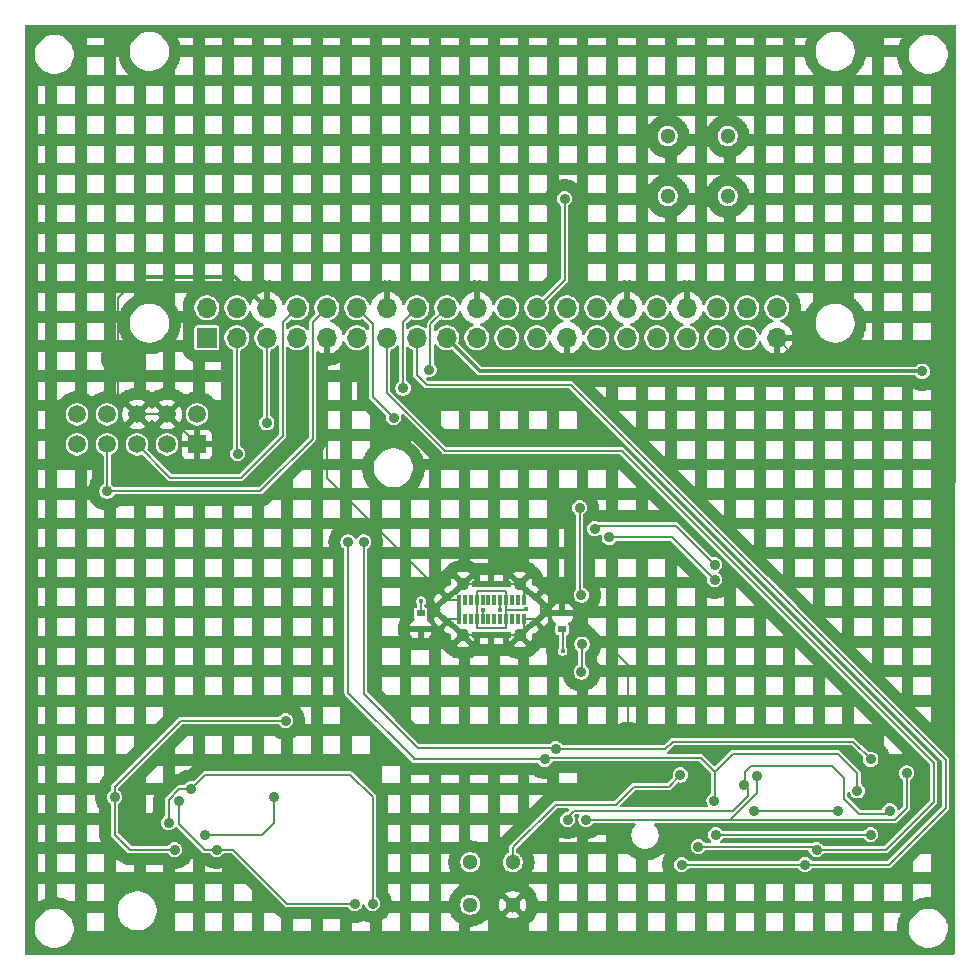
<source format=gbl>
%TF.GenerationSoftware,KiCad,Pcbnew,9.0.2*%
%TF.CreationDate,2025-09-25T15:38:43-05:00*%
%TF.ProjectId,dreamV1_0,64726561-6d56-4315-9f30-2e6b69636164,1*%
%TF.SameCoordinates,Original*%
%TF.FileFunction,Copper,L2,Bot*%
%TF.FilePolarity,Positive*%
%FSLAX46Y46*%
G04 Gerber Fmt 4.6, Leading zero omitted, Abs format (unit mm)*
G04 Created by KiCad (PCBNEW 9.0.2) date 2025-09-25 15:38:43*
%MOMM*%
%LPD*%
G01*
G04 APERTURE LIST*
G04 Aperture macros list*
%AMRotRect*
0 Rectangle, with rotation*
0 The origin of the aperture is its center*
0 $1 length*
0 $2 width*
0 $3 Rotation angle, in degrees counterclockwise*
0 Add horizontal line*
21,1,$1,$2,0,0,$3*%
G04 Aperture macros list end*
%TA.AperFunction,ComponentPad*%
%ADD10R,1.508000X1.508000*%
%TD*%
%TA.AperFunction,ComponentPad*%
%ADD11C,1.508000*%
%TD*%
%TA.AperFunction,ComponentPad*%
%ADD12C,1.300000*%
%TD*%
%TA.AperFunction,ComponentPad*%
%ADD13R,1.700000X1.700000*%
%TD*%
%TA.AperFunction,ComponentPad*%
%ADD14O,1.700000X1.700000*%
%TD*%
%TA.AperFunction,SMDPad,CuDef*%
%ADD15R,0.762000X0.558800*%
%TD*%
%TA.AperFunction,SMDPad,CuDef*%
%ADD16R,0.820000X0.550000*%
%TD*%
%TA.AperFunction,ComponentPad*%
%ADD17C,1.100000*%
%TD*%
%TA.AperFunction,SMDPad,CuDef*%
%ADD18RotRect,1.030000X0.500000X141.000000*%
%TD*%
%TA.AperFunction,SMDPad,CuDef*%
%ADD19RotRect,1.030000X0.500000X219.000000*%
%TD*%
%TA.AperFunction,SMDPad,CuDef*%
%ADD20R,0.300000X0.850000*%
%TD*%
%TA.AperFunction,ViaPad*%
%ADD21C,0.900000*%
%TD*%
%TA.AperFunction,ViaPad*%
%ADD22C,0.400000*%
%TD*%
%TA.AperFunction,Conductor*%
%ADD23C,0.200000*%
%TD*%
%TA.AperFunction,Conductor*%
%ADD24C,0.300000*%
%TD*%
G04 APERTURE END LIST*
D10*
%TO.P,J5,1,1*%
%TO.N,GND*%
X65080000Y-86020000D03*
D11*
%TO.P,J5,2,2*%
%TO.N,unconnected-(J5-Pad2)*%
X65080000Y-83480000D03*
%TO.P,J5,3,3*%
%TO.N,+3V3*%
X62540000Y-86020000D03*
%TO.P,J5,4,4*%
%TO.N,GND*%
X62540000Y-83480000D03*
%TO.P,J5,5,5*%
%TO.N,/GPIO14{slash}TXD0*%
X60000000Y-86020000D03*
%TO.P,J5,6,6*%
%TO.N,GND*%
X60000000Y-83480000D03*
%TO.P,J5,7,7*%
%TO.N,/GPIO15{slash}RXD0*%
X57460000Y-86020000D03*
%TO.P,J5,8,8*%
%TO.N,unconnected-(J5-Pad8)*%
X57460000Y-83480000D03*
%TO.P,J5,9,9*%
%TO.N,unconnected-(J5-Pad9)*%
X54920000Y-86020000D03*
%TO.P,J5,10,10*%
%TO.N,unconnected-(J5-Pad10)*%
X54920000Y-83480000D03*
%TD*%
D12*
%TO.P,S1,1,1*%
%TO.N,/5V_BUS_USB*%
X110000000Y-65000000D03*
%TO.P,S1,2,2*%
%TO.N,unconnected-(S1-Pad2)*%
X110000000Y-59920000D03*
%TO.P,S1,3,3*%
%TO.N,+5V*%
X104920000Y-65000000D03*
%TO.P,S1,4,4*%
%TO.N,unconnected-(S1-Pad4)*%
X104920000Y-59920000D03*
%TD*%
%TO.P,IC1,1,HEATER_1*%
%TO.N,GND*%
X91800000Y-125000000D03*
%TO.P,IC1,2,SENSOR_ELECTRODE_(-)*%
%TO.N,/INA+*%
X91800000Y-121400000D03*
%TO.P,IC1,3,SENSOR_ELECTRODE_(+)*%
%TO.N,+5V*%
X88200000Y-121400000D03*
%TO.P,IC1,4,HEATER_2*%
X88200000Y-125000000D03*
%TD*%
D13*
%TO.P,J1,1,Pin_1*%
%TO.N,+3V3*%
X65900000Y-77000000D03*
D14*
%TO.P,J1,2,Pin_2*%
%TO.N,+5V*%
X65900000Y-74460000D03*
%TO.P,J1,3,Pin_3*%
%TO.N,/GPIO2{slash}SDA1*%
X68440000Y-77000000D03*
%TO.P,J1,4,Pin_4*%
%TO.N,+5V*%
X68440000Y-74460000D03*
%TO.P,J1,5,Pin_5*%
%TO.N,/GPIO3{slash}SCL1*%
X70980000Y-77000000D03*
%TO.P,J1,6,Pin_6*%
%TO.N,GND*%
X70980000Y-74460000D03*
%TO.P,J1,7,Pin_7*%
%TO.N,/GPIO4{slash}GPCLK0*%
X73520000Y-77000000D03*
%TO.P,J1,8,Pin_8*%
%TO.N,/GPIO14{slash}TXD0*%
X73520000Y-74460000D03*
%TO.P,J1,9,Pin_9*%
%TO.N,GND*%
X76060000Y-77000000D03*
%TO.P,J1,10,Pin_10*%
%TO.N,/GPIO15{slash}RXD0*%
X76060000Y-74460000D03*
%TO.P,J1,11,Pin_11*%
%TO.N,/GPIO17*%
X78600000Y-77000000D03*
%TO.P,J1,12,Pin_12*%
%TO.N,/GPIO18{slash}PCM.CLK*%
X78600000Y-74460000D03*
%TO.P,J1,13,Pin_13*%
%TO.N,/GPIO27{slash}SDA3*%
X81140000Y-77000000D03*
%TO.P,J1,14,Pin_14*%
%TO.N,GND*%
X81140000Y-74460000D03*
%TO.P,J1,15,Pin_15*%
%TO.N,/GPIO22{slash}SCL3*%
X83680000Y-77000000D03*
%TO.P,J1,16,Pin_16*%
%TO.N,/GPIO23{slash}SDA4*%
X83680000Y-74460000D03*
%TO.P,J1,17,Pin_17*%
%TO.N,+3V3*%
X86220000Y-77000000D03*
%TO.P,J1,18,Pin_18*%
%TO.N,/GPIO24{slash}SCL4*%
X86220000Y-74460000D03*
%TO.P,J1,19,Pin_19*%
%TO.N,/GPIO10{slash}SPI0.MOSI*%
X88760000Y-77000000D03*
%TO.P,J1,20,Pin_20*%
%TO.N,GND*%
X88760000Y-74460000D03*
%TO.P,J1,21,Pin_21*%
%TO.N,/GPIO9{slash}SPI0.MISO*%
X91300000Y-77000000D03*
%TO.P,J1,22,Pin_22*%
%TO.N,/GPIO25{slash}SDA6*%
X91300000Y-74460000D03*
%TO.P,J1,23,Pin_23*%
%TO.N,/GPIO11{slash}SPI0.SCLK*%
X93840000Y-77000000D03*
%TO.P,J1,24,Pin_24*%
%TO.N,/GPIO8{slash}SPI0.CE0*%
X93840000Y-74460000D03*
%TO.P,J1,25,Pin_25*%
%TO.N,GND*%
X96380000Y-77000000D03*
%TO.P,J1,26,Pin_26*%
%TO.N,/GPIO7{slash}SPI0.CE1*%
X96380000Y-74460000D03*
%TO.P,J1,27,Pin_27*%
%TO.N,/ID_SDA*%
X98920000Y-77000000D03*
%TO.P,J1,28,Pin_28*%
%TO.N,/ID_SCL*%
X98920000Y-74460000D03*
%TO.P,J1,29,Pin_29*%
%TO.N,/GPIO5{slash}SDA5*%
X101460000Y-77000000D03*
%TO.P,J1,30,Pin_30*%
%TO.N,GND*%
X101460000Y-74460000D03*
%TO.P,J1,31,Pin_31*%
%TO.N,/GPIO6{slash}SCL5*%
X104000000Y-77000000D03*
%TO.P,J1,32,Pin_32*%
%TO.N,/GPIO12{slash}PWM0*%
X104000000Y-74460000D03*
%TO.P,J1,33,Pin_33*%
%TO.N,/GPIO13{slash}PWM1*%
X106540000Y-77000000D03*
%TO.P,J1,34,Pin_34*%
%TO.N,GND*%
X106540000Y-74460000D03*
%TO.P,J1,35,Pin_35*%
%TO.N,/GPIO19{slash}PCM.FS*%
X109080000Y-77000000D03*
%TO.P,J1,36,Pin_36*%
%TO.N,/GPIO16*%
X109080000Y-74460000D03*
%TO.P,J1,37,Pin_37*%
%TO.N,/GPIO26{slash}SCL6*%
X111620000Y-77000000D03*
%TO.P,J1,38,Pin_38*%
%TO.N,/GPIO20{slash}PCM.DIN*%
X111620000Y-74460000D03*
%TO.P,J1,39,Pin_39*%
%TO.N,GND*%
X114160000Y-77000000D03*
%TO.P,J1,40,Pin_40*%
%TO.N,/GPIO21{slash}PCM.DOUT*%
X114160000Y-74460000D03*
%TD*%
D15*
%TO.P,R7,1*%
%TO.N,GND*%
X96000000Y-100326900D03*
%TO.P,R7,2*%
%TO.N,Net-(J11-CC1)*%
X96000000Y-101673100D03*
%TD*%
%TO.P,R6,1*%
%TO.N,GND*%
X84000000Y-101673100D03*
%TO.P,R6,2*%
%TO.N,Net-(J11-CC2)*%
X84000000Y-100326900D03*
%TD*%
D16*
%TO.P,J11,1,SHIELD*%
%TO.N,GND*%
X91200000Y-97850000D03*
%TO.P,J11,2,SHIELD__1*%
X90000000Y-97850000D03*
%TO.P,J11,3,SHIELD__2*%
X88800000Y-97850000D03*
%TO.P,J11,4,SHIELD__3*%
X91200000Y-102150000D03*
%TO.P,J11,5,SHIELD__4*%
X90000000Y-102150000D03*
%TO.P,J11,6,SHIELD__5*%
X88800000Y-102150000D03*
D17*
%TO.P,J11,7,SHIELD__6*%
X92400000Y-97850000D03*
%TO.P,J11,8,SHIELD__7*%
X87600000Y-97850000D03*
%TO.P,J11,9,SHIELD__8*%
X92400000Y-102150000D03*
%TO.P,J11,10,SHIELD__9*%
X87600000Y-102150000D03*
D18*
%TO.P,J11,11,SHIELD__10*%
X93770000Y-99000000D03*
D19*
%TO.P,J11,12,SHIELD__11*%
X86230000Y-99000000D03*
%TO.P,J11,13,SHIELD__12*%
X93770000Y-101000000D03*
D18*
%TO.P,J11,14,SHIELD__13*%
X86230000Y-101000000D03*
D20*
%TO.P,J11,A1,GND_A1*%
X92750000Y-99170000D03*
%TO.P,J11,A2,SSTXP1*%
%TO.N,unconnected-(J11-SSTXP1-PadA2)*%
X92250000Y-99170000D03*
%TO.P,J11,A3,SSTXN1*%
%TO.N,unconnected-(J11-SSTXN1-PadA3)*%
X91750000Y-99170000D03*
%TO.P,J11,A4,VBUS_A4*%
%TO.N,/5V_BUS_USB*%
X91250000Y-99170000D03*
%TO.P,J11,A5,CC1*%
%TO.N,Net-(J11-CC1)*%
X90750000Y-99170000D03*
%TO.P,J11,A6,DP1*%
%TO.N,unconnected-(J11-DP1-PadA6)*%
X90250000Y-99170000D03*
%TO.P,J11,A7,DN1*%
%TO.N,unconnected-(J11-DN1-PadA7)*%
X89750000Y-99170000D03*
%TO.P,J11,A8,SBU1*%
%TO.N,unconnected-(J11-SBU1-PadA8)*%
X89250000Y-99170000D03*
%TO.P,J11,A9,VBUS_A9*%
%TO.N,/5V_BUS_USB*%
X88750000Y-99170000D03*
%TO.P,J11,A10,SSRXN2*%
%TO.N,unconnected-(J11-SSRXN2-PadA10)*%
X88250000Y-99170000D03*
%TO.P,J11,A11,SSRXP2*%
%TO.N,unconnected-(J11-SSRXP2-PadA11)*%
X87750000Y-99170000D03*
%TO.P,J11,A12,GND_A12*%
%TO.N,GND*%
X87250000Y-99170000D03*
%TO.P,J11,B1,GND_B1*%
X87250000Y-100830000D03*
%TO.P,J11,B2,SSTXP2*%
%TO.N,unconnected-(J11-SSTXP2-PadB2)*%
X87750000Y-100830000D03*
%TO.P,J11,B3,SSTXN2*%
%TO.N,unconnected-(J11-SSTXN2-PadB3)*%
X88250000Y-100830000D03*
%TO.P,J11,B4,VBUS_B4*%
%TO.N,/5V_BUS_USB*%
X88750000Y-100830000D03*
%TO.P,J11,B5,CC2*%
%TO.N,Net-(J11-CC2)*%
X89250000Y-100830000D03*
%TO.P,J11,B6,DP2*%
%TO.N,unconnected-(J11-DP2-PadB6)*%
X89750000Y-100830000D03*
%TO.P,J11,B7,DN2*%
%TO.N,unconnected-(J11-DN2-PadB7)*%
X90250000Y-100830000D03*
%TO.P,J11,B8,SBU2*%
%TO.N,unconnected-(J11-SBU2-PadB8)*%
X90750000Y-100830000D03*
%TO.P,J11,B9,VBUS_B9*%
%TO.N,/5V_BUS_USB*%
X91250000Y-100830000D03*
%TO.P,J11,B10,SSRXN1*%
%TO.N,unconnected-(J11-SSRXN1-PadB10)*%
X91750000Y-100830000D03*
%TO.P,J11,B11,SSRXP1*%
%TO.N,unconnected-(J11-SSRXP1-PadB11)*%
X92250000Y-100830000D03*
%TO.P,J11,B12,GND_B12*%
%TO.N,GND*%
X92750000Y-100830000D03*
%TD*%
D21*
%TO.N,GND*%
X101524000Y-110922000D03*
X58344000Y-78664000D03*
X127432000Y-78664000D03*
X99111000Y-113300000D03*
X100508000Y-114986000D03*
%TO.N,/GPIO2{slash}SDA1*%
X99977669Y-93881669D03*
X68504000Y-86792000D03*
X108890000Y-97460000D03*
%TO.N,/GPIO3{slash}SCL1*%
X70980000Y-84188000D03*
X98730000Y-93154000D03*
X108890000Y-96190000D03*
%TO.N,/GPIO15{slash}RXD0*%
X57460000Y-89962000D03*
%TO.N,/GPIO18{slash}PCM.CLK*%
X81712000Y-83744000D03*
%TO.N,/GPIO22{slash}SCL3*%
X106096000Y-121590000D03*
X116560800Y-121590000D03*
%TO.N,/GPIO5{slash}SDA5*%
X65710000Y-119050000D03*
X71552000Y-115875000D03*
%TO.N,/GPIO24{slash}SCL4*%
X77851200Y-94285000D03*
X120980400Y-115341600D03*
X84709200Y-79680000D03*
X94500000Y-112686400D03*
X108842499Y-116173110D03*
%TO.N,/GPIO27{slash}SDA3*%
X107518400Y-120066000D03*
X117526000Y-120320000D03*
%TO.N,/GPIO23{slash}SDA4*%
X119304000Y-117030000D03*
X112204000Y-117030000D03*
X82524800Y-81254800D03*
X95428000Y-111799000D03*
X79172000Y-94285000D03*
X122113981Y-112688000D03*
%TO.N,/GPIO8{slash}SPI0.CE0*%
X96190000Y-65202000D03*
%TO.N,/GPIO6{slash}SCL5*%
X72568000Y-109398000D03*
X63170000Y-120320000D03*
X58090000Y-115875000D03*
%TO.N,+5V*%
X97663200Y-102946400D03*
X97612400Y-98780800D03*
X97460000Y-91364000D03*
X122100000Y-119050000D03*
X97612400Y-105283200D03*
X109000000Y-119050000D03*
%TO.N,+3V3*%
X126466800Y-79832400D03*
%TO.N,/BME_SCL*%
X62662000Y-118046000D03*
X79934000Y-124892000D03*
X64541600Y-115189200D03*
%TO.N,/BME_SDA*%
X78425000Y-124892000D03*
X66726000Y-120320000D03*
X63586008Y-116250000D03*
%TO.N,/INA+*%
X105994400Y-114000000D03*
%TO.N,/INA_ADD0*%
X96444000Y-117780000D03*
X123726669Y-117030000D03*
X111368027Y-114850000D03*
%TO.N,/INA_ADD1*%
X112446000Y-114071600D03*
X98018800Y-117780000D03*
X125146000Y-113850000D03*
D22*
%TO.N,/5V_BUS_USB*%
X92886976Y-99995002D03*
%TO.N,Net-(J11-CC1)*%
X96037600Y-103505200D03*
X90754400Y-100000000D03*
%TO.N,Net-(J11-CC2)*%
X89281200Y-100000000D03*
X84048800Y-99288800D03*
%TD*%
D23*
%TO.N,GND*%
X86400000Y-100830000D02*
X86230000Y-101000000D01*
X93770000Y-99000000D02*
X94210000Y-99440000D01*
X114160000Y-77000000D02*
X115824000Y-78664000D01*
X58344000Y-81824000D02*
X60000000Y-83480000D01*
X84125000Y-96825000D02*
X84125000Y-96895000D01*
X92750000Y-100830000D02*
X93600000Y-100830000D01*
X87600000Y-102150000D02*
X87380000Y-102150000D01*
X87250000Y-100830000D02*
X86400000Y-100830000D01*
X94210000Y-100560000D02*
X93770000Y-101000000D01*
X84000000Y-96950000D02*
X84125000Y-96825000D01*
X92750000Y-99170000D02*
X92750000Y-98200000D01*
X101524000Y-104689100D02*
X101524000Y-110922000D01*
X115824000Y-78664000D02*
X127432000Y-78664000D01*
X92750000Y-100830000D02*
X92750000Y-101800000D01*
X93770000Y-99000000D02*
X93550000Y-99000000D01*
X92750000Y-101800000D02*
X92400000Y-102150000D01*
X86230000Y-101000000D02*
X85455300Y-101774700D01*
X96000000Y-100326900D02*
X97161800Y-100326900D01*
X86400000Y-99170000D02*
X86230000Y-99000000D01*
D24*
X68326000Y-71806000D02*
X60122000Y-71806000D01*
D23*
X87250000Y-99170000D02*
X86400000Y-99170000D01*
D24*
X70980000Y-74460000D02*
X68326000Y-71806000D01*
D23*
X94210000Y-99440000D02*
X94210000Y-100560000D01*
X92400000Y-102150000D02*
X92620000Y-102150000D01*
X92750000Y-98200000D02*
X92400000Y-97850000D01*
X93600000Y-100830000D02*
X93770000Y-101000000D01*
X99111000Y-113589000D02*
X100508000Y-114986000D01*
X58344000Y-73584000D02*
X60122000Y-71806000D01*
X65080000Y-86020000D02*
X62540000Y-83480000D01*
X99111000Y-113300000D02*
X99111000Y-113589000D01*
X86230000Y-99000000D02*
X76060000Y-88830000D01*
X87600000Y-97850000D02*
X87380000Y-97850000D01*
X97161800Y-100326900D02*
X101524000Y-104689100D01*
X76060000Y-88830000D02*
X76060000Y-77000000D01*
X62540000Y-83480000D02*
X60000000Y-83480000D01*
X92400000Y-102150000D02*
X87600000Y-102150000D01*
X93550000Y-99000000D02*
X92400000Y-97850000D01*
X85455300Y-101774700D02*
X84000000Y-101774700D01*
X92620000Y-102150000D02*
X93770000Y-101000000D01*
X86230000Y-99000000D02*
X86230000Y-98930000D01*
X94210000Y-100560000D02*
X94443100Y-100326900D01*
X58344000Y-78664000D02*
X58344000Y-73584000D01*
X87380000Y-97850000D02*
X86230000Y-99000000D01*
X58344000Y-78664000D02*
X58344000Y-81824000D01*
X94443100Y-100326900D02*
X96000000Y-100326900D01*
X87600000Y-97850000D02*
X92400000Y-97850000D01*
X87380000Y-102150000D02*
X86230000Y-101000000D01*
%TO.N,/GPIO2{slash}SDA1*%
X68440000Y-77000000D02*
X68440000Y-86728000D01*
X105311669Y-93881669D02*
X108890000Y-97460000D01*
X68440000Y-86728000D02*
X68504000Y-86792000D01*
X99977669Y-93881669D02*
X105311669Y-93881669D01*
%TO.N,/GPIO3{slash}SCL1*%
X98996000Y-92888000D02*
X105588000Y-92888000D01*
X71044000Y-84252000D02*
X70980000Y-84188000D01*
X105588000Y-92888000D02*
X108890000Y-96190000D01*
X98730000Y-93154000D02*
X98996000Y-92888000D01*
X70980000Y-77000000D02*
X70980000Y-84188000D01*
%TO.N,/GPIO14{slash}TXD0*%
X62804000Y-88824000D02*
X60000000Y-86020000D01*
X72314000Y-75666000D02*
X72314000Y-85268000D01*
X72314000Y-85268000D02*
X68758000Y-88824000D01*
X73520000Y-74460000D02*
X72314000Y-75666000D01*
X68758000Y-88824000D02*
X62804000Y-88824000D01*
%TO.N,/GPIO15{slash}RXD0*%
X70414000Y-89962000D02*
X57460000Y-89962000D01*
X57460000Y-89962000D02*
X57460000Y-86020000D01*
X74854000Y-85522000D02*
X70414000Y-89962000D01*
X74854000Y-75666000D02*
X74854000Y-85522000D01*
X76060000Y-74460000D02*
X74854000Y-75666000D01*
%TO.N,/GPIO18{slash}PCM.CLK*%
X79934000Y-75794000D02*
X78600000Y-74460000D01*
X81712000Y-83744000D02*
X79934000Y-81966000D01*
X79934000Y-81966000D02*
X79934000Y-75794000D01*
%TO.N,/GPIO22{slash}SCL3*%
X116560800Y-121590000D02*
X123622000Y-121590000D01*
X123622000Y-121590000D02*
X128448000Y-116764000D01*
X96698000Y-80950000D02*
X84506000Y-80950000D01*
X128448000Y-112700000D02*
X96698000Y-80950000D01*
X84506000Y-80950000D02*
X83680000Y-80124000D01*
X83680000Y-80124000D02*
X83680000Y-77000000D01*
X106096000Y-121590000D02*
X116510000Y-121590000D01*
X128448000Y-116764000D02*
X128448000Y-112700000D01*
X116510000Y-121590000D02*
X116560800Y-121590000D01*
%TO.N,/GPIO5{slash}SDA5*%
X65710000Y-119050000D02*
X70536000Y-119050000D01*
X71552000Y-118034000D02*
X71552000Y-115875000D01*
X71552000Y-115875000D02*
X71552000Y-115748000D01*
X70536000Y-119050000D02*
X71552000Y-118034000D01*
%TO.N,/GPIO24{slash}SCL4*%
X108890000Y-116125609D02*
X108890000Y-113716000D01*
X86220000Y-74460000D02*
X84831000Y-75849000D01*
X120980400Y-113868400D02*
X120980400Y-115341600D01*
X84831000Y-79558200D02*
X84709200Y-79680000D01*
X107723000Y-112549000D02*
X108890000Y-113716000D01*
X77851200Y-94285000D02*
X77851200Y-107047600D01*
X94500000Y-112686400D02*
X83490000Y-112686400D01*
X108890000Y-113716000D02*
X110414000Y-112192000D01*
X77851200Y-107047600D02*
X83490000Y-112686400D01*
X108842499Y-116173110D02*
X108890000Y-116125609D01*
X84831000Y-75849000D02*
X84831000Y-79558200D01*
X94500000Y-112686400D02*
X94637400Y-112549000D01*
X110414000Y-112192000D02*
X119304000Y-112192000D01*
X83490000Y-112686400D02*
X83476400Y-112686400D01*
X94637400Y-112549000D02*
X107723000Y-112549000D01*
X119304000Y-112192000D02*
X120980400Y-113868400D01*
%TO.N,/GPIO27{slash}SDA3*%
X117272000Y-120066000D02*
X117526000Y-120320000D01*
X117526000Y-120320000D02*
X123368000Y-120320000D01*
X81140000Y-81648000D02*
X81140000Y-77000000D01*
X127432000Y-112954000D02*
X101016000Y-86538000D01*
X86030000Y-86538000D02*
X81140000Y-81648000D01*
X123368000Y-120320000D02*
X127432000Y-116256000D01*
X107518400Y-120066000D02*
X117272000Y-120066000D01*
X127432000Y-116256000D02*
X127432000Y-112954000D01*
X101016000Y-86538000D02*
X86030000Y-86538000D01*
%TO.N,/GPIO23{slash}SDA4*%
X83744000Y-111684000D02*
X95313000Y-111684000D01*
X104711000Y-111799000D02*
X105334000Y-111176000D01*
X95428000Y-111799000D02*
X104711000Y-111799000D01*
X119062000Y-117030000D02*
X119050000Y-117018000D01*
X79172000Y-94285000D02*
X79172000Y-107112000D01*
X119304000Y-117030000D02*
X119062000Y-117030000D01*
X83680000Y-74460000D02*
X82474000Y-75666000D01*
X95313000Y-111684000D02*
X95428000Y-111799000D01*
X120601981Y-111176000D02*
X122113981Y-112688000D01*
X105334000Y-111176000D02*
X120601981Y-111176000D01*
X82474000Y-81204000D02*
X82524800Y-81254800D01*
X79172000Y-107112000D02*
X83744000Y-111684000D01*
X82474000Y-75666000D02*
X82474000Y-81204000D01*
X112216000Y-117018000D02*
X112204000Y-117030000D01*
X119050000Y-117018000D02*
X112216000Y-117018000D01*
%TO.N,/GPIO8{slash}SPI0.CE0*%
X93840000Y-74460000D02*
X96190000Y-72110000D01*
X96190000Y-72110000D02*
X96190000Y-65202000D01*
%TO.N,/GPIO6{slash}SCL5*%
X58090000Y-115875000D02*
X58090000Y-114986000D01*
X63678000Y-109398000D02*
X72314000Y-109398000D01*
X58090000Y-119050000D02*
X59360000Y-120320000D01*
X58090000Y-114986000D02*
X63678000Y-109398000D01*
X58090000Y-115875000D02*
X58090000Y-119050000D01*
X59360000Y-120320000D02*
X63170000Y-120320000D01*
X63132000Y-120282000D02*
X63170000Y-120320000D01*
%TO.N,+5V*%
X97612400Y-98780800D02*
X97460000Y-98628400D01*
X97663200Y-105232400D02*
X97663200Y-102946400D01*
X97460000Y-98628400D02*
X97460000Y-91364000D01*
X97612400Y-105283200D02*
X97663200Y-105232400D01*
X122100000Y-119050000D02*
X109000000Y-119050000D01*
D24*
%TO.N,+3V3*%
X86220000Y-77000000D02*
X89052400Y-79832400D01*
X89052400Y-79832400D02*
X126466800Y-79832400D01*
D23*
%TO.N,/BME_SCL*%
X65760800Y-113970000D02*
X78029000Y-113970000D01*
X64541600Y-115189200D02*
X65760800Y-113970000D01*
X62662000Y-116111933D02*
X63584733Y-115189200D01*
X78029000Y-113970000D02*
X79934000Y-115875000D01*
X62662000Y-118046000D02*
X62662000Y-116111933D01*
X63584733Y-115189200D02*
X64541600Y-115189200D01*
X79934000Y-115875000D02*
X79934000Y-124892000D01*
%TO.N,/BME_SDA*%
X66726000Y-120320000D02*
X68097600Y-120320000D01*
X63586008Y-118196008D02*
X63586008Y-116250000D01*
X72669600Y-124892000D02*
X78425000Y-124892000D01*
X66726000Y-120320000D02*
X65710000Y-120320000D01*
X68097600Y-120320000D02*
X72669600Y-124892000D01*
X65710000Y-120320000D02*
X63586008Y-118196008D01*
%TO.N,/INA+*%
X105008400Y-114986000D02*
X102032000Y-114986000D01*
X102032000Y-114986000D02*
X100508000Y-116510000D01*
X105994400Y-114000000D02*
X105008400Y-114986000D01*
X100508000Y-116510000D02*
X95428000Y-116510000D01*
X95428000Y-116510000D02*
X91800000Y-120138000D01*
X91800000Y-120138000D02*
X91800000Y-121400000D01*
%TO.N,/INA_ADD0*%
X123484669Y-117272000D02*
X121082000Y-117272000D01*
X123726669Y-117030000D02*
X123484669Y-117272000D01*
X96444000Y-117780000D02*
X96444000Y-117526000D01*
X111938000Y-113208000D02*
X111430000Y-113716000D01*
X111684000Y-115165973D02*
X111368027Y-114850000D01*
X119812000Y-116002000D02*
X119812000Y-114224000D01*
X111684000Y-115748000D02*
X111684000Y-115165973D01*
X96444000Y-117526000D02*
X96952000Y-117018000D01*
X96952000Y-117018000D02*
X110414000Y-117018000D01*
X111430000Y-114788027D02*
X111368027Y-114850000D01*
X119812000Y-114224000D02*
X118796000Y-113208000D01*
X111430000Y-113716000D02*
X111430000Y-114788027D01*
X110414000Y-117018000D02*
X111684000Y-115748000D01*
X121082000Y-117272000D02*
X119812000Y-116002000D01*
X118796000Y-113208000D02*
X111938000Y-113208000D01*
%TO.N,/INA_ADD1*%
X110160000Y-117780000D02*
X98018800Y-117780000D01*
X110219100Y-117780000D02*
X110160000Y-117780000D01*
X111430000Y-117780000D02*
X110160000Y-117780000D01*
X112446000Y-114071600D02*
X112446000Y-115553100D01*
X112446000Y-115553100D02*
X110219100Y-117780000D01*
X124130000Y-117780000D02*
X111430000Y-117780000D01*
X125146000Y-116764000D02*
X124130000Y-117780000D01*
X125146000Y-113850000D02*
X125146000Y-116764000D01*
%TO.N,/5V_BUS_USB*%
X88750000Y-100000000D02*
X88750000Y-100830000D01*
X91250000Y-100830000D02*
X91250000Y-101507000D01*
X91201000Y-98444000D02*
X91250000Y-98493000D01*
X91250000Y-99170000D02*
X91250000Y-100830000D01*
X91250000Y-98493000D02*
X91250000Y-99170000D01*
X92886976Y-99995002D02*
X92881978Y-100000000D01*
X88750000Y-99170000D02*
X88750000Y-100000000D01*
X91250000Y-101507000D02*
X91201000Y-101556000D01*
X88799000Y-101556000D02*
X88750000Y-101507000D01*
X88756000Y-99170000D02*
X88799000Y-99213000D01*
X91250000Y-100830000D02*
X91201000Y-100781000D01*
X88750000Y-98493000D02*
X88799000Y-98444000D01*
X88750000Y-101507000D02*
X88750000Y-100830000D01*
X88799000Y-98444000D02*
X91201000Y-98444000D01*
X88750000Y-99170000D02*
X88756000Y-99170000D01*
X88750000Y-99170000D02*
X88750000Y-98493000D01*
X92881978Y-100000000D02*
X91255400Y-100000000D01*
X91250000Y-99170000D02*
X91250000Y-99495000D01*
X91250000Y-99495000D02*
X91299000Y-99495000D01*
X91201000Y-101556000D02*
X88799000Y-101556000D01*
X88799000Y-99213000D02*
X88799000Y-99495000D01*
%TO.N,Net-(J11-CC1)*%
X90750000Y-99995600D02*
X90754400Y-100000000D01*
X90750000Y-99170000D02*
X90750000Y-99995600D01*
X96037600Y-103505200D02*
X96037600Y-101812300D01*
X96037600Y-101812300D02*
X96000000Y-101774700D01*
%TO.N,Net-(J11-CC2)*%
X89250000Y-100031200D02*
X89281200Y-100000000D01*
X84000000Y-99337600D02*
X84048800Y-99288800D01*
X84000000Y-100225300D02*
X84000000Y-99337600D01*
X89250000Y-100830000D02*
X89250000Y-100031200D01*
%TD*%
%TA.AperFunction,Conductor*%
%TO.N,GND*%
G36*
X87342539Y-99189685D02*
G01*
X87388294Y-99242489D01*
X87399500Y-99294000D01*
X87399500Y-99615747D01*
X87400000Y-99625915D01*
X87400000Y-100374084D01*
X87399500Y-100384262D01*
X87399500Y-100706000D01*
X87379815Y-100773039D01*
X87327011Y-100818794D01*
X87275500Y-100830000D01*
X87224000Y-100830000D01*
X87156961Y-100810315D01*
X87111206Y-100757511D01*
X87100000Y-100706000D01*
X87100000Y-99294000D01*
X87119685Y-99226961D01*
X87172489Y-99181206D01*
X87224000Y-99170000D01*
X87275500Y-99170000D01*
X87342539Y-99189685D01*
G37*
%TD.AperFunction*%
%TA.AperFunction,Conductor*%
G36*
X129279839Y-50489685D02*
G01*
X129325594Y-50542489D01*
X129336799Y-50594198D01*
X129210903Y-128650500D01*
X129210200Y-129086200D01*
X129190407Y-129153208D01*
X129137529Y-129198877D01*
X129086200Y-129210000D01*
X50594000Y-129210000D01*
X50526961Y-129190315D01*
X50481206Y-129137511D01*
X50470000Y-129086000D01*
X50470000Y-126870097D01*
X51349500Y-126870097D01*
X51349500Y-127129902D01*
X51390140Y-127386493D01*
X51470422Y-127633576D01*
X51551534Y-127792764D01*
X51588366Y-127865051D01*
X51741069Y-128075229D01*
X51924771Y-128258931D01*
X52134949Y-128411634D01*
X52282445Y-128486787D01*
X52366423Y-128529577D01*
X52366425Y-128529577D01*
X52366428Y-128529579D01*
X52613507Y-128609860D01*
X52745706Y-128630797D01*
X52870098Y-128650500D01*
X52870103Y-128650500D01*
X53129902Y-128650500D01*
X53243298Y-128632539D01*
X53386493Y-128609860D01*
X53633572Y-128529579D01*
X53865051Y-128411634D01*
X54075229Y-128258931D01*
X54258931Y-128075229D01*
X54411634Y-127865051D01*
X54529579Y-127633572D01*
X54609860Y-127386493D01*
X54632539Y-127243298D01*
X54636229Y-127220000D01*
X55718000Y-127220000D01*
X57220000Y-127220000D01*
X63218000Y-127220000D01*
X64720000Y-127220000D01*
X65718000Y-127220000D01*
X67220000Y-127220000D01*
X68218000Y-127220000D01*
X69720000Y-127220000D01*
X70718000Y-127220000D01*
X72220000Y-127220000D01*
X73218000Y-127220000D01*
X74720000Y-127220000D01*
X75718000Y-127220000D01*
X77220000Y-127220000D01*
X77220000Y-126530369D01*
X78218000Y-126530369D01*
X78218000Y-127220000D01*
X79720000Y-127220000D01*
X79720000Y-126529331D01*
X79705260Y-126527145D01*
X79699262Y-126526104D01*
X79525515Y-126491542D01*
X79519576Y-126490209D01*
X79483851Y-126481260D01*
X79477985Y-126479636D01*
X79431090Y-126465410D01*
X79425310Y-126463501D01*
X79390648Y-126451098D01*
X79384973Y-126448908D01*
X79221322Y-126381122D01*
X79215758Y-126378656D01*
X79182478Y-126362916D01*
X79179500Y-126361416D01*
X79176522Y-126362916D01*
X79143242Y-126378656D01*
X79137678Y-126381122D01*
X78974027Y-126448908D01*
X78968352Y-126451098D01*
X78933690Y-126463501D01*
X78927910Y-126465410D01*
X78881015Y-126479636D01*
X78875149Y-126481260D01*
X78839424Y-126490209D01*
X78833485Y-126491542D01*
X78659738Y-126526104D01*
X78653740Y-126527145D01*
X78617307Y-126532549D01*
X78611266Y-126533294D01*
X78562494Y-126538097D01*
X78556424Y-126538545D01*
X78519652Y-126540351D01*
X78513569Y-126540500D01*
X78336431Y-126540500D01*
X78330348Y-126540351D01*
X78293576Y-126538545D01*
X78287506Y-126538097D01*
X78238734Y-126533294D01*
X78232693Y-126532549D01*
X78218000Y-126530369D01*
X77220000Y-126530369D01*
X77220000Y-126345725D01*
X80718000Y-126345725D01*
X80718000Y-127220000D01*
X82220000Y-127220000D01*
X83218000Y-127220000D01*
X84720000Y-127220000D01*
X85718000Y-127220000D01*
X87220000Y-127220000D01*
X87220000Y-126848500D01*
X88218000Y-126848500D01*
X88218000Y-127220000D01*
X89720000Y-127220000D01*
X89720000Y-126611476D01*
X93218000Y-126611476D01*
X93218000Y-127220000D01*
X94720000Y-127220000D01*
X95718000Y-127220000D01*
X97220000Y-127220000D01*
X98218000Y-127220000D01*
X99720000Y-127220000D01*
X100718000Y-127220000D01*
X102220000Y-127220000D01*
X103218000Y-127220000D01*
X104720000Y-127220000D01*
X105718000Y-127220000D01*
X107220000Y-127220000D01*
X108218000Y-127220000D01*
X109720000Y-127220000D01*
X110718000Y-127220000D01*
X112220000Y-127220000D01*
X113218000Y-127220000D01*
X114720000Y-127220000D01*
X115718000Y-127220000D01*
X117220000Y-127220000D01*
X118218000Y-127220000D01*
X119720000Y-127220000D01*
X120718000Y-127220000D01*
X122220000Y-127220000D01*
X123218000Y-127220000D01*
X124355504Y-127220000D01*
X124353037Y-127188622D01*
X124352750Y-127183766D01*
X124351595Y-127154352D01*
X124351500Y-127149487D01*
X124351500Y-126870097D01*
X125349500Y-126870097D01*
X125349500Y-127129902D01*
X125390140Y-127386493D01*
X125470422Y-127633576D01*
X125551534Y-127792764D01*
X125588366Y-127865051D01*
X125741069Y-128075229D01*
X125924771Y-128258931D01*
X126134949Y-128411634D01*
X126282445Y-128486787D01*
X126366423Y-128529577D01*
X126366425Y-128529577D01*
X126366428Y-128529579D01*
X126613507Y-128609860D01*
X126745706Y-128630797D01*
X126870098Y-128650500D01*
X126870103Y-128650500D01*
X127129902Y-128650500D01*
X127243298Y-128632539D01*
X127386493Y-128609860D01*
X127633572Y-128529579D01*
X127865051Y-128411634D01*
X128075229Y-128258931D01*
X128258931Y-128075229D01*
X128411634Y-127865051D01*
X128529579Y-127633572D01*
X128609860Y-127386493D01*
X128632539Y-127243298D01*
X128650500Y-127129902D01*
X128650500Y-126870097D01*
X128615344Y-126648135D01*
X128609860Y-126613507D01*
X128529579Y-126366428D01*
X128529577Y-126366425D01*
X128529577Y-126366423D01*
X128486787Y-126282445D01*
X128411634Y-126134949D01*
X128258931Y-125924771D01*
X128075229Y-125741069D01*
X128075225Y-125741066D01*
X127865054Y-125588368D01*
X127865053Y-125588367D01*
X127865051Y-125588366D01*
X127792764Y-125551534D01*
X127633576Y-125470422D01*
X127386493Y-125390140D01*
X127129902Y-125349500D01*
X127129897Y-125349500D01*
X126870103Y-125349500D01*
X126870098Y-125349500D01*
X126613506Y-125390140D01*
X126366423Y-125470422D01*
X126134945Y-125588368D01*
X125924774Y-125741066D01*
X125924768Y-125741071D01*
X125741071Y-125924768D01*
X125741066Y-125924774D01*
X125588368Y-126134945D01*
X125470422Y-126366423D01*
X125390140Y-126613506D01*
X125349500Y-126870097D01*
X124351500Y-126870097D01*
X124351500Y-126850513D01*
X124351595Y-126845648D01*
X124352750Y-126816234D01*
X124353037Y-126811378D01*
X124356110Y-126772298D01*
X124356587Y-126767446D01*
X124360051Y-126738175D01*
X124360719Y-126733350D01*
X124407492Y-126438040D01*
X124408347Y-126433252D01*
X124414087Y-126404389D01*
X124415129Y-126399638D01*
X124424277Y-126361520D01*
X124425508Y-126356801D01*
X124433511Y-126328422D01*
X124434925Y-126323760D01*
X124527320Y-126039399D01*
X124528914Y-126034802D01*
X124539099Y-126007192D01*
X124540871Y-126002663D01*
X124555869Y-125966447D01*
X124557822Y-125961982D01*
X124570165Y-125935205D01*
X124572292Y-125930819D01*
X124680730Y-125718000D01*
X123218000Y-125718000D01*
X123218000Y-127220000D01*
X122220000Y-127220000D01*
X122220000Y-125718000D01*
X120718000Y-125718000D01*
X120718000Y-127220000D01*
X119720000Y-127220000D01*
X119720000Y-125718000D01*
X118218000Y-125718000D01*
X118218000Y-127220000D01*
X117220000Y-127220000D01*
X117220000Y-125718000D01*
X115718000Y-125718000D01*
X115718000Y-127220000D01*
X114720000Y-127220000D01*
X114720000Y-125718000D01*
X113218000Y-125718000D01*
X113218000Y-127220000D01*
X112220000Y-127220000D01*
X112220000Y-125718000D01*
X110718000Y-125718000D01*
X110718000Y-127220000D01*
X109720000Y-127220000D01*
X109720000Y-125718000D01*
X108218000Y-125718000D01*
X108218000Y-127220000D01*
X107220000Y-127220000D01*
X107220000Y-125718000D01*
X105718000Y-125718000D01*
X105718000Y-127220000D01*
X104720000Y-127220000D01*
X104720000Y-125718000D01*
X103218000Y-125718000D01*
X103218000Y-127220000D01*
X102220000Y-127220000D01*
X102220000Y-125718000D01*
X100718000Y-125718000D01*
X100718000Y-127220000D01*
X99720000Y-127220000D01*
X99720000Y-125718000D01*
X98218000Y-125718000D01*
X98218000Y-127220000D01*
X97220000Y-127220000D01*
X97220000Y-125718000D01*
X95718000Y-125718000D01*
X95718000Y-127220000D01*
X94720000Y-127220000D01*
X94720000Y-125718000D01*
X93825249Y-125718000D01*
X93808847Y-125768482D01*
X93807251Y-125773084D01*
X93797057Y-125800715D01*
X93795285Y-125805244D01*
X93780284Y-125841463D01*
X93778330Y-125845929D01*
X93765994Y-125872687D01*
X93763869Y-125877067D01*
X93663891Y-126073282D01*
X93661597Y-126077576D01*
X93647205Y-126103275D01*
X93644742Y-126107476D01*
X93624254Y-126140909D01*
X93621626Y-126145014D01*
X93605250Y-126169520D01*
X93602466Y-126173515D01*
X93449129Y-126384544D01*
X93409399Y-126419846D01*
X93287888Y-126487888D01*
X93219846Y-126609399D01*
X93218000Y-126611476D01*
X89720000Y-126611476D01*
X89720000Y-126052369D01*
X89676821Y-126116992D01*
X89673316Y-126121970D01*
X89651382Y-126151544D01*
X89647639Y-126156340D01*
X89616550Y-126194223D01*
X89612575Y-126198831D01*
X89587844Y-126226118D01*
X89583646Y-126230527D01*
X89430527Y-126383646D01*
X89426118Y-126387844D01*
X89398831Y-126412575D01*
X89394223Y-126416550D01*
X89356340Y-126447639D01*
X89351544Y-126451382D01*
X89321970Y-126473316D01*
X89316992Y-126476821D01*
X89136955Y-126597117D01*
X89131817Y-126600371D01*
X89100250Y-126619293D01*
X89094957Y-126622292D01*
X89051738Y-126645396D01*
X89046298Y-126648135D01*
X89012995Y-126663887D01*
X89007429Y-126666354D01*
X88807367Y-126749223D01*
X88801689Y-126751413D01*
X88767026Y-126763816D01*
X88761249Y-126765725D01*
X88714353Y-126779952D01*
X88708483Y-126781576D01*
X88672755Y-126790525D01*
X88666818Y-126791858D01*
X88454432Y-126834104D01*
X88448437Y-126835145D01*
X88412009Y-126840549D01*
X88405966Y-126841294D01*
X88357197Y-126846097D01*
X88351126Y-126846545D01*
X88314351Y-126848351D01*
X88308269Y-126848500D01*
X88218000Y-126848500D01*
X87220000Y-126848500D01*
X87220000Y-126568355D01*
X87083008Y-126476821D01*
X87078030Y-126473316D01*
X87048456Y-126451382D01*
X87043660Y-126447639D01*
X87005777Y-126416550D01*
X87001169Y-126412575D01*
X86973882Y-126387844D01*
X86969473Y-126383646D01*
X86816354Y-126230527D01*
X86812156Y-126226118D01*
X86787425Y-126198831D01*
X86783450Y-126194223D01*
X86752361Y-126156340D01*
X86748618Y-126151544D01*
X86726684Y-126121970D01*
X86723179Y-126116992D01*
X86602883Y-125936955D01*
X86599629Y-125931817D01*
X86580707Y-125900250D01*
X86577708Y-125894957D01*
X86554604Y-125851738D01*
X86551865Y-125846298D01*
X86536113Y-125812995D01*
X86533646Y-125807429D01*
X86496603Y-125718000D01*
X85718000Y-125718000D01*
X85718000Y-127220000D01*
X84720000Y-127220000D01*
X84720000Y-125718000D01*
X83218000Y-125718000D01*
X83218000Y-127220000D01*
X82220000Y-127220000D01*
X82220000Y-125718000D01*
X81363777Y-125718000D01*
X81357144Y-125729066D01*
X81353887Y-125734210D01*
X81255470Y-125881501D01*
X81251967Y-125886475D01*
X81230034Y-125916049D01*
X81226288Y-125920849D01*
X81195199Y-125958731D01*
X81191225Y-125963338D01*
X81166494Y-125990625D01*
X81162296Y-125995034D01*
X81037034Y-126120296D01*
X81032625Y-126124494D01*
X81005338Y-126149225D01*
X81000731Y-126153199D01*
X80962849Y-126184288D01*
X80958049Y-126188034D01*
X80928475Y-126209967D01*
X80923501Y-126213470D01*
X80776210Y-126311887D01*
X80771066Y-126315144D01*
X80739474Y-126334079D01*
X80734178Y-126337079D01*
X80718000Y-126345725D01*
X77220000Y-126345725D01*
X77220000Y-126190500D01*
X75718000Y-126190500D01*
X75718000Y-127220000D01*
X74720000Y-127220000D01*
X74720000Y-126190500D01*
X73218000Y-126190500D01*
X73218000Y-127220000D01*
X72220000Y-127220000D01*
X72220000Y-126112988D01*
X72209488Y-126109420D01*
X72201893Y-126106562D01*
X72141511Y-126081552D01*
X72134118Y-126078202D01*
X72090074Y-126056482D01*
X72082919Y-126052658D01*
X71957787Y-125980414D01*
X71950893Y-125976127D01*
X71910054Y-125948838D01*
X71903458Y-125944111D01*
X71851605Y-125904321D01*
X71845334Y-125899174D01*
X71808423Y-125866803D01*
X71802502Y-125861257D01*
X71659245Y-125718000D01*
X70718000Y-125718000D01*
X70718000Y-127220000D01*
X69720000Y-127220000D01*
X69720000Y-125718000D01*
X68218000Y-125718000D01*
X68218000Y-127220000D01*
X67220000Y-127220000D01*
X67220000Y-125718000D01*
X65718000Y-125718000D01*
X65718000Y-127220000D01*
X64720000Y-127220000D01*
X64720000Y-125718000D01*
X63218000Y-125718000D01*
X63218000Y-127220000D01*
X57220000Y-127220000D01*
X57220000Y-125718000D01*
X55718000Y-125718000D01*
X55718000Y-127220000D01*
X54636229Y-127220000D01*
X54650500Y-127129902D01*
X54650500Y-126870097D01*
X54615344Y-126648135D01*
X54609860Y-126613507D01*
X54529579Y-126366428D01*
X54529577Y-126366425D01*
X54529577Y-126366423D01*
X54486787Y-126282445D01*
X54411634Y-126134949D01*
X54258931Y-125924771D01*
X54075229Y-125741069D01*
X54075225Y-125741066D01*
X53865054Y-125588368D01*
X53865053Y-125588367D01*
X53865051Y-125588366D01*
X53792764Y-125551534D01*
X53633576Y-125470422D01*
X53386493Y-125390140D01*
X53259946Y-125370097D01*
X58349500Y-125370097D01*
X58349500Y-125629902D01*
X58390140Y-125886493D01*
X58470422Y-126133576D01*
X58519822Y-126230527D01*
X58587278Y-126362916D01*
X58588368Y-126365054D01*
X58715729Y-126540351D01*
X58741069Y-126575229D01*
X58924771Y-126758931D01*
X59134949Y-126911634D01*
X59282445Y-126986787D01*
X59366423Y-127029577D01*
X59366425Y-127029577D01*
X59366428Y-127029579D01*
X59613507Y-127109860D01*
X59740018Y-127129897D01*
X59870098Y-127150500D01*
X59870103Y-127150500D01*
X60129902Y-127150500D01*
X60259950Y-127129902D01*
X60386493Y-127109860D01*
X60633572Y-127029579D01*
X60865051Y-126911634D01*
X61075229Y-126758931D01*
X61258931Y-126575229D01*
X61411634Y-126365051D01*
X61529579Y-126133572D01*
X61609860Y-125886493D01*
X61633979Y-125734210D01*
X61650500Y-125629902D01*
X61650500Y-125370097D01*
X61623579Y-125200127D01*
X61609860Y-125113507D01*
X61529579Y-124866428D01*
X61529577Y-124866425D01*
X61529577Y-124866423D01*
X61486787Y-124782445D01*
X61454970Y-124720000D01*
X63218000Y-124720000D01*
X64720000Y-124720000D01*
X65718000Y-124720000D01*
X67220000Y-124720000D01*
X68218000Y-124720000D01*
X69720000Y-124720000D01*
X69720000Y-123778755D01*
X69159245Y-123218000D01*
X68218000Y-123218000D01*
X68218000Y-124720000D01*
X67220000Y-124720000D01*
X67220000Y-123218000D01*
X65718000Y-123218000D01*
X65718000Y-124720000D01*
X64720000Y-124720000D01*
X64720000Y-123218000D01*
X63218000Y-123218000D01*
X63218000Y-124720000D01*
X61454970Y-124720000D01*
X61411634Y-124634949D01*
X61258931Y-124424771D01*
X61075229Y-124241069D01*
X60994178Y-124182182D01*
X60865054Y-124088368D01*
X60865053Y-124088367D01*
X60865051Y-124088366D01*
X60746404Y-124027912D01*
X60633576Y-123970422D01*
X60386493Y-123890140D01*
X60129902Y-123849500D01*
X60129897Y-123849500D01*
X59870103Y-123849500D01*
X59870098Y-123849500D01*
X59613506Y-123890140D01*
X59366423Y-123970422D01*
X59134945Y-124088368D01*
X58924774Y-124241066D01*
X58924768Y-124241071D01*
X58741071Y-124424768D01*
X58741066Y-124424774D01*
X58588368Y-124634945D01*
X58470422Y-124866423D01*
X58390140Y-125113506D01*
X58349500Y-125370097D01*
X53259946Y-125370097D01*
X53129902Y-125349500D01*
X53129897Y-125349500D01*
X52870103Y-125349500D01*
X52870098Y-125349500D01*
X52613506Y-125390140D01*
X52366423Y-125470422D01*
X52134945Y-125588368D01*
X51924774Y-125741066D01*
X51924768Y-125741071D01*
X51741071Y-125924768D01*
X51741066Y-125924774D01*
X51588368Y-126134945D01*
X51470422Y-126366423D01*
X51390140Y-126613506D01*
X51349500Y-126870097D01*
X50470000Y-126870097D01*
X50470000Y-124720000D01*
X51594000Y-124720000D01*
X51642851Y-124720000D01*
X51660109Y-124710335D01*
X51664403Y-124708039D01*
X51930819Y-124572292D01*
X51935205Y-124570165D01*
X51961982Y-124557822D01*
X51966447Y-124555869D01*
X52002663Y-124540871D01*
X52007192Y-124539099D01*
X52034802Y-124528914D01*
X52039398Y-124527320D01*
X52220000Y-124468637D01*
X52220000Y-124355347D01*
X53218000Y-124355347D01*
X53227702Y-124356110D01*
X53232554Y-124356587D01*
X53261825Y-124360051D01*
X53266650Y-124360719D01*
X53561960Y-124407492D01*
X53566748Y-124408347D01*
X53595611Y-124414087D01*
X53600362Y-124415129D01*
X53638480Y-124424277D01*
X53643199Y-124425508D01*
X53671578Y-124433511D01*
X53676240Y-124434925D01*
X53960601Y-124527320D01*
X53965198Y-124528914D01*
X53992808Y-124539099D01*
X53997337Y-124540871D01*
X54033553Y-124555869D01*
X54038018Y-124557822D01*
X54064795Y-124570165D01*
X54069181Y-124572292D01*
X54335597Y-124708039D01*
X54339891Y-124710335D01*
X54357149Y-124720000D01*
X54720000Y-124720000D01*
X55718000Y-124720000D01*
X57220000Y-124720000D01*
X57220000Y-123218000D01*
X55718000Y-123218000D01*
X55718000Y-124720000D01*
X54720000Y-124720000D01*
X54720000Y-123218000D01*
X53218000Y-123218000D01*
X53218000Y-124355347D01*
X52220000Y-124355347D01*
X52220000Y-123218000D01*
X51594000Y-123218000D01*
X51594000Y-124720000D01*
X50470000Y-124720000D01*
X50470000Y-122220000D01*
X51594000Y-122220000D01*
X52220000Y-122220000D01*
X53218000Y-122220000D01*
X54720000Y-122220000D01*
X55718000Y-122220000D01*
X57220000Y-122220000D01*
X58218000Y-122220000D01*
X59720000Y-122220000D01*
X60718000Y-122220000D01*
X62220000Y-122220000D01*
X62220000Y-121968500D01*
X63218000Y-121968500D01*
X63218000Y-122220000D01*
X64720000Y-122220000D01*
X65718000Y-122220000D01*
X67220000Y-122220000D01*
X67220000Y-121896112D01*
X67182015Y-121907636D01*
X67176149Y-121909260D01*
X67140424Y-121918209D01*
X67134485Y-121919542D01*
X66960738Y-121954104D01*
X66954740Y-121955145D01*
X66918307Y-121960549D01*
X66912266Y-121961294D01*
X66863494Y-121966097D01*
X66857424Y-121966545D01*
X66820652Y-121968351D01*
X66814569Y-121968500D01*
X66637431Y-121968500D01*
X66631348Y-121968351D01*
X66594576Y-121966545D01*
X66588506Y-121966097D01*
X66539734Y-121961294D01*
X66533693Y-121960549D01*
X66497260Y-121955145D01*
X66491262Y-121954104D01*
X66317515Y-121919542D01*
X66311576Y-121918209D01*
X66275851Y-121909260D01*
X66269985Y-121907636D01*
X66223090Y-121893410D01*
X66217310Y-121891501D01*
X66182648Y-121879098D01*
X66176973Y-121876908D01*
X66013322Y-121809122D01*
X66007758Y-121806656D01*
X65974478Y-121790916D01*
X65969043Y-121788180D01*
X65925822Y-121765079D01*
X65920526Y-121762079D01*
X65888934Y-121743144D01*
X65883790Y-121739887D01*
X65736499Y-121641470D01*
X65731525Y-121637967D01*
X65718000Y-121627936D01*
X65718000Y-122220000D01*
X64720000Y-122220000D01*
X64720000Y-121166355D01*
X64635540Y-121081895D01*
X64615079Y-121120178D01*
X64612079Y-121125474D01*
X64593144Y-121157066D01*
X64589887Y-121162210D01*
X64491470Y-121309501D01*
X64487967Y-121314475D01*
X64466034Y-121344049D01*
X64462288Y-121348849D01*
X64431199Y-121386731D01*
X64427225Y-121391338D01*
X64402494Y-121418625D01*
X64398296Y-121423034D01*
X64273034Y-121548296D01*
X64268625Y-121552494D01*
X64241338Y-121577225D01*
X64236731Y-121581199D01*
X64198849Y-121612288D01*
X64194049Y-121616034D01*
X64164475Y-121637967D01*
X64159501Y-121641470D01*
X64012210Y-121739887D01*
X64007066Y-121743144D01*
X63975474Y-121762079D01*
X63970178Y-121765079D01*
X63926957Y-121788180D01*
X63921522Y-121790916D01*
X63888242Y-121806656D01*
X63882678Y-121809122D01*
X63719027Y-121876908D01*
X63713352Y-121879098D01*
X63678690Y-121891501D01*
X63672910Y-121893410D01*
X63626015Y-121907636D01*
X63620149Y-121909260D01*
X63584424Y-121918209D01*
X63578485Y-121919542D01*
X63404738Y-121954104D01*
X63398740Y-121955145D01*
X63362307Y-121960549D01*
X63356266Y-121961294D01*
X63307494Y-121966097D01*
X63301424Y-121966545D01*
X63264652Y-121968351D01*
X63258569Y-121968500D01*
X63218000Y-121968500D01*
X62220000Y-121968500D01*
X62220000Y-121667862D01*
X62180500Y-121641470D01*
X62175525Y-121637967D01*
X62149276Y-121618500D01*
X60718000Y-121618500D01*
X60718000Y-122220000D01*
X59720000Y-122220000D01*
X59720000Y-121618500D01*
X59287754Y-121618500D01*
X59279644Y-121618235D01*
X59230638Y-121615023D01*
X59222560Y-121614227D01*
X59157758Y-121605694D01*
X59149752Y-121604372D01*
X59101595Y-121594792D01*
X59093695Y-121592950D01*
X58954142Y-121555556D01*
X58946380Y-121553201D01*
X58899888Y-121537420D01*
X58892293Y-121534562D01*
X58831911Y-121509552D01*
X58824518Y-121506202D01*
X58780474Y-121484482D01*
X58773319Y-121480658D01*
X58648187Y-121408414D01*
X58641293Y-121404127D01*
X58600454Y-121376838D01*
X58593858Y-121372111D01*
X58542005Y-121332321D01*
X58535734Y-121327174D01*
X58498823Y-121294803D01*
X58492902Y-121289257D01*
X58218000Y-121014355D01*
X58218000Y-122220000D01*
X57220000Y-122220000D01*
X57220000Y-120718000D01*
X55718000Y-120718000D01*
X55718000Y-122220000D01*
X54720000Y-122220000D01*
X54720000Y-120718000D01*
X53218000Y-120718000D01*
X53218000Y-122220000D01*
X52220000Y-122220000D01*
X52220000Y-120718000D01*
X51594000Y-120718000D01*
X51594000Y-122220000D01*
X50470000Y-122220000D01*
X50470000Y-119720000D01*
X51594000Y-119720000D01*
X52220000Y-119720000D01*
X53218000Y-119720000D01*
X54720000Y-119720000D01*
X55718000Y-119720000D01*
X56977446Y-119720000D01*
X56959871Y-119689559D01*
X56959869Y-119689557D01*
X56929348Y-119636694D01*
X56925523Y-119629537D01*
X56903800Y-119585487D01*
X56900450Y-119578094D01*
X56875438Y-119517707D01*
X56872581Y-119510115D01*
X56856799Y-119463623D01*
X56854443Y-119455858D01*
X56817049Y-119316304D01*
X56815207Y-119308402D01*
X56805628Y-119260246D01*
X56804306Y-119252242D01*
X56795773Y-119187440D01*
X56794977Y-119179362D01*
X56791765Y-119130356D01*
X56791500Y-119122246D01*
X56791500Y-118218000D01*
X55718000Y-118218000D01*
X55718000Y-119720000D01*
X54720000Y-119720000D01*
X54720000Y-118218000D01*
X53218000Y-118218000D01*
X53218000Y-119720000D01*
X52220000Y-119720000D01*
X52220000Y-118218000D01*
X51594000Y-118218000D01*
X51594000Y-119720000D01*
X50470000Y-119720000D01*
X50470000Y-117220000D01*
X51594000Y-117220000D01*
X52220000Y-117220000D01*
X53218000Y-117220000D01*
X54720000Y-117220000D01*
X55718000Y-117220000D01*
X56791500Y-117220000D01*
X56791500Y-116895723D01*
X56772033Y-116869475D01*
X56768530Y-116864501D01*
X56670113Y-116717210D01*
X56666856Y-116712066D01*
X56647921Y-116680474D01*
X56644921Y-116675178D01*
X56621820Y-116631957D01*
X56619084Y-116626522D01*
X56603344Y-116593242D01*
X56600878Y-116587678D01*
X56533092Y-116424027D01*
X56530902Y-116418352D01*
X56518499Y-116383690D01*
X56516590Y-116377910D01*
X56502364Y-116331015D01*
X56500740Y-116325149D01*
X56491791Y-116289424D01*
X56490458Y-116283485D01*
X56455896Y-116109738D01*
X56454855Y-116103740D01*
X56449451Y-116067307D01*
X56448706Y-116061266D01*
X56443903Y-116012494D01*
X56443455Y-116006424D01*
X56441649Y-115969652D01*
X56441500Y-115963569D01*
X56441500Y-115939071D01*
X57439499Y-115939071D01*
X57464497Y-116064738D01*
X57464499Y-116064744D01*
X57513533Y-116183124D01*
X57513538Y-116183133D01*
X57584723Y-116289668D01*
X57584726Y-116289672D01*
X57675328Y-116380274D01*
X57675331Y-116380276D01*
X57734391Y-116419739D01*
X57779195Y-116473349D01*
X57789500Y-116522840D01*
X57789500Y-119089562D01*
X57798258Y-119122246D01*
X57809979Y-119165990D01*
X57817700Y-119179362D01*
X57824157Y-119190546D01*
X57849540Y-119234511D01*
X59119540Y-120504511D01*
X59175489Y-120560460D01*
X59175491Y-120560461D01*
X59175495Y-120560464D01*
X59213116Y-120582184D01*
X59244011Y-120600021D01*
X59320438Y-120620500D01*
X62522159Y-120620500D01*
X62589198Y-120640185D01*
X62625261Y-120675609D01*
X62664723Y-120734668D01*
X62664726Y-120734672D01*
X62755327Y-120825273D01*
X62755331Y-120825276D01*
X62861866Y-120896461D01*
X62861872Y-120896464D01*
X62861873Y-120896465D01*
X62980256Y-120945501D01*
X62980260Y-120945501D01*
X62980261Y-120945502D01*
X63105928Y-120970500D01*
X63105931Y-120970500D01*
X63234071Y-120970500D01*
X63318615Y-120953682D01*
X63359744Y-120945501D01*
X63478127Y-120896465D01*
X63584669Y-120825276D01*
X63675276Y-120734669D01*
X63746465Y-120628127D01*
X63795501Y-120509744D01*
X63804141Y-120466307D01*
X63820500Y-120384071D01*
X63820500Y-120255928D01*
X63795502Y-120130261D01*
X63795501Y-120130260D01*
X63795501Y-120130256D01*
X63750664Y-120022011D01*
X63746466Y-120011875D01*
X63746461Y-120011866D01*
X63675276Y-119905331D01*
X63675273Y-119905327D01*
X63584672Y-119814726D01*
X63584668Y-119814723D01*
X63478133Y-119743538D01*
X63478124Y-119743533D01*
X63359744Y-119694499D01*
X63359738Y-119694497D01*
X63234071Y-119669500D01*
X63234069Y-119669500D01*
X63105931Y-119669500D01*
X63105929Y-119669500D01*
X62980261Y-119694497D01*
X62980255Y-119694499D01*
X62861875Y-119743533D01*
X62861866Y-119743538D01*
X62755331Y-119814723D01*
X62755327Y-119814726D01*
X62664726Y-119905327D01*
X62664723Y-119905331D01*
X62625261Y-119964391D01*
X62571649Y-120009196D01*
X62522159Y-120019500D01*
X59535833Y-120019500D01*
X59468794Y-119999815D01*
X59448152Y-119983181D01*
X58426819Y-118961848D01*
X58393334Y-118900525D01*
X58390500Y-118874167D01*
X58390500Y-118110071D01*
X62011499Y-118110071D01*
X62036497Y-118235738D01*
X62036499Y-118235744D01*
X62085533Y-118354124D01*
X62085538Y-118354133D01*
X62156723Y-118460668D01*
X62156726Y-118460672D01*
X62247327Y-118551273D01*
X62247331Y-118551276D01*
X62353866Y-118622461D01*
X62353872Y-118622464D01*
X62353873Y-118622465D01*
X62472256Y-118671501D01*
X62472260Y-118671501D01*
X62472261Y-118671502D01*
X62597928Y-118696500D01*
X62597931Y-118696500D01*
X62726071Y-118696500D01*
X62810615Y-118679682D01*
X62851744Y-118671501D01*
X62970127Y-118622465D01*
X63076669Y-118551276D01*
X63167276Y-118460669D01*
X63186841Y-118431388D01*
X63240453Y-118386582D01*
X63309778Y-118377873D01*
X63372805Y-118408027D01*
X63377625Y-118412596D01*
X65469540Y-120504511D01*
X65525489Y-120560460D01*
X65525491Y-120560461D01*
X65525495Y-120560464D01*
X65563116Y-120582184D01*
X65594011Y-120600021D01*
X65670438Y-120620500D01*
X65749562Y-120620500D01*
X66078159Y-120620500D01*
X66145198Y-120640185D01*
X66181261Y-120675609D01*
X66220723Y-120734668D01*
X66220726Y-120734672D01*
X66311327Y-120825273D01*
X66311331Y-120825276D01*
X66417866Y-120896461D01*
X66417872Y-120896464D01*
X66417873Y-120896465D01*
X66536256Y-120945501D01*
X66536260Y-120945501D01*
X66536261Y-120945502D01*
X66661928Y-120970500D01*
X66661931Y-120970500D01*
X66790071Y-120970500D01*
X66874615Y-120953682D01*
X66915744Y-120945501D01*
X67034127Y-120896465D01*
X67140669Y-120825276D01*
X67231276Y-120734669D01*
X67270739Y-120675609D01*
X67324351Y-120630804D01*
X67373841Y-120620500D01*
X67921767Y-120620500D01*
X67988806Y-120640185D01*
X68009448Y-120656819D01*
X72429140Y-125076511D01*
X72485089Y-125132460D01*
X72485091Y-125132461D01*
X72485095Y-125132464D01*
X72523080Y-125154394D01*
X72553611Y-125172021D01*
X72630038Y-125192500D01*
X72709162Y-125192500D01*
X77777159Y-125192500D01*
X77844198Y-125212185D01*
X77880261Y-125247609D01*
X77919723Y-125306668D01*
X77919726Y-125306672D01*
X78010327Y-125397273D01*
X78010331Y-125397276D01*
X78116866Y-125468461D01*
X78116875Y-125468466D01*
X78143692Y-125479574D01*
X78235256Y-125517501D01*
X78235260Y-125517501D01*
X78235261Y-125517502D01*
X78360928Y-125542500D01*
X78360931Y-125542500D01*
X78489071Y-125542500D01*
X78573615Y-125525682D01*
X78614744Y-125517501D01*
X78733127Y-125468465D01*
X78839669Y-125397276D01*
X78930276Y-125306669D01*
X79001465Y-125200127D01*
X79050501Y-125081744D01*
X79057883Y-125044635D01*
X79090268Y-124982724D01*
X79150984Y-124948150D01*
X79220754Y-124951891D01*
X79277425Y-124992757D01*
X79301117Y-125044635D01*
X79308497Y-125081738D01*
X79308499Y-125081744D01*
X79357533Y-125200124D01*
X79357538Y-125200133D01*
X79428723Y-125306668D01*
X79428726Y-125306672D01*
X79519327Y-125397273D01*
X79519331Y-125397276D01*
X79625866Y-125468461D01*
X79625875Y-125468466D01*
X79652692Y-125479574D01*
X79744256Y-125517501D01*
X79744260Y-125517501D01*
X79744261Y-125517502D01*
X79869928Y-125542500D01*
X79869931Y-125542500D01*
X79998071Y-125542500D01*
X80082615Y-125525682D01*
X80123744Y-125517501D01*
X80242127Y-125468465D01*
X80348669Y-125397276D01*
X80439276Y-125306669D01*
X80510465Y-125200127D01*
X80559501Y-125081744D01*
X80575761Y-125000001D01*
X80584500Y-124956071D01*
X80584500Y-124916228D01*
X87349500Y-124916228D01*
X87349500Y-125083771D01*
X87382182Y-125248074D01*
X87382184Y-125248082D01*
X87446295Y-125402860D01*
X87539373Y-125542162D01*
X87657837Y-125660626D01*
X87743704Y-125718000D01*
X87797137Y-125753703D01*
X87951918Y-125817816D01*
X88070801Y-125841463D01*
X88116228Y-125850499D01*
X88116232Y-125850500D01*
X88116233Y-125850500D01*
X88283768Y-125850500D01*
X88283769Y-125850499D01*
X88448082Y-125817816D01*
X88602863Y-125753703D01*
X88742162Y-125660626D01*
X88860626Y-125542162D01*
X88953703Y-125402863D01*
X89017816Y-125248082D01*
X89050500Y-125083767D01*
X89050500Y-124916233D01*
X89049159Y-124909493D01*
X90650000Y-124909493D01*
X90650000Y-125090506D01*
X90678317Y-125269293D01*
X90734251Y-125441444D01*
X90734252Y-125441447D01*
X90816431Y-125602730D01*
X90827913Y-125618532D01*
X90827913Y-125618533D01*
X91400000Y-125046446D01*
X91400000Y-125052661D01*
X91427259Y-125154394D01*
X91479920Y-125245606D01*
X91554394Y-125320080D01*
X91645606Y-125372741D01*
X91747339Y-125400000D01*
X91753553Y-125400000D01*
X91181466Y-125972085D01*
X91181466Y-125972086D01*
X91197267Y-125983566D01*
X91197275Y-125983571D01*
X91358552Y-126065747D01*
X91358555Y-126065748D01*
X91530706Y-126121682D01*
X91709494Y-126150000D01*
X91890506Y-126150000D01*
X92069293Y-126121682D01*
X92241444Y-126065748D01*
X92241452Y-126065745D01*
X92402730Y-125983568D01*
X92418532Y-125972085D01*
X92418533Y-125972085D01*
X91846448Y-125400000D01*
X91852661Y-125400000D01*
X91954394Y-125372741D01*
X92045606Y-125320080D01*
X92120080Y-125245606D01*
X92172741Y-125154394D01*
X92200000Y-125052661D01*
X92200000Y-125046448D01*
X92772085Y-125618533D01*
X92772085Y-125618532D01*
X92783568Y-125602730D01*
X92865745Y-125441452D01*
X92865748Y-125441444D01*
X92921682Y-125269293D01*
X92950000Y-125090506D01*
X92950000Y-124909493D01*
X92921682Y-124730706D01*
X92865748Y-124558555D01*
X92865747Y-124558552D01*
X92783571Y-124397275D01*
X92783566Y-124397267D01*
X92772085Y-124381466D01*
X92200000Y-124953551D01*
X92200000Y-124947339D01*
X92172741Y-124845606D01*
X92120080Y-124754394D01*
X92045606Y-124679920D01*
X91954394Y-124627259D01*
X91852661Y-124600000D01*
X91846447Y-124600000D01*
X92418533Y-124027913D01*
X92402730Y-124016431D01*
X92241447Y-123934252D01*
X92241444Y-123934251D01*
X92069293Y-123878317D01*
X91890506Y-123850000D01*
X91709494Y-123850000D01*
X91530706Y-123878317D01*
X91358555Y-123934251D01*
X91358547Y-123934254D01*
X91197269Y-124016432D01*
X91181466Y-124027912D01*
X91181466Y-124027913D01*
X91753554Y-124600000D01*
X91747339Y-124600000D01*
X91645606Y-124627259D01*
X91554394Y-124679920D01*
X91479920Y-124754394D01*
X91427259Y-124845606D01*
X91400000Y-124947339D01*
X91400000Y-124953553D01*
X90827913Y-124381466D01*
X90827912Y-124381466D01*
X90816432Y-124397269D01*
X90734254Y-124558547D01*
X90734251Y-124558555D01*
X90678317Y-124730706D01*
X90650000Y-124909493D01*
X89049159Y-124909493D01*
X89017816Y-124751918D01*
X88953703Y-124597137D01*
X88913114Y-124536391D01*
X88860626Y-124457837D01*
X88742162Y-124339373D01*
X88602860Y-124246295D01*
X88448082Y-124182184D01*
X88448074Y-124182182D01*
X88283771Y-124149500D01*
X88283767Y-124149500D01*
X88116233Y-124149500D01*
X88116228Y-124149500D01*
X87951925Y-124182182D01*
X87951917Y-124182184D01*
X87797139Y-124246295D01*
X87657837Y-124339373D01*
X87539373Y-124457837D01*
X87446295Y-124597139D01*
X87382184Y-124751917D01*
X87382182Y-124751925D01*
X87349500Y-124916228D01*
X80584500Y-124916228D01*
X80584500Y-124827928D01*
X80559502Y-124702261D01*
X80559501Y-124702260D01*
X80559501Y-124702256D01*
X80510465Y-124583873D01*
X80510464Y-124583872D01*
X80510461Y-124583866D01*
X80439276Y-124477331D01*
X80439273Y-124477327D01*
X80348672Y-124386726D01*
X80348668Y-124386723D01*
X80289609Y-124347261D01*
X80244804Y-124293649D01*
X80234500Y-124244159D01*
X80234500Y-123871276D01*
X81232500Y-123871276D01*
X81251967Y-123897525D01*
X81255470Y-123902499D01*
X81353887Y-124049790D01*
X81357144Y-124054934D01*
X81376079Y-124086526D01*
X81379079Y-124091822D01*
X81402180Y-124135043D01*
X81404916Y-124140478D01*
X81420656Y-124173758D01*
X81423122Y-124179322D01*
X81490908Y-124342973D01*
X81493098Y-124348648D01*
X81505501Y-124383310D01*
X81507410Y-124389090D01*
X81521636Y-124435985D01*
X81523260Y-124441851D01*
X81532209Y-124477576D01*
X81533542Y-124483515D01*
X81568104Y-124657262D01*
X81569145Y-124663260D01*
X81574549Y-124699693D01*
X81575294Y-124705734D01*
X81576699Y-124720000D01*
X82220000Y-124720000D01*
X83218000Y-124720000D01*
X84720000Y-124720000D01*
X85718000Y-124720000D01*
X86370982Y-124720000D01*
X86408142Y-124533182D01*
X86409475Y-124527245D01*
X86418424Y-124491517D01*
X86420048Y-124485647D01*
X86434275Y-124438751D01*
X86436184Y-124432974D01*
X86448587Y-124398311D01*
X86450777Y-124392633D01*
X86533646Y-124192571D01*
X86536113Y-124187005D01*
X86551865Y-124153702D01*
X86554604Y-124148262D01*
X86577708Y-124105043D01*
X86580707Y-124099750D01*
X86599629Y-124068183D01*
X86602883Y-124063045D01*
X86723179Y-123883008D01*
X86726684Y-123878030D01*
X86748618Y-123848456D01*
X86752361Y-123843660D01*
X86783450Y-123805777D01*
X86787425Y-123801169D01*
X86812156Y-123773882D01*
X86816354Y-123769473D01*
X86969473Y-123616354D01*
X86973882Y-123612156D01*
X87001169Y-123587425D01*
X87005777Y-123583450D01*
X87043660Y-123552361D01*
X87048456Y-123548618D01*
X87078030Y-123526684D01*
X87083008Y-123523179D01*
X87220000Y-123431644D01*
X87220000Y-123388516D01*
X93218000Y-123388516D01*
X93219825Y-123390570D01*
X93287890Y-123512110D01*
X93409421Y-123580169D01*
X93449150Y-123615472D01*
X93602472Y-123826494D01*
X93605254Y-123830485D01*
X93621608Y-123854958D01*
X93624232Y-123859057D01*
X93644718Y-123892482D01*
X93647181Y-123896684D01*
X93661589Y-123922408D01*
X93663888Y-123926708D01*
X93763871Y-124122935D01*
X93765996Y-124127317D01*
X93778331Y-124154074D01*
X93780283Y-124158537D01*
X93795284Y-124194755D01*
X93797057Y-124199285D01*
X93807251Y-124226916D01*
X93808847Y-124231518D01*
X93876898Y-124440961D01*
X93878312Y-124445623D01*
X93886312Y-124473991D01*
X93887542Y-124478705D01*
X93896691Y-124516821D01*
X93897734Y-124521576D01*
X93903476Y-124550448D01*
X93904331Y-124555237D01*
X93930427Y-124720000D01*
X94720000Y-124720000D01*
X95718000Y-124720000D01*
X97220000Y-124720000D01*
X98218000Y-124720000D01*
X99720000Y-124720000D01*
X100718000Y-124720000D01*
X102220000Y-124720000D01*
X103218000Y-124720000D01*
X104720000Y-124720000D01*
X105718000Y-124720000D01*
X107220000Y-124720000D01*
X108218000Y-124720000D01*
X109720000Y-124720000D01*
X110718000Y-124720000D01*
X112220000Y-124720000D01*
X113218000Y-124720000D01*
X114720000Y-124720000D01*
X115718000Y-124720000D01*
X117220000Y-124720000D01*
X118218000Y-124720000D01*
X119720000Y-124720000D01*
X120718000Y-124720000D01*
X122220000Y-124720000D01*
X123218000Y-124720000D01*
X124720000Y-124720000D01*
X124720000Y-124680729D01*
X125718000Y-124680729D01*
X125930819Y-124572292D01*
X125935205Y-124570165D01*
X125961982Y-124557822D01*
X125966447Y-124555869D01*
X126002663Y-124540871D01*
X126007192Y-124539099D01*
X126034802Y-124528914D01*
X126039399Y-124527320D01*
X126323760Y-124434925D01*
X126328422Y-124433511D01*
X126356801Y-124425508D01*
X126361520Y-124424277D01*
X126399638Y-124415129D01*
X126404389Y-124414087D01*
X126433252Y-124408347D01*
X126438040Y-124407492D01*
X126733350Y-124360719D01*
X126738175Y-124360051D01*
X126767446Y-124356587D01*
X126772298Y-124356110D01*
X126811378Y-124353037D01*
X126816234Y-124352750D01*
X126845648Y-124351595D01*
X126850513Y-124351500D01*
X127149487Y-124351500D01*
X127154352Y-124351595D01*
X127183766Y-124352750D01*
X127188622Y-124353037D01*
X127220000Y-124355504D01*
X127220000Y-123218000D01*
X125718000Y-123218000D01*
X125718000Y-124680729D01*
X124720000Y-124680729D01*
X124720000Y-123218000D01*
X123218000Y-123218000D01*
X123218000Y-124720000D01*
X122220000Y-124720000D01*
X122220000Y-123218000D01*
X120718000Y-123218000D01*
X120718000Y-124720000D01*
X119720000Y-124720000D01*
X119720000Y-123218000D01*
X118218000Y-123218000D01*
X118218000Y-124720000D01*
X117220000Y-124720000D01*
X117220000Y-123218000D01*
X116826223Y-123218000D01*
X116795538Y-123224104D01*
X116789540Y-123225145D01*
X116753107Y-123230549D01*
X116747066Y-123231294D01*
X116698294Y-123236097D01*
X116692224Y-123236545D01*
X116655452Y-123238351D01*
X116649369Y-123238500D01*
X116472231Y-123238500D01*
X116466148Y-123238351D01*
X116429376Y-123236545D01*
X116423306Y-123236097D01*
X116374534Y-123231294D01*
X116368493Y-123230549D01*
X116332060Y-123225145D01*
X116326062Y-123224104D01*
X116295377Y-123218000D01*
X115718000Y-123218000D01*
X115718000Y-124720000D01*
X114720000Y-124720000D01*
X114720000Y-123218000D01*
X113218000Y-123218000D01*
X113218000Y-124720000D01*
X112220000Y-124720000D01*
X112220000Y-123218000D01*
X110718000Y-123218000D01*
X110718000Y-124720000D01*
X109720000Y-124720000D01*
X109720000Y-123218000D01*
X108218000Y-123218000D01*
X108218000Y-124720000D01*
X107220000Y-124720000D01*
X107220000Y-123218000D01*
X106361423Y-123218000D01*
X106330738Y-123224104D01*
X106324740Y-123225145D01*
X106288307Y-123230549D01*
X106282266Y-123231294D01*
X106233494Y-123236097D01*
X106227424Y-123236545D01*
X106190652Y-123238351D01*
X106184569Y-123238500D01*
X106007431Y-123238500D01*
X106001348Y-123238351D01*
X105964576Y-123236545D01*
X105958506Y-123236097D01*
X105909734Y-123231294D01*
X105903693Y-123230549D01*
X105867260Y-123225145D01*
X105861262Y-123224104D01*
X105830577Y-123218000D01*
X105718000Y-123218000D01*
X105718000Y-124720000D01*
X104720000Y-124720000D01*
X104720000Y-123218000D01*
X103218000Y-123218000D01*
X103218000Y-124720000D01*
X102220000Y-124720000D01*
X102220000Y-123218000D01*
X100718000Y-123218000D01*
X100718000Y-124720000D01*
X99720000Y-124720000D01*
X99720000Y-123218000D01*
X98218000Y-123218000D01*
X98218000Y-124720000D01*
X97220000Y-124720000D01*
X97220000Y-123218000D01*
X95718000Y-123218000D01*
X95718000Y-124720000D01*
X94720000Y-124720000D01*
X94720000Y-123218000D01*
X93218000Y-123218000D01*
X93218000Y-123388516D01*
X87220000Y-123388516D01*
X87220000Y-123218000D01*
X85718000Y-123218000D01*
X85718000Y-124720000D01*
X84720000Y-124720000D01*
X84720000Y-123218000D01*
X83218000Y-123218000D01*
X83218000Y-124720000D01*
X82220000Y-124720000D01*
X82220000Y-123218000D01*
X81232500Y-123218000D01*
X81232500Y-123871276D01*
X80234500Y-123871276D01*
X80234500Y-122220000D01*
X81232500Y-122220000D01*
X82220000Y-122220000D01*
X83218000Y-122220000D01*
X84720000Y-122220000D01*
X85718000Y-122220000D01*
X86539426Y-122220000D01*
X86536113Y-122212995D01*
X86533646Y-122207429D01*
X86450777Y-122007367D01*
X86448587Y-122001689D01*
X86436184Y-121967026D01*
X86434275Y-121961249D01*
X86420048Y-121914353D01*
X86418424Y-121908483D01*
X86409475Y-121872755D01*
X86408142Y-121866818D01*
X86365896Y-121654432D01*
X86364855Y-121648437D01*
X86359451Y-121612009D01*
X86358706Y-121605966D01*
X86353903Y-121557197D01*
X86353455Y-121551126D01*
X86351649Y-121514351D01*
X86351500Y-121508269D01*
X86351500Y-121316228D01*
X87349500Y-121316228D01*
X87349500Y-121483771D01*
X87382182Y-121648074D01*
X87382184Y-121648082D01*
X87446295Y-121802860D01*
X87539373Y-121942162D01*
X87657837Y-122060626D01*
X87750494Y-122122537D01*
X87797137Y-122153703D01*
X87951918Y-122217816D01*
X88116228Y-122250499D01*
X88116232Y-122250500D01*
X88116233Y-122250500D01*
X88283768Y-122250500D01*
X88283769Y-122250499D01*
X88448082Y-122217816D01*
X88602863Y-122153703D01*
X88742162Y-122060626D01*
X88860626Y-121942162D01*
X88953703Y-121802863D01*
X89017816Y-121648082D01*
X89050500Y-121483767D01*
X89050500Y-121316233D01*
X89017816Y-121151918D01*
X88953703Y-120997137D01*
X88915191Y-120939500D01*
X88860626Y-120857837D01*
X88742162Y-120739373D01*
X88602860Y-120646295D01*
X88448082Y-120582184D01*
X88448074Y-120582182D01*
X88283771Y-120549500D01*
X88283767Y-120549500D01*
X88116233Y-120549500D01*
X88116228Y-120549500D01*
X87951925Y-120582182D01*
X87951917Y-120582184D01*
X87797139Y-120646295D01*
X87657837Y-120739373D01*
X87539373Y-120857837D01*
X87446295Y-120997139D01*
X87382184Y-121151917D01*
X87382182Y-121151925D01*
X87349500Y-121316228D01*
X86351500Y-121316228D01*
X86351500Y-121291731D01*
X86351649Y-121285649D01*
X86353455Y-121248874D01*
X86353903Y-121242803D01*
X86358706Y-121194034D01*
X86359451Y-121187991D01*
X86364855Y-121151563D01*
X86365896Y-121145568D01*
X86408142Y-120933182D01*
X86409475Y-120927245D01*
X86418424Y-120891517D01*
X86420048Y-120885647D01*
X86434275Y-120838751D01*
X86436184Y-120832974D01*
X86448587Y-120798311D01*
X86450777Y-120792633D01*
X86481691Y-120718000D01*
X85718000Y-120718000D01*
X85718000Y-122220000D01*
X84720000Y-122220000D01*
X84720000Y-120718000D01*
X83218000Y-120718000D01*
X83218000Y-122220000D01*
X82220000Y-122220000D01*
X82220000Y-120718000D01*
X81232500Y-120718000D01*
X81232500Y-122220000D01*
X80234500Y-122220000D01*
X80234500Y-119720000D01*
X81232500Y-119720000D01*
X82220000Y-119720000D01*
X83218000Y-119720000D01*
X84720000Y-119720000D01*
X85718000Y-119720000D01*
X87220000Y-119720000D01*
X87220000Y-119551500D01*
X88218000Y-119551500D01*
X88308269Y-119551500D01*
X88314351Y-119551649D01*
X88351126Y-119553455D01*
X88357197Y-119553903D01*
X88405966Y-119558706D01*
X88412009Y-119559451D01*
X88448437Y-119564855D01*
X88454432Y-119565896D01*
X88666818Y-119608142D01*
X88672755Y-119609475D01*
X88708483Y-119618424D01*
X88714353Y-119620048D01*
X88761249Y-119634275D01*
X88767026Y-119636184D01*
X88801689Y-119648587D01*
X88807367Y-119650777D01*
X88974484Y-119720000D01*
X89720000Y-119720000D01*
X89720000Y-119416109D01*
X90718000Y-119416109D01*
X90743162Y-119378454D01*
X90747889Y-119371858D01*
X90787679Y-119320005D01*
X90792826Y-119313734D01*
X90825197Y-119276823D01*
X90830743Y-119270902D01*
X91883645Y-118218000D01*
X90718000Y-118218000D01*
X90718000Y-119416109D01*
X89720000Y-119416109D01*
X89720000Y-118218000D01*
X88218000Y-118218000D01*
X88218000Y-119551500D01*
X87220000Y-119551500D01*
X87220000Y-118218000D01*
X85718000Y-118218000D01*
X85718000Y-119720000D01*
X84720000Y-119720000D01*
X84720000Y-118218000D01*
X83218000Y-118218000D01*
X83218000Y-119720000D01*
X82220000Y-119720000D01*
X82220000Y-118218000D01*
X81232500Y-118218000D01*
X81232500Y-119720000D01*
X80234500Y-119720000D01*
X80234500Y-115835439D01*
X80234471Y-115835331D01*
X80214021Y-115759011D01*
X80206300Y-115745638D01*
X80190344Y-115718000D01*
X81225651Y-115718000D01*
X81228227Y-115737560D01*
X81229023Y-115745638D01*
X81232235Y-115794644D01*
X81232500Y-115802754D01*
X81232500Y-117220000D01*
X82220000Y-117220000D01*
X83218000Y-117220000D01*
X84720000Y-117220000D01*
X85718000Y-117220000D01*
X87220000Y-117220000D01*
X88218000Y-117220000D01*
X89720000Y-117220000D01*
X90718000Y-117220000D01*
X92220000Y-117220000D01*
X92220000Y-116883645D01*
X93218000Y-116883645D01*
X94383645Y-115718000D01*
X93218000Y-115718000D01*
X93218000Y-116883645D01*
X92220000Y-116883645D01*
X92220000Y-115718000D01*
X90718000Y-115718000D01*
X90718000Y-117220000D01*
X89720000Y-117220000D01*
X89720000Y-115718000D01*
X88218000Y-115718000D01*
X88218000Y-117220000D01*
X87220000Y-117220000D01*
X87220000Y-115718000D01*
X85718000Y-115718000D01*
X85718000Y-117220000D01*
X84720000Y-117220000D01*
X84720000Y-115718000D01*
X83218000Y-115718000D01*
X83218000Y-117220000D01*
X82220000Y-117220000D01*
X82220000Y-115718000D01*
X81225651Y-115718000D01*
X80190344Y-115718000D01*
X80174464Y-115690495D01*
X80174458Y-115690487D01*
X79203971Y-114720000D01*
X80718000Y-114720000D01*
X82220000Y-114720000D01*
X83218000Y-114720000D01*
X84720000Y-114720000D01*
X85718000Y-114720000D01*
X87220000Y-114720000D01*
X88218000Y-114720000D01*
X89720000Y-114720000D01*
X90718000Y-114720000D01*
X92220000Y-114720000D01*
X93218000Y-114720000D01*
X94720000Y-114720000D01*
X95718000Y-114720000D01*
X97220000Y-114720000D01*
X97220000Y-113847500D01*
X95718000Y-113847500D01*
X95718000Y-114720000D01*
X94720000Y-114720000D01*
X94720000Y-114322841D01*
X94692307Y-114326949D01*
X94686266Y-114327694D01*
X94637494Y-114332497D01*
X94631424Y-114332945D01*
X94594652Y-114334751D01*
X94588569Y-114334900D01*
X94411431Y-114334900D01*
X94405348Y-114334751D01*
X94368576Y-114332945D01*
X94362506Y-114332497D01*
X94313734Y-114327694D01*
X94307693Y-114326949D01*
X94271260Y-114321545D01*
X94265262Y-114320504D01*
X94091515Y-114285942D01*
X94085576Y-114284609D01*
X94049851Y-114275660D01*
X94043985Y-114274036D01*
X93997090Y-114259810D01*
X93991310Y-114257901D01*
X93956648Y-114245498D01*
X93950973Y-114243308D01*
X93787322Y-114175522D01*
X93781758Y-114173056D01*
X93748478Y-114157316D01*
X93743043Y-114154580D01*
X93699822Y-114131479D01*
X93694526Y-114128479D01*
X93662934Y-114109544D01*
X93657790Y-114106287D01*
X93510499Y-114007870D01*
X93505525Y-114004367D01*
X93479276Y-113984900D01*
X93218000Y-113984900D01*
X93218000Y-114720000D01*
X92220000Y-114720000D01*
X92220000Y-113984900D01*
X90718000Y-113984900D01*
X90718000Y-114720000D01*
X89720000Y-114720000D01*
X89720000Y-113984900D01*
X88218000Y-113984900D01*
X88218000Y-114720000D01*
X87220000Y-114720000D01*
X87220000Y-113984900D01*
X85718000Y-113984900D01*
X85718000Y-114720000D01*
X84720000Y-114720000D01*
X84720000Y-113984900D01*
X83404154Y-113984900D01*
X83396044Y-113984635D01*
X83347038Y-113981423D01*
X83338960Y-113980627D01*
X83274158Y-113972094D01*
X83266152Y-113970772D01*
X83218000Y-113961192D01*
X83218000Y-114720000D01*
X82220000Y-114720000D01*
X82220000Y-113252755D01*
X82185245Y-113218000D01*
X80718000Y-113218000D01*
X80718000Y-114720000D01*
X79203971Y-114720000D01*
X78213512Y-113729541D01*
X78213507Y-113729537D01*
X78196951Y-113719979D01*
X78196949Y-113719978D01*
X78144991Y-113689980D01*
X78144990Y-113689979D01*
X78119513Y-113683152D01*
X78068562Y-113669500D01*
X65721238Y-113669500D01*
X65683024Y-113679739D01*
X65644809Y-113689979D01*
X65644808Y-113689980D01*
X65592851Y-113719978D01*
X65592849Y-113719979D01*
X65576292Y-113729537D01*
X65576287Y-113729541D01*
X64787206Y-114518621D01*
X64725883Y-114552106D01*
X64675333Y-114552557D01*
X64605671Y-114538700D01*
X64605669Y-114538700D01*
X64477531Y-114538700D01*
X64477529Y-114538700D01*
X64351861Y-114563697D01*
X64351855Y-114563699D01*
X64233475Y-114612733D01*
X64233466Y-114612738D01*
X64126931Y-114683923D01*
X64126927Y-114683926D01*
X64036326Y-114774527D01*
X64036323Y-114774531D01*
X63996861Y-114833591D01*
X63943249Y-114878396D01*
X63893759Y-114888700D01*
X63545171Y-114888700D01*
X63468743Y-114909178D01*
X63400222Y-114948740D01*
X63400219Y-114948742D01*
X62421541Y-115927420D01*
X62421535Y-115927428D01*
X62381982Y-115995937D01*
X62381979Y-115995942D01*
X62361500Y-116072372D01*
X62361500Y-117398159D01*
X62341815Y-117465198D01*
X62306391Y-117501261D01*
X62247331Y-117540723D01*
X62247327Y-117540726D01*
X62156726Y-117631327D01*
X62156723Y-117631331D01*
X62085538Y-117737866D01*
X62085533Y-117737875D01*
X62036499Y-117856255D01*
X62036497Y-117856261D01*
X62011500Y-117981928D01*
X62011500Y-117981931D01*
X62011500Y-118110069D01*
X62011500Y-118110071D01*
X62011499Y-118110071D01*
X58390500Y-118110071D01*
X58390500Y-117220000D01*
X60718000Y-117220000D01*
X61232223Y-117220000D01*
X61238856Y-117208934D01*
X61242113Y-117203790D01*
X61340530Y-117056499D01*
X61344033Y-117051525D01*
X61363500Y-117025276D01*
X61363500Y-116039687D01*
X61363765Y-116031577D01*
X61366977Y-115982571D01*
X61367773Y-115974493D01*
X61376306Y-115909691D01*
X61377628Y-115901685D01*
X61387208Y-115853528D01*
X61389050Y-115845628D01*
X61423249Y-115718000D01*
X60718000Y-115718000D01*
X60718000Y-117220000D01*
X58390500Y-117220000D01*
X58390500Y-116522840D01*
X58410185Y-116455801D01*
X58445607Y-116419739D01*
X58504669Y-116380276D01*
X58595276Y-116289669D01*
X58666465Y-116183127D01*
X58715501Y-116064744D01*
X58723682Y-116023615D01*
X58740500Y-115939071D01*
X58740500Y-115810928D01*
X58715502Y-115685261D01*
X58715501Y-115685260D01*
X58715501Y-115685256D01*
X58672711Y-115581951D01*
X58666466Y-115566875D01*
X58666461Y-115566866D01*
X58595276Y-115460331D01*
X58595273Y-115460327D01*
X58504672Y-115369726D01*
X58504668Y-115369723D01*
X58445609Y-115330261D01*
X58400804Y-115276649D01*
X58390500Y-115227159D01*
X58390500Y-115161833D01*
X58410185Y-115094794D01*
X58426819Y-115074152D01*
X59306617Y-114194354D01*
X60718000Y-114194354D01*
X60718000Y-114720000D01*
X62217578Y-114720000D01*
X62220000Y-114717578D01*
X62220000Y-113943159D01*
X63218000Y-113943159D01*
X63318434Y-113916248D01*
X63326338Y-113914405D01*
X63374492Y-113904827D01*
X63382493Y-113903506D01*
X63447293Y-113894973D01*
X63455372Y-113894177D01*
X63504378Y-113890965D01*
X63512488Y-113890700D01*
X63520876Y-113890700D01*
X63547125Y-113871233D01*
X63552099Y-113867730D01*
X63699390Y-113769313D01*
X63704534Y-113766056D01*
X63736126Y-113747121D01*
X63741422Y-113744121D01*
X63784643Y-113721020D01*
X63790078Y-113718284D01*
X63823358Y-113702544D01*
X63828922Y-113700078D01*
X63992573Y-113632292D01*
X63998248Y-113630102D01*
X64032910Y-113617699D01*
X64038690Y-113615790D01*
X64085585Y-113601564D01*
X64091451Y-113599940D01*
X64127176Y-113590991D01*
X64133115Y-113589658D01*
X64306862Y-113555096D01*
X64312860Y-113554055D01*
X64345181Y-113549260D01*
X64676444Y-113218000D01*
X63218000Y-113218000D01*
X63218000Y-113943159D01*
X62220000Y-113943159D01*
X62220000Y-113218000D01*
X61694354Y-113218000D01*
X60718000Y-114194354D01*
X59306617Y-114194354D01*
X61806617Y-111694354D01*
X63218000Y-111694354D01*
X63218000Y-112220000D01*
X64720000Y-112220000D01*
X65718000Y-112220000D01*
X67220000Y-112220000D01*
X68218000Y-112220000D01*
X69720000Y-112220000D01*
X70718000Y-112220000D01*
X72220000Y-112220000D01*
X72220000Y-111009573D01*
X72159515Y-110997542D01*
X72153576Y-110996209D01*
X72117851Y-110987260D01*
X72111985Y-110985636D01*
X72065090Y-110971410D01*
X72059310Y-110969501D01*
X72024648Y-110957098D01*
X72018973Y-110954908D01*
X71917998Y-110913083D01*
X73218000Y-110913083D01*
X73218000Y-112220000D01*
X74720000Y-112220000D01*
X75718000Y-112220000D01*
X77220000Y-112220000D01*
X78218000Y-112220000D01*
X79720000Y-112220000D01*
X79720000Y-110752756D01*
X79685243Y-110718000D01*
X78218000Y-110718000D01*
X78218000Y-112220000D01*
X77220000Y-112220000D01*
X77220000Y-110718000D01*
X75718000Y-110718000D01*
X75718000Y-112220000D01*
X74720000Y-112220000D01*
X74720000Y-110718000D01*
X73559588Y-110718000D01*
X73557501Y-110719470D01*
X73410210Y-110817887D01*
X73405066Y-110821144D01*
X73373474Y-110840079D01*
X73368178Y-110843079D01*
X73324957Y-110866180D01*
X73319522Y-110868916D01*
X73286242Y-110884656D01*
X73280678Y-110887122D01*
X73218000Y-110913083D01*
X71917998Y-110913083D01*
X71855322Y-110887122D01*
X71849758Y-110884656D01*
X71816478Y-110868916D01*
X71811043Y-110866180D01*
X71767822Y-110843079D01*
X71762526Y-110840079D01*
X71730934Y-110821144D01*
X71725790Y-110817887D01*
X71578499Y-110719470D01*
X71576412Y-110718000D01*
X70718000Y-110718000D01*
X70718000Y-112220000D01*
X69720000Y-112220000D01*
X69720000Y-110718000D01*
X68218000Y-110718000D01*
X68218000Y-112220000D01*
X67220000Y-112220000D01*
X67220000Y-110718000D01*
X65718000Y-110718000D01*
X65718000Y-112220000D01*
X64720000Y-112220000D01*
X64720000Y-110718000D01*
X64194355Y-110718000D01*
X63218000Y-111694354D01*
X61806617Y-111694354D01*
X63766152Y-109734819D01*
X63827475Y-109701334D01*
X63853833Y-109698500D01*
X71920159Y-109698500D01*
X71987198Y-109718185D01*
X72023261Y-109753609D01*
X72062723Y-109812668D01*
X72062726Y-109812672D01*
X72153327Y-109903273D01*
X72153331Y-109903276D01*
X72259866Y-109974461D01*
X72259872Y-109974464D01*
X72259873Y-109974465D01*
X72378256Y-110023501D01*
X72378260Y-110023501D01*
X72378261Y-110023502D01*
X72503928Y-110048500D01*
X72503931Y-110048500D01*
X72632071Y-110048500D01*
X72716615Y-110031682D01*
X72757744Y-110023501D01*
X72876127Y-109974465D01*
X72982669Y-109903276D01*
X73073276Y-109812669D01*
X73144465Y-109706127D01*
X73193501Y-109587744D01*
X73203778Y-109536079D01*
X73218500Y-109462071D01*
X73218500Y-109333928D01*
X73193502Y-109208261D01*
X73193501Y-109208260D01*
X73193501Y-109208256D01*
X73144465Y-109089873D01*
X73144464Y-109089872D01*
X73144461Y-109089866D01*
X73073276Y-108983331D01*
X73073272Y-108983326D01*
X72982672Y-108892726D01*
X72982668Y-108892723D01*
X72876133Y-108821538D01*
X72876124Y-108821533D01*
X72757744Y-108772499D01*
X72757738Y-108772497D01*
X72632071Y-108747500D01*
X72632069Y-108747500D01*
X72503931Y-108747500D01*
X72503929Y-108747500D01*
X72378261Y-108772497D01*
X72378255Y-108772499D01*
X72259875Y-108821533D01*
X72259866Y-108821538D01*
X72153331Y-108892723D01*
X72153327Y-108892726D01*
X72062728Y-108983326D01*
X72062723Y-108983331D01*
X72023261Y-109042391D01*
X71969649Y-109087196D01*
X71920159Y-109097500D01*
X63638438Y-109097500D01*
X63600224Y-109107739D01*
X63562009Y-109117979D01*
X63562004Y-109117982D01*
X63493495Y-109157535D01*
X63493487Y-109157541D01*
X57849541Y-114801487D01*
X57849535Y-114801495D01*
X57809982Y-114870004D01*
X57809979Y-114870009D01*
X57789500Y-114946439D01*
X57789500Y-115227159D01*
X57769815Y-115294198D01*
X57734391Y-115330261D01*
X57675331Y-115369723D01*
X57675327Y-115369726D01*
X57584726Y-115460327D01*
X57584723Y-115460331D01*
X57513538Y-115566866D01*
X57513533Y-115566875D01*
X57464499Y-115685255D01*
X57464497Y-115685261D01*
X57439500Y-115810928D01*
X57439500Y-115810931D01*
X57439500Y-115939069D01*
X57439500Y-115939071D01*
X57439499Y-115939071D01*
X56441500Y-115939071D01*
X56441500Y-115786431D01*
X56441649Y-115780348D01*
X56443455Y-115743576D01*
X56443903Y-115737506D01*
X56445824Y-115718000D01*
X55718000Y-115718000D01*
X55718000Y-117220000D01*
X54720000Y-117220000D01*
X54720000Y-115718000D01*
X53218000Y-115718000D01*
X53218000Y-117220000D01*
X52220000Y-117220000D01*
X52220000Y-115718000D01*
X51594000Y-115718000D01*
X51594000Y-117220000D01*
X50470000Y-117220000D01*
X50470000Y-114720000D01*
X51594000Y-114720000D01*
X52220000Y-114720000D01*
X53218000Y-114720000D01*
X54720000Y-114720000D01*
X55718000Y-114720000D01*
X56816979Y-114720000D01*
X56817050Y-114719695D01*
X56854444Y-114580142D01*
X56856799Y-114572380D01*
X56872580Y-114525888D01*
X56875438Y-114518293D01*
X56900448Y-114457911D01*
X56903798Y-114450518D01*
X56925518Y-114406474D01*
X56929342Y-114399319D01*
X57001586Y-114274187D01*
X57005873Y-114267293D01*
X57033162Y-114226454D01*
X57037889Y-114219858D01*
X57077679Y-114168005D01*
X57082826Y-114161734D01*
X57115197Y-114124823D01*
X57120743Y-114118902D01*
X57220000Y-114019645D01*
X57220000Y-113218000D01*
X55718000Y-113218000D01*
X55718000Y-114720000D01*
X54720000Y-114720000D01*
X54720000Y-113218000D01*
X53218000Y-113218000D01*
X53218000Y-114720000D01*
X52220000Y-114720000D01*
X52220000Y-113218000D01*
X51594000Y-113218000D01*
X51594000Y-114720000D01*
X50470000Y-114720000D01*
X50470000Y-112220000D01*
X51594000Y-112220000D01*
X52220000Y-112220000D01*
X53218000Y-112220000D01*
X54720000Y-112220000D01*
X55718000Y-112220000D01*
X57220000Y-112220000D01*
X58218000Y-112220000D01*
X59019645Y-112220000D01*
X59720000Y-111519645D01*
X59720000Y-110718000D01*
X58218000Y-110718000D01*
X58218000Y-112220000D01*
X57220000Y-112220000D01*
X57220000Y-110718000D01*
X55718000Y-110718000D01*
X55718000Y-112220000D01*
X54720000Y-112220000D01*
X54720000Y-110718000D01*
X53218000Y-110718000D01*
X53218000Y-112220000D01*
X52220000Y-112220000D01*
X52220000Y-110718000D01*
X51594000Y-110718000D01*
X51594000Y-112220000D01*
X50470000Y-112220000D01*
X50470000Y-109720000D01*
X51594000Y-109720000D01*
X52220000Y-109720000D01*
X53218000Y-109720000D01*
X54720000Y-109720000D01*
X55718000Y-109720000D01*
X57220000Y-109720000D01*
X58218000Y-109720000D01*
X59720000Y-109720000D01*
X60718000Y-109720000D01*
X61519645Y-109720000D01*
X62220000Y-109019645D01*
X62220000Y-108218000D01*
X73719330Y-108218000D01*
X73796296Y-108294966D01*
X73800494Y-108299375D01*
X73825225Y-108326662D01*
X73829199Y-108331269D01*
X73860288Y-108369151D01*
X73864034Y-108373951D01*
X73885967Y-108403525D01*
X73889470Y-108408499D01*
X73987887Y-108555790D01*
X73991144Y-108560934D01*
X74010079Y-108592526D01*
X74013079Y-108597822D01*
X74036180Y-108641043D01*
X74038916Y-108646478D01*
X74054656Y-108679758D01*
X74057122Y-108685322D01*
X74124908Y-108848973D01*
X74127098Y-108854648D01*
X74139501Y-108889310D01*
X74141410Y-108895090D01*
X74155636Y-108941985D01*
X74157260Y-108947851D01*
X74166209Y-108983576D01*
X74167542Y-108989515D01*
X74202104Y-109163262D01*
X74203145Y-109169260D01*
X74208549Y-109205693D01*
X74209294Y-109211734D01*
X74214097Y-109260506D01*
X74214545Y-109266576D01*
X74216351Y-109303348D01*
X74216500Y-109309431D01*
X74216500Y-109486569D01*
X74216351Y-109492652D01*
X74214545Y-109529424D01*
X74214097Y-109535494D01*
X74209294Y-109584266D01*
X74208549Y-109590307D01*
X74203145Y-109626740D01*
X74202104Y-109632738D01*
X74184746Y-109720000D01*
X74720000Y-109720000D01*
X75718000Y-109720000D01*
X77220000Y-109720000D01*
X77220000Y-108252756D01*
X77185243Y-108218000D01*
X75718000Y-108218000D01*
X75718000Y-109720000D01*
X74720000Y-109720000D01*
X74720000Y-108218000D01*
X73719330Y-108218000D01*
X62220000Y-108218000D01*
X60718000Y-108218000D01*
X60718000Y-109720000D01*
X59720000Y-109720000D01*
X59720000Y-108218000D01*
X58218000Y-108218000D01*
X58218000Y-109720000D01*
X57220000Y-109720000D01*
X57220000Y-108218000D01*
X55718000Y-108218000D01*
X55718000Y-109720000D01*
X54720000Y-109720000D01*
X54720000Y-108218000D01*
X53218000Y-108218000D01*
X53218000Y-109720000D01*
X52220000Y-109720000D01*
X52220000Y-108218000D01*
X51594000Y-108218000D01*
X51594000Y-109720000D01*
X50470000Y-109720000D01*
X50470000Y-107220000D01*
X51594000Y-107220000D01*
X52220000Y-107220000D01*
X53218000Y-107220000D01*
X54720000Y-107220000D01*
X55718000Y-107220000D01*
X57220000Y-107220000D01*
X58218000Y-107220000D01*
X59720000Y-107220000D01*
X60718000Y-107220000D01*
X62220000Y-107220000D01*
X63218000Y-107220000D01*
X64720000Y-107220000D01*
X65718000Y-107220000D01*
X67220000Y-107220000D01*
X68218000Y-107220000D01*
X69720000Y-107220000D01*
X70718000Y-107220000D01*
X72220000Y-107220000D01*
X73218000Y-107220000D01*
X74720000Y-107220000D01*
X75718000Y-107220000D01*
X76561576Y-107220000D01*
X76556973Y-107185040D01*
X76556177Y-107176962D01*
X76552965Y-107127956D01*
X76552700Y-107119846D01*
X76552700Y-105718000D01*
X75718000Y-105718000D01*
X75718000Y-107220000D01*
X74720000Y-107220000D01*
X74720000Y-105718000D01*
X73218000Y-105718000D01*
X73218000Y-107220000D01*
X72220000Y-107220000D01*
X72220000Y-105718000D01*
X70718000Y-105718000D01*
X70718000Y-107220000D01*
X69720000Y-107220000D01*
X69720000Y-105718000D01*
X68218000Y-105718000D01*
X68218000Y-107220000D01*
X67220000Y-107220000D01*
X67220000Y-105718000D01*
X65718000Y-105718000D01*
X65718000Y-107220000D01*
X64720000Y-107220000D01*
X64720000Y-105718000D01*
X63218000Y-105718000D01*
X63218000Y-107220000D01*
X62220000Y-107220000D01*
X62220000Y-105718000D01*
X60718000Y-105718000D01*
X60718000Y-107220000D01*
X59720000Y-107220000D01*
X59720000Y-105718000D01*
X58218000Y-105718000D01*
X58218000Y-107220000D01*
X57220000Y-107220000D01*
X57220000Y-105718000D01*
X55718000Y-105718000D01*
X55718000Y-107220000D01*
X54720000Y-107220000D01*
X54720000Y-105718000D01*
X53218000Y-105718000D01*
X53218000Y-107220000D01*
X52220000Y-107220000D01*
X52220000Y-105718000D01*
X51594000Y-105718000D01*
X51594000Y-107220000D01*
X50470000Y-107220000D01*
X50470000Y-104720000D01*
X51594000Y-104720000D01*
X52220000Y-104720000D01*
X53218000Y-104720000D01*
X54720000Y-104720000D01*
X55718000Y-104720000D01*
X57220000Y-104720000D01*
X58218000Y-104720000D01*
X59720000Y-104720000D01*
X60718000Y-104720000D01*
X62220000Y-104720000D01*
X63218000Y-104720000D01*
X64720000Y-104720000D01*
X65718000Y-104720000D01*
X67220000Y-104720000D01*
X68218000Y-104720000D01*
X69720000Y-104720000D01*
X70718000Y-104720000D01*
X72220000Y-104720000D01*
X73218000Y-104720000D01*
X74720000Y-104720000D01*
X75718000Y-104720000D01*
X76552700Y-104720000D01*
X76552700Y-103218000D01*
X75718000Y-103218000D01*
X75718000Y-104720000D01*
X74720000Y-104720000D01*
X74720000Y-103218000D01*
X73218000Y-103218000D01*
X73218000Y-104720000D01*
X72220000Y-104720000D01*
X72220000Y-103218000D01*
X70718000Y-103218000D01*
X70718000Y-104720000D01*
X69720000Y-104720000D01*
X69720000Y-103218000D01*
X68218000Y-103218000D01*
X68218000Y-104720000D01*
X67220000Y-104720000D01*
X67220000Y-103218000D01*
X65718000Y-103218000D01*
X65718000Y-104720000D01*
X64720000Y-104720000D01*
X64720000Y-103218000D01*
X63218000Y-103218000D01*
X63218000Y-104720000D01*
X62220000Y-104720000D01*
X62220000Y-103218000D01*
X60718000Y-103218000D01*
X60718000Y-104720000D01*
X59720000Y-104720000D01*
X59720000Y-103218000D01*
X58218000Y-103218000D01*
X58218000Y-104720000D01*
X57220000Y-104720000D01*
X57220000Y-103218000D01*
X55718000Y-103218000D01*
X55718000Y-104720000D01*
X54720000Y-104720000D01*
X54720000Y-103218000D01*
X53218000Y-103218000D01*
X53218000Y-104720000D01*
X52220000Y-104720000D01*
X52220000Y-103218000D01*
X51594000Y-103218000D01*
X51594000Y-104720000D01*
X50470000Y-104720000D01*
X50470000Y-102220000D01*
X51594000Y-102220000D01*
X52220000Y-102220000D01*
X53218000Y-102220000D01*
X54720000Y-102220000D01*
X55718000Y-102220000D01*
X57220000Y-102220000D01*
X58218000Y-102220000D01*
X59720000Y-102220000D01*
X60718000Y-102220000D01*
X62220000Y-102220000D01*
X63218000Y-102220000D01*
X64720000Y-102220000D01*
X65718000Y-102220000D01*
X67220000Y-102220000D01*
X68218000Y-102220000D01*
X69720000Y-102220000D01*
X70718000Y-102220000D01*
X72220000Y-102220000D01*
X73218000Y-102220000D01*
X74720000Y-102220000D01*
X75718000Y-102220000D01*
X76552700Y-102220000D01*
X76552700Y-100718000D01*
X75718000Y-100718000D01*
X75718000Y-102220000D01*
X74720000Y-102220000D01*
X74720000Y-100718000D01*
X73218000Y-100718000D01*
X73218000Y-102220000D01*
X72220000Y-102220000D01*
X72220000Y-100718000D01*
X70718000Y-100718000D01*
X70718000Y-102220000D01*
X69720000Y-102220000D01*
X69720000Y-100718000D01*
X68218000Y-100718000D01*
X68218000Y-102220000D01*
X67220000Y-102220000D01*
X67220000Y-100718000D01*
X65718000Y-100718000D01*
X65718000Y-102220000D01*
X64720000Y-102220000D01*
X64720000Y-100718000D01*
X63218000Y-100718000D01*
X63218000Y-102220000D01*
X62220000Y-102220000D01*
X62220000Y-100718000D01*
X60718000Y-100718000D01*
X60718000Y-102220000D01*
X59720000Y-102220000D01*
X59720000Y-100718000D01*
X58218000Y-100718000D01*
X58218000Y-102220000D01*
X57220000Y-102220000D01*
X57220000Y-100718000D01*
X55718000Y-100718000D01*
X55718000Y-102220000D01*
X54720000Y-102220000D01*
X54720000Y-100718000D01*
X53218000Y-100718000D01*
X53218000Y-102220000D01*
X52220000Y-102220000D01*
X52220000Y-100718000D01*
X51594000Y-100718000D01*
X51594000Y-102220000D01*
X50470000Y-102220000D01*
X50470000Y-99720000D01*
X51594000Y-99720000D01*
X52220000Y-99720000D01*
X53218000Y-99720000D01*
X54720000Y-99720000D01*
X55718000Y-99720000D01*
X57220000Y-99720000D01*
X58218000Y-99720000D01*
X59720000Y-99720000D01*
X60718000Y-99720000D01*
X62220000Y-99720000D01*
X63218000Y-99720000D01*
X64720000Y-99720000D01*
X65718000Y-99720000D01*
X67220000Y-99720000D01*
X68218000Y-99720000D01*
X69720000Y-99720000D01*
X70718000Y-99720000D01*
X72220000Y-99720000D01*
X73218000Y-99720000D01*
X74720000Y-99720000D01*
X75718000Y-99720000D01*
X76552700Y-99720000D01*
X76552700Y-98218000D01*
X75718000Y-98218000D01*
X75718000Y-99720000D01*
X74720000Y-99720000D01*
X74720000Y-98218000D01*
X73218000Y-98218000D01*
X73218000Y-99720000D01*
X72220000Y-99720000D01*
X72220000Y-98218000D01*
X70718000Y-98218000D01*
X70718000Y-99720000D01*
X69720000Y-99720000D01*
X69720000Y-98218000D01*
X68218000Y-98218000D01*
X68218000Y-99720000D01*
X67220000Y-99720000D01*
X67220000Y-98218000D01*
X65718000Y-98218000D01*
X65718000Y-99720000D01*
X64720000Y-99720000D01*
X64720000Y-98218000D01*
X63218000Y-98218000D01*
X63218000Y-99720000D01*
X62220000Y-99720000D01*
X62220000Y-98218000D01*
X60718000Y-98218000D01*
X60718000Y-99720000D01*
X59720000Y-99720000D01*
X59720000Y-98218000D01*
X58218000Y-98218000D01*
X58218000Y-99720000D01*
X57220000Y-99720000D01*
X57220000Y-98218000D01*
X55718000Y-98218000D01*
X55718000Y-99720000D01*
X54720000Y-99720000D01*
X54720000Y-98218000D01*
X53218000Y-98218000D01*
X53218000Y-99720000D01*
X52220000Y-99720000D01*
X52220000Y-98218000D01*
X51594000Y-98218000D01*
X51594000Y-99720000D01*
X50470000Y-99720000D01*
X50470000Y-97220000D01*
X51594000Y-97220000D01*
X52220000Y-97220000D01*
X53218000Y-97220000D01*
X54720000Y-97220000D01*
X55718000Y-97220000D01*
X57220000Y-97220000D01*
X58218000Y-97220000D01*
X59720000Y-97220000D01*
X60718000Y-97220000D01*
X62220000Y-97220000D01*
X63218000Y-97220000D01*
X64720000Y-97220000D01*
X65718000Y-97220000D01*
X67220000Y-97220000D01*
X68218000Y-97220000D01*
X69720000Y-97220000D01*
X70718000Y-97220000D01*
X72220000Y-97220000D01*
X73218000Y-97220000D01*
X74720000Y-97220000D01*
X75718000Y-97220000D01*
X76552700Y-97220000D01*
X76552700Y-95718000D01*
X75718000Y-95718000D01*
X75718000Y-97220000D01*
X74720000Y-97220000D01*
X74720000Y-95718000D01*
X73218000Y-95718000D01*
X73218000Y-97220000D01*
X72220000Y-97220000D01*
X72220000Y-95718000D01*
X70718000Y-95718000D01*
X70718000Y-97220000D01*
X69720000Y-97220000D01*
X69720000Y-95718000D01*
X68218000Y-95718000D01*
X68218000Y-97220000D01*
X67220000Y-97220000D01*
X67220000Y-95718000D01*
X65718000Y-95718000D01*
X65718000Y-97220000D01*
X64720000Y-97220000D01*
X64720000Y-95718000D01*
X63218000Y-95718000D01*
X63218000Y-97220000D01*
X62220000Y-97220000D01*
X62220000Y-95718000D01*
X60718000Y-95718000D01*
X60718000Y-97220000D01*
X59720000Y-97220000D01*
X59720000Y-95718000D01*
X58218000Y-95718000D01*
X58218000Y-97220000D01*
X57220000Y-97220000D01*
X57220000Y-95718000D01*
X55718000Y-95718000D01*
X55718000Y-97220000D01*
X54720000Y-97220000D01*
X54720000Y-95718000D01*
X53218000Y-95718000D01*
X53218000Y-97220000D01*
X52220000Y-97220000D01*
X52220000Y-95718000D01*
X51594000Y-95718000D01*
X51594000Y-97220000D01*
X50470000Y-97220000D01*
X50470000Y-94720000D01*
X51594000Y-94720000D01*
X52220000Y-94720000D01*
X53218000Y-94720000D01*
X54720000Y-94720000D01*
X55718000Y-94720000D01*
X57220000Y-94720000D01*
X58218000Y-94720000D01*
X59720000Y-94720000D01*
X60718000Y-94720000D01*
X62220000Y-94720000D01*
X63218000Y-94720000D01*
X64720000Y-94720000D01*
X65718000Y-94720000D01*
X67220000Y-94720000D01*
X68218000Y-94720000D01*
X69720000Y-94720000D01*
X70718000Y-94720000D01*
X72220000Y-94720000D01*
X73218000Y-94720000D01*
X74720000Y-94720000D01*
X75718000Y-94720000D01*
X76258145Y-94720000D01*
X76252991Y-94699424D01*
X76251658Y-94693485D01*
X76217096Y-94519738D01*
X76216055Y-94513740D01*
X76210651Y-94477307D01*
X76209906Y-94471266D01*
X76205103Y-94422494D01*
X76204655Y-94416424D01*
X76202849Y-94379652D01*
X76202700Y-94373569D01*
X76202700Y-94349071D01*
X77200699Y-94349071D01*
X77225697Y-94474738D01*
X77225699Y-94474744D01*
X77274733Y-94593124D01*
X77274738Y-94593133D01*
X77345923Y-94699668D01*
X77345926Y-94699672D01*
X77436528Y-94790274D01*
X77436531Y-94790276D01*
X77495591Y-94829739D01*
X77540395Y-94883349D01*
X77550700Y-94932840D01*
X77550700Y-107087162D01*
X77559458Y-107119846D01*
X77571179Y-107163591D01*
X77571181Y-107163594D01*
X77608354Y-107227978D01*
X77608355Y-107227984D01*
X77608357Y-107227984D01*
X77610739Y-107232111D01*
X77610740Y-107232112D01*
X83205818Y-112827189D01*
X83225524Y-112852870D01*
X83235940Y-112870911D01*
X83291889Y-112926860D01*
X83291891Y-112926861D01*
X83291895Y-112926864D01*
X83360404Y-112966417D01*
X83360411Y-112966421D01*
X83436838Y-112986900D01*
X83450438Y-112986900D01*
X83529562Y-112986900D01*
X93852159Y-112986900D01*
X93919198Y-113006585D01*
X93955261Y-113042009D01*
X93994723Y-113101068D01*
X93994726Y-113101072D01*
X94085327Y-113191673D01*
X94085331Y-113191676D01*
X94191866Y-113262861D01*
X94191875Y-113262866D01*
X94195738Y-113264466D01*
X94310256Y-113311901D01*
X94310260Y-113311901D01*
X94310261Y-113311902D01*
X94435928Y-113336900D01*
X94435931Y-113336900D01*
X94564071Y-113336900D01*
X94681700Y-113313501D01*
X94689744Y-113311901D01*
X94808127Y-113262865D01*
X94914669Y-113191676D01*
X95005276Y-113101069D01*
X95076465Y-112994527D01*
X95104830Y-112926047D01*
X95148670Y-112871644D01*
X95214964Y-112849579D01*
X95219391Y-112849500D01*
X107547167Y-112849500D01*
X107614206Y-112869185D01*
X107634848Y-112885819D01*
X108553181Y-113804152D01*
X108586666Y-113865475D01*
X108589500Y-113891833D01*
X108589500Y-115493529D01*
X108569815Y-115560568D01*
X108534391Y-115596631D01*
X108427830Y-115667833D01*
X108427826Y-115667836D01*
X108337225Y-115758437D01*
X108337222Y-115758441D01*
X108266037Y-115864976D01*
X108266032Y-115864985D01*
X108216998Y-115983365D01*
X108216996Y-115983371D01*
X108191999Y-116109038D01*
X108191999Y-116109041D01*
X108191999Y-116237179D01*
X108191999Y-116237181D01*
X108191998Y-116237181D01*
X108216996Y-116362848D01*
X108216998Y-116362854D01*
X108266032Y-116481234D01*
X108266037Y-116481242D01*
X108295014Y-116524609D01*
X108315892Y-116591286D01*
X108297408Y-116658666D01*
X108245429Y-116705357D01*
X108191912Y-116717500D01*
X101024833Y-116717500D01*
X100957794Y-116697815D01*
X100912039Y-116645011D01*
X100902095Y-116575853D01*
X100931120Y-116512297D01*
X100937152Y-116505819D01*
X102120152Y-115322819D01*
X102181475Y-115289334D01*
X102207833Y-115286500D01*
X105047960Y-115286500D01*
X105047962Y-115286500D01*
X105124389Y-115266021D01*
X105192911Y-115226460D01*
X105248860Y-115170511D01*
X105748793Y-114670576D01*
X105810114Y-114637093D01*
X105860664Y-114636642D01*
X105894653Y-114643403D01*
X105930330Y-114650500D01*
X105930331Y-114650500D01*
X106058471Y-114650500D01*
X106143015Y-114633682D01*
X106184144Y-114625501D01*
X106302527Y-114576465D01*
X106409069Y-114505276D01*
X106499676Y-114414669D01*
X106570865Y-114308127D01*
X106619901Y-114189744D01*
X106630657Y-114135671D01*
X106644900Y-114064071D01*
X106644900Y-113935928D01*
X106619902Y-113810261D01*
X106619901Y-113810260D01*
X106619901Y-113810256D01*
X106575285Y-113702544D01*
X106570866Y-113691875D01*
X106570861Y-113691866D01*
X106499676Y-113585331D01*
X106499673Y-113585327D01*
X106409072Y-113494726D01*
X106409068Y-113494723D01*
X106302533Y-113423538D01*
X106302524Y-113423533D01*
X106184144Y-113374499D01*
X106184138Y-113374497D01*
X106058471Y-113349500D01*
X106058469Y-113349500D01*
X105930331Y-113349500D01*
X105930329Y-113349500D01*
X105804661Y-113374497D01*
X105804655Y-113374499D01*
X105686275Y-113423533D01*
X105686266Y-113423538D01*
X105579731Y-113494723D01*
X105579727Y-113494726D01*
X105489126Y-113585327D01*
X105489123Y-113585331D01*
X105417938Y-113691866D01*
X105417933Y-113691875D01*
X105368899Y-113810255D01*
X105368897Y-113810261D01*
X105343900Y-113935928D01*
X105343900Y-113935931D01*
X105343900Y-114064069D01*
X105343900Y-114064071D01*
X105343899Y-114064071D01*
X105357757Y-114133733D01*
X105351530Y-114203325D01*
X105323821Y-114245606D01*
X104920248Y-114649181D01*
X104858925Y-114682666D01*
X104832567Y-114685500D01*
X101992438Y-114685500D01*
X101961616Y-114693759D01*
X101916009Y-114705979D01*
X101916008Y-114705980D01*
X101867456Y-114734012D01*
X101847492Y-114745538D01*
X101847486Y-114745542D01*
X100419848Y-116173181D01*
X100358525Y-116206666D01*
X100332167Y-116209500D01*
X95388438Y-116209500D01*
X95350224Y-116219739D01*
X95312009Y-116229979D01*
X95312004Y-116229982D01*
X95243495Y-116269535D01*
X95243487Y-116269541D01*
X91559541Y-119953487D01*
X91559535Y-119953495D01*
X91519982Y-120022004D01*
X91519979Y-120022009D01*
X91499500Y-120098439D01*
X91499500Y-120521042D01*
X91479815Y-120588081D01*
X91427011Y-120633836D01*
X91422954Y-120635602D01*
X91397143Y-120646293D01*
X91397139Y-120646295D01*
X91257837Y-120739373D01*
X91139373Y-120857837D01*
X91046295Y-120997139D01*
X90982184Y-121151917D01*
X90982182Y-121151925D01*
X90949500Y-121316228D01*
X90949500Y-121483771D01*
X90982182Y-121648074D01*
X90982184Y-121648082D01*
X91046295Y-121802860D01*
X91139373Y-121942162D01*
X91257837Y-122060626D01*
X91350494Y-122122537D01*
X91397137Y-122153703D01*
X91551918Y-122217816D01*
X91716228Y-122250499D01*
X91716232Y-122250500D01*
X91716233Y-122250500D01*
X91883768Y-122250500D01*
X91883769Y-122250499D01*
X92037102Y-122220000D01*
X93460574Y-122220000D01*
X94720000Y-122220000D01*
X95718000Y-122220000D01*
X97220000Y-122220000D01*
X98218000Y-122220000D01*
X99720000Y-122220000D01*
X100718000Y-122220000D01*
X102220000Y-122220000D01*
X102220000Y-121240477D01*
X103218000Y-121240477D01*
X103218000Y-122220000D01*
X104572632Y-122220000D01*
X104539092Y-122139027D01*
X104536902Y-122133352D01*
X104524499Y-122098690D01*
X104522590Y-122092910D01*
X104508364Y-122046015D01*
X104506740Y-122040149D01*
X104497791Y-122004424D01*
X104496458Y-121998485D01*
X104461896Y-121824738D01*
X104460855Y-121818740D01*
X104455451Y-121782307D01*
X104454706Y-121776266D01*
X104449903Y-121727494D01*
X104449455Y-121721424D01*
X104447649Y-121684652D01*
X104447500Y-121678569D01*
X104447500Y-121501431D01*
X104447649Y-121495348D01*
X104449455Y-121458576D01*
X104449903Y-121452506D01*
X104454706Y-121403734D01*
X104455451Y-121397693D01*
X104460855Y-121361260D01*
X104461896Y-121355262D01*
X104496458Y-121181515D01*
X104497791Y-121175576D01*
X104506740Y-121139851D01*
X104508364Y-121133985D01*
X104522590Y-121087090D01*
X104524499Y-121081310D01*
X104536902Y-121046648D01*
X104539092Y-121040973D01*
X104606878Y-120877322D01*
X104609344Y-120871758D01*
X104625084Y-120838478D01*
X104627820Y-120833043D01*
X104650921Y-120789822D01*
X104653921Y-120784526D01*
X104672856Y-120752934D01*
X104676113Y-120747790D01*
X104696018Y-120718000D01*
X104418872Y-120718000D01*
X104416236Y-120720437D01*
X104412597Y-120723671D01*
X104382790Y-120749132D01*
X104379024Y-120752223D01*
X104355866Y-120770481D01*
X104351979Y-120773423D01*
X104173743Y-120902918D01*
X104169749Y-120905702D01*
X104145254Y-120922069D01*
X104141151Y-120924695D01*
X104107728Y-120945176D01*
X104103529Y-120947637D01*
X104077834Y-120962027D01*
X104073540Y-120964323D01*
X103877257Y-121064335D01*
X103872875Y-121066460D01*
X103846118Y-121078795D01*
X103841655Y-121080747D01*
X103805437Y-121095748D01*
X103800906Y-121097522D01*
X103773274Y-121107716D01*
X103768672Y-121109311D01*
X103559154Y-121177386D01*
X103554494Y-121178800D01*
X103526127Y-121186800D01*
X103521409Y-121188031D01*
X103483294Y-121197179D01*
X103478543Y-121198221D01*
X103449672Y-121203963D01*
X103444883Y-121204818D01*
X103227302Y-121239281D01*
X103222471Y-121239949D01*
X103218000Y-121240477D01*
X102220000Y-121240477D01*
X102220000Y-121105234D01*
X102199094Y-121097522D01*
X102194563Y-121095748D01*
X102158345Y-121080747D01*
X102153882Y-121078795D01*
X102127125Y-121066460D01*
X102122743Y-121064335D01*
X101926460Y-120964323D01*
X101922166Y-120962027D01*
X101896471Y-120947637D01*
X101892272Y-120945176D01*
X101858849Y-120924695D01*
X101854746Y-120922069D01*
X101830251Y-120905702D01*
X101826257Y-120902918D01*
X101648021Y-120773423D01*
X101644134Y-120770481D01*
X101620976Y-120752223D01*
X101617210Y-120749132D01*
X101587403Y-120723671D01*
X101583764Y-120720437D01*
X101581128Y-120718000D01*
X100718000Y-120718000D01*
X100718000Y-122220000D01*
X99720000Y-122220000D01*
X99720000Y-120718000D01*
X98218000Y-120718000D01*
X98218000Y-122220000D01*
X97220000Y-122220000D01*
X97220000Y-120718000D01*
X95718000Y-120718000D01*
X95718000Y-122220000D01*
X94720000Y-122220000D01*
X94720000Y-120718000D01*
X93518309Y-120718000D01*
X93549223Y-120792633D01*
X93551413Y-120798311D01*
X93563816Y-120832974D01*
X93565725Y-120838751D01*
X93579952Y-120885647D01*
X93581576Y-120891517D01*
X93590525Y-120927245D01*
X93591858Y-120933182D01*
X93634104Y-121145568D01*
X93635145Y-121151563D01*
X93640549Y-121187991D01*
X93641294Y-121194034D01*
X93646097Y-121242803D01*
X93646545Y-121248874D01*
X93648351Y-121285649D01*
X93648500Y-121291731D01*
X93648500Y-121508269D01*
X93648351Y-121514351D01*
X93646545Y-121551126D01*
X93646097Y-121557197D01*
X93641294Y-121605966D01*
X93640549Y-121612009D01*
X93635145Y-121648437D01*
X93634104Y-121654432D01*
X93591858Y-121866818D01*
X93590525Y-121872755D01*
X93581576Y-121908483D01*
X93579952Y-121914353D01*
X93565725Y-121961249D01*
X93563816Y-121967026D01*
X93551413Y-122001689D01*
X93549223Y-122007367D01*
X93466354Y-122207429D01*
X93463887Y-122212995D01*
X93460574Y-122220000D01*
X92037102Y-122220000D01*
X92048082Y-122217816D01*
X92202863Y-122153703D01*
X92342162Y-122060626D01*
X92460626Y-121942162D01*
X92553703Y-121802863D01*
X92617816Y-121648082D01*
X92650500Y-121483767D01*
X92650500Y-121316233D01*
X92617816Y-121151918D01*
X92553703Y-120997137D01*
X92515191Y-120939500D01*
X92460626Y-120857837D01*
X92342162Y-120739373D01*
X92202860Y-120646295D01*
X92202856Y-120646293D01*
X92177046Y-120635602D01*
X92122643Y-120591761D01*
X92100579Y-120525466D01*
X92100500Y-120521042D01*
X92100500Y-120313833D01*
X92120185Y-120246794D01*
X92136819Y-120226152D01*
X93099985Y-119262986D01*
X95718000Y-119262986D01*
X95718000Y-119720000D01*
X97220000Y-119720000D01*
X97220000Y-119419526D01*
X98218000Y-119419526D01*
X98218000Y-119720000D01*
X99720000Y-119720000D01*
X99720000Y-119078500D01*
X99039524Y-119078500D01*
X99013275Y-119097967D01*
X99008301Y-119101470D01*
X98861010Y-119199887D01*
X98855866Y-119203144D01*
X98824274Y-119222079D01*
X98818978Y-119225079D01*
X98775757Y-119248180D01*
X98770322Y-119250916D01*
X98737042Y-119266656D01*
X98731478Y-119269122D01*
X98567827Y-119336908D01*
X98562152Y-119339098D01*
X98527490Y-119351501D01*
X98521710Y-119353410D01*
X98474815Y-119367636D01*
X98468949Y-119369260D01*
X98433224Y-119378209D01*
X98427285Y-119379542D01*
X98253538Y-119414104D01*
X98247540Y-119415145D01*
X98218000Y-119419526D01*
X97220000Y-119419526D01*
X97220000Y-119238001D01*
X97200957Y-119248180D01*
X97195522Y-119250916D01*
X97162242Y-119266656D01*
X97156678Y-119269122D01*
X96993027Y-119336908D01*
X96987352Y-119339098D01*
X96952690Y-119351501D01*
X96946910Y-119353410D01*
X96900015Y-119367636D01*
X96894149Y-119369260D01*
X96858424Y-119378209D01*
X96852485Y-119379542D01*
X96678738Y-119414104D01*
X96672740Y-119415145D01*
X96636307Y-119420549D01*
X96630266Y-119421294D01*
X96581494Y-119426097D01*
X96575424Y-119426545D01*
X96538652Y-119428351D01*
X96532569Y-119428500D01*
X96355431Y-119428500D01*
X96349348Y-119428351D01*
X96312576Y-119426545D01*
X96306506Y-119426097D01*
X96257734Y-119421294D01*
X96251693Y-119420549D01*
X96215260Y-119415145D01*
X96209262Y-119414104D01*
X96035515Y-119379542D01*
X96029576Y-119378209D01*
X95993851Y-119369260D01*
X95987985Y-119367636D01*
X95941090Y-119353410D01*
X95935310Y-119351501D01*
X95900648Y-119339098D01*
X95894973Y-119336908D01*
X95731322Y-119269122D01*
X95725758Y-119266656D01*
X95718000Y-119262986D01*
X93099985Y-119262986D01*
X95516152Y-116846819D01*
X95577475Y-116813334D01*
X95603833Y-116810500D01*
X96435167Y-116810500D01*
X96502206Y-116830185D01*
X96547961Y-116882989D01*
X96557905Y-116952147D01*
X96528880Y-117015703D01*
X96522861Y-117022167D01*
X96473338Y-117071691D01*
X96450791Y-117094238D01*
X96389467Y-117127722D01*
X96385900Y-117128284D01*
X96385906Y-117128311D01*
X96254261Y-117154497D01*
X96254255Y-117154499D01*
X96135875Y-117203533D01*
X96135866Y-117203538D01*
X96029331Y-117274723D01*
X96029327Y-117274726D01*
X95938726Y-117365327D01*
X95938723Y-117365331D01*
X95867538Y-117471866D01*
X95867533Y-117471875D01*
X95818499Y-117590255D01*
X95818497Y-117590261D01*
X95793500Y-117715928D01*
X95793500Y-117715931D01*
X95793500Y-117844069D01*
X95793500Y-117844071D01*
X95793499Y-117844071D01*
X95818497Y-117969738D01*
X95818499Y-117969744D01*
X95867533Y-118088124D01*
X95867538Y-118088133D01*
X95938720Y-118194664D01*
X95938726Y-118194672D01*
X96029327Y-118285273D01*
X96029331Y-118285276D01*
X96135866Y-118356461D01*
X96135872Y-118356464D01*
X96135873Y-118356465D01*
X96254256Y-118405501D01*
X96254260Y-118405501D01*
X96254261Y-118405502D01*
X96379928Y-118430500D01*
X96379931Y-118430500D01*
X96508071Y-118430500D01*
X96621045Y-118408027D01*
X96633744Y-118405501D01*
X96752127Y-118356465D01*
X96858669Y-118285276D01*
X96949276Y-118194669D01*
X96949277Y-118194667D01*
X96949280Y-118194664D01*
X97020461Y-118088133D01*
X97020461Y-118088132D01*
X97020465Y-118088127D01*
X97069501Y-117969744D01*
X97094500Y-117844069D01*
X97094500Y-117715931D01*
X97094500Y-117715928D01*
X97069502Y-117590261D01*
X97069501Y-117590260D01*
X97069501Y-117590256D01*
X97027953Y-117489952D01*
X97020485Y-117420483D01*
X97051760Y-117358004D01*
X97111849Y-117322352D01*
X97142515Y-117318500D01*
X97320285Y-117318500D01*
X97387324Y-117338185D01*
X97433079Y-117390989D01*
X97443023Y-117460147D01*
X97434846Y-117489953D01*
X97393299Y-117590255D01*
X97393297Y-117590261D01*
X97368300Y-117715928D01*
X97368300Y-117715931D01*
X97368300Y-117844069D01*
X97368300Y-117844071D01*
X97368299Y-117844071D01*
X97393297Y-117969738D01*
X97393299Y-117969744D01*
X97442333Y-118088124D01*
X97442338Y-118088133D01*
X97513520Y-118194664D01*
X97513526Y-118194672D01*
X97604127Y-118285273D01*
X97604131Y-118285276D01*
X97710666Y-118356461D01*
X97710672Y-118356464D01*
X97710673Y-118356465D01*
X97829056Y-118405501D01*
X97829060Y-118405501D01*
X97829061Y-118405502D01*
X97954728Y-118430500D01*
X97954731Y-118430500D01*
X98082871Y-118430500D01*
X98195845Y-118408027D01*
X98208544Y-118405501D01*
X98326927Y-118356465D01*
X98433469Y-118285276D01*
X98524076Y-118194669D01*
X98524077Y-118194667D01*
X98524080Y-118194664D01*
X98563539Y-118135609D01*
X98617151Y-118090804D01*
X98666641Y-118080500D01*
X102093084Y-118080500D01*
X102160123Y-118100185D01*
X102205878Y-118152989D01*
X102215822Y-118222147D01*
X102186797Y-118285703D01*
X102180765Y-118292181D01*
X102122445Y-118350500D01*
X102122441Y-118350505D01*
X102016006Y-118497002D01*
X101933788Y-118658360D01*
X101933787Y-118658363D01*
X101877829Y-118830589D01*
X101851452Y-118997129D01*
X101849500Y-119009453D01*
X101849500Y-119190547D01*
X101849499Y-119190549D01*
X101877829Y-119369410D01*
X101933787Y-119541636D01*
X101933788Y-119541639D01*
X101980990Y-119634275D01*
X102014733Y-119700500D01*
X102016006Y-119702997D01*
X102122441Y-119849494D01*
X102122445Y-119849499D01*
X102250500Y-119977554D01*
X102250505Y-119977558D01*
X102378287Y-120070396D01*
X102397006Y-120083996D01*
X102487429Y-120130069D01*
X102558360Y-120166211D01*
X102558363Y-120166212D01*
X102644476Y-120194191D01*
X102730591Y-120222171D01*
X102813429Y-120235291D01*
X102909449Y-120250500D01*
X102909454Y-120250500D01*
X103090551Y-120250500D01*
X103177259Y-120236765D01*
X103269409Y-120222171D01*
X103441639Y-120166211D01*
X103602994Y-120083996D01*
X103749501Y-119977553D01*
X103877553Y-119849501D01*
X103983996Y-119702994D01*
X104066211Y-119541639D01*
X104122171Y-119369409D01*
X104148505Y-119203144D01*
X104150500Y-119190549D01*
X104150500Y-119009448D01*
X104133247Y-118900525D01*
X104122171Y-118830591D01*
X104070481Y-118671502D01*
X104066212Y-118658363D01*
X104066211Y-118658360D01*
X104011648Y-118551276D01*
X103983996Y-118497006D01*
X103931317Y-118424499D01*
X103877558Y-118350505D01*
X103877554Y-118350500D01*
X103819235Y-118292181D01*
X103785750Y-118230858D01*
X103790734Y-118161166D01*
X103832606Y-118105233D01*
X103898070Y-118080816D01*
X103906916Y-118080500D01*
X124169560Y-118080500D01*
X124169562Y-118080500D01*
X124245989Y-118060021D01*
X124314511Y-118020460D01*
X124370460Y-117964511D01*
X125386460Y-116948511D01*
X125413306Y-116902012D01*
X125426021Y-116879989D01*
X125446500Y-116803562D01*
X125446500Y-114497840D01*
X125466185Y-114430801D01*
X125501607Y-114394739D01*
X125560669Y-114355276D01*
X125651276Y-114264669D01*
X125722465Y-114158127D01*
X125771501Y-114039744D01*
X125780825Y-113992871D01*
X125796500Y-113914071D01*
X125796500Y-113785928D01*
X125771502Y-113660261D01*
X125771501Y-113660260D01*
X125771501Y-113660256D01*
X125722465Y-113541873D01*
X125722464Y-113541872D01*
X125722461Y-113541866D01*
X125651276Y-113435331D01*
X125651273Y-113435327D01*
X125560672Y-113344726D01*
X125560668Y-113344723D01*
X125454133Y-113273538D01*
X125454124Y-113273533D01*
X125335744Y-113224499D01*
X125335738Y-113224497D01*
X125210071Y-113199500D01*
X125210069Y-113199500D01*
X125081931Y-113199500D01*
X125081929Y-113199500D01*
X124956261Y-113224497D01*
X124956255Y-113224499D01*
X124837875Y-113273533D01*
X124837866Y-113273538D01*
X124731331Y-113344723D01*
X124731327Y-113344726D01*
X124640726Y-113435327D01*
X124640723Y-113435331D01*
X124569538Y-113541866D01*
X124569533Y-113541875D01*
X124520499Y-113660255D01*
X124520497Y-113660261D01*
X124495500Y-113785928D01*
X124495500Y-113785931D01*
X124495500Y-113914069D01*
X124495500Y-113914071D01*
X124495499Y-113914071D01*
X124520497Y-114039738D01*
X124520499Y-114039744D01*
X124569533Y-114158124D01*
X124569538Y-114158133D01*
X124640723Y-114264668D01*
X124640726Y-114264672D01*
X124731328Y-114355274D01*
X124731331Y-114355276D01*
X124790391Y-114394739D01*
X124835195Y-114448349D01*
X124845500Y-114497840D01*
X124845500Y-116588166D01*
X124825815Y-116655205D01*
X124809181Y-116675847D01*
X124564755Y-116920272D01*
X124503432Y-116953757D01*
X124433740Y-116948773D01*
X124377807Y-116906901D01*
X124355456Y-116856780D01*
X124352170Y-116840256D01*
X124313616Y-116747178D01*
X124303135Y-116721875D01*
X124303130Y-116721866D01*
X124231945Y-116615331D01*
X124231942Y-116615327D01*
X124141341Y-116524726D01*
X124141337Y-116524723D01*
X124034802Y-116453538D01*
X124034793Y-116453533D01*
X123916413Y-116404499D01*
X123916407Y-116404497D01*
X123790740Y-116379500D01*
X123790738Y-116379500D01*
X123662600Y-116379500D01*
X123662598Y-116379500D01*
X123536930Y-116404497D01*
X123536924Y-116404499D01*
X123418544Y-116453533D01*
X123418535Y-116453538D01*
X123312000Y-116524723D01*
X123311996Y-116524726D01*
X123221395Y-116615327D01*
X123221392Y-116615331D01*
X123150207Y-116721866D01*
X123150202Y-116721875D01*
X123101168Y-116840255D01*
X123101166Y-116840260D01*
X123094914Y-116871693D01*
X123062528Y-116933604D01*
X123001811Y-116968177D01*
X122973297Y-116971500D01*
X121257833Y-116971500D01*
X121190794Y-116951815D01*
X121170152Y-116935181D01*
X120148819Y-115913848D01*
X120115334Y-115852525D01*
X120112500Y-115826167D01*
X120112500Y-115568201D01*
X120132185Y-115501162D01*
X120184989Y-115455407D01*
X120254147Y-115445463D01*
X120317703Y-115474488D01*
X120351292Y-115526244D01*
X120352568Y-115525716D01*
X120403933Y-115649724D01*
X120403938Y-115649733D01*
X120475123Y-115756268D01*
X120475126Y-115756272D01*
X120565727Y-115846873D01*
X120565731Y-115846876D01*
X120672266Y-115918061D01*
X120672272Y-115918064D01*
X120672273Y-115918065D01*
X120790656Y-115967101D01*
X120790660Y-115967101D01*
X120790661Y-115967102D01*
X120916328Y-115992100D01*
X120916331Y-115992100D01*
X121044471Y-115992100D01*
X121154333Y-115970246D01*
X121170144Y-115967101D01*
X121288527Y-115918065D01*
X121395069Y-115846876D01*
X121485676Y-115756269D01*
X121556865Y-115649727D01*
X121605901Y-115531344D01*
X121626763Y-115426466D01*
X121630900Y-115405671D01*
X121630900Y-115277528D01*
X121605902Y-115151861D01*
X121605901Y-115151860D01*
X121605901Y-115151856D01*
X121556865Y-115033473D01*
X121556864Y-115033472D01*
X121556861Y-115033466D01*
X121485676Y-114926931D01*
X121485673Y-114926927D01*
X121395072Y-114836326D01*
X121395068Y-114836323D01*
X121336009Y-114796861D01*
X121291204Y-114743249D01*
X121280900Y-114693759D01*
X121280900Y-113828838D01*
X121274999Y-113806814D01*
X121260422Y-113752412D01*
X121220860Y-113683889D01*
X119488511Y-111951540D01*
X119488509Y-111951539D01*
X119488504Y-111951535D01*
X119419995Y-111911982D01*
X119419990Y-111911979D01*
X119394513Y-111905152D01*
X119343562Y-111891500D01*
X110374438Y-111891500D01*
X110336224Y-111901739D01*
X110298009Y-111911979D01*
X110298004Y-111911982D01*
X110229495Y-111951535D01*
X110229487Y-111951541D01*
X108977681Y-113203348D01*
X108916358Y-113236833D01*
X108846666Y-113231849D01*
X108802319Y-113203348D01*
X107907510Y-112308539D01*
X107887904Y-112297220D01*
X107868297Y-112285900D01*
X107868296Y-112285899D01*
X107838994Y-112268981D01*
X107838991Y-112268979D01*
X107800775Y-112258739D01*
X107762562Y-112248500D01*
X107762560Y-112248500D01*
X104985833Y-112248500D01*
X104918794Y-112228815D01*
X104873039Y-112176011D01*
X104863095Y-112106853D01*
X104892120Y-112043297D01*
X104898152Y-112036819D01*
X105422152Y-111512819D01*
X105483475Y-111479334D01*
X105509833Y-111476500D01*
X120426148Y-111476500D01*
X120493187Y-111496185D01*
X120513829Y-111512819D01*
X121443402Y-112442392D01*
X121476887Y-112503715D01*
X121477338Y-112554264D01*
X121463481Y-112623926D01*
X121463481Y-112623931D01*
X121463481Y-112752069D01*
X121463481Y-112752071D01*
X121463480Y-112752071D01*
X121488478Y-112877738D01*
X121488480Y-112877744D01*
X121537514Y-112996124D01*
X121537519Y-112996133D01*
X121608704Y-113102668D01*
X121608707Y-113102672D01*
X121699308Y-113193273D01*
X121699312Y-113193276D01*
X121805847Y-113264461D01*
X121805853Y-113264464D01*
X121805854Y-113264465D01*
X121924237Y-113313501D01*
X121924241Y-113313501D01*
X121924242Y-113313502D01*
X122049909Y-113338500D01*
X122049912Y-113338500D01*
X122178052Y-113338500D01*
X122262596Y-113321682D01*
X122303725Y-113313501D01*
X122422108Y-113264465D01*
X122528650Y-113193276D01*
X122619257Y-113102669D01*
X122690446Y-112996127D01*
X122739482Y-112877744D01*
X122750079Y-112824471D01*
X122764481Y-112752071D01*
X122764481Y-112623928D01*
X122739483Y-112498261D01*
X122739482Y-112498260D01*
X122739482Y-112498256D01*
X122701555Y-112406692D01*
X122690447Y-112379875D01*
X122690442Y-112379866D01*
X122619257Y-112273331D01*
X122619254Y-112273327D01*
X122528653Y-112182726D01*
X122528649Y-112182723D01*
X122422114Y-112111538D01*
X122422105Y-112111533D01*
X122303725Y-112062499D01*
X122303719Y-112062497D01*
X122178052Y-112037500D01*
X122178050Y-112037500D01*
X122049912Y-112037500D01*
X122049909Y-112037500D01*
X121980245Y-112051357D01*
X121910654Y-112045130D01*
X121868373Y-112017421D01*
X121311641Y-111460689D01*
X123218000Y-111460689D01*
X123342277Y-111584966D01*
X123346475Y-111589375D01*
X123371206Y-111616662D01*
X123375180Y-111621269D01*
X123406269Y-111659151D01*
X123410015Y-111663951D01*
X123431948Y-111693525D01*
X123435451Y-111698499D01*
X123533868Y-111845790D01*
X123537125Y-111850934D01*
X123556060Y-111882526D01*
X123559060Y-111887822D01*
X123582161Y-111931043D01*
X123584897Y-111936478D01*
X123600637Y-111969758D01*
X123603103Y-111975322D01*
X123670889Y-112138973D01*
X123673079Y-112144648D01*
X123685482Y-112179310D01*
X123687391Y-112185090D01*
X123697981Y-112220000D01*
X124720000Y-112220000D01*
X124720000Y-112078355D01*
X123359645Y-110718000D01*
X123218000Y-110718000D01*
X123218000Y-111460689D01*
X121311641Y-111460689D01*
X120786493Y-110935541D01*
X120786485Y-110935535D01*
X120717976Y-110895982D01*
X120717971Y-110895979D01*
X120684916Y-110887122D01*
X120641543Y-110875500D01*
X105294438Y-110875500D01*
X105260268Y-110884656D01*
X105218009Y-110895979D01*
X105218004Y-110895982D01*
X105149495Y-110935535D01*
X105149487Y-110935541D01*
X104622848Y-111462181D01*
X104561525Y-111495666D01*
X104535167Y-111498500D01*
X96075841Y-111498500D01*
X96008802Y-111478815D01*
X95972739Y-111443391D01*
X95933276Y-111384331D01*
X95933273Y-111384327D01*
X95842672Y-111293726D01*
X95842668Y-111293723D01*
X95736133Y-111222538D01*
X95736124Y-111222533D01*
X95617744Y-111173499D01*
X95617738Y-111173497D01*
X95492071Y-111148500D01*
X95492069Y-111148500D01*
X95363931Y-111148500D01*
X95363929Y-111148500D01*
X95238261Y-111173497D01*
X95238255Y-111173499D01*
X95119875Y-111222533D01*
X95119866Y-111222538D01*
X95013331Y-111293723D01*
X95013327Y-111293726D01*
X94959875Y-111347180D01*
X94898552Y-111380666D01*
X94872193Y-111383500D01*
X83919833Y-111383500D01*
X83852794Y-111363815D01*
X83832152Y-111347181D01*
X81806616Y-109321645D01*
X83218000Y-109321645D01*
X83616355Y-109720000D01*
X84720000Y-109720000D01*
X85718000Y-109720000D01*
X87220000Y-109720000D01*
X88218000Y-109720000D01*
X89720000Y-109720000D01*
X90718000Y-109720000D01*
X92220000Y-109720000D01*
X93218000Y-109720000D01*
X94720000Y-109720000D01*
X95718000Y-109720000D01*
X97220000Y-109720000D01*
X98218000Y-109720000D01*
X99720000Y-109720000D01*
X100718000Y-109720000D01*
X100755756Y-109720000D01*
X103218000Y-109720000D01*
X104720000Y-109720000D01*
X105718000Y-109720000D01*
X107220000Y-109720000D01*
X108218000Y-109720000D01*
X109720000Y-109720000D01*
X110718000Y-109720000D01*
X112220000Y-109720000D01*
X113218000Y-109720000D01*
X114720000Y-109720000D01*
X115718000Y-109720000D01*
X117220000Y-109720000D01*
X118218000Y-109720000D01*
X119720000Y-109720000D01*
X120718000Y-109720000D01*
X122220000Y-109720000D01*
X122220000Y-109578355D01*
X120859645Y-108218000D01*
X120718000Y-108218000D01*
X120718000Y-109720000D01*
X119720000Y-109720000D01*
X119720000Y-108218000D01*
X118218000Y-108218000D01*
X118218000Y-109720000D01*
X117220000Y-109720000D01*
X117220000Y-108218000D01*
X115718000Y-108218000D01*
X115718000Y-109720000D01*
X114720000Y-109720000D01*
X114720000Y-108218000D01*
X113218000Y-108218000D01*
X113218000Y-109720000D01*
X112220000Y-109720000D01*
X112220000Y-108218000D01*
X110718000Y-108218000D01*
X110718000Y-109720000D01*
X109720000Y-109720000D01*
X109720000Y-108218000D01*
X108218000Y-108218000D01*
X108218000Y-109720000D01*
X107220000Y-109720000D01*
X107220000Y-108218000D01*
X105718000Y-108218000D01*
X105718000Y-109720000D01*
X104720000Y-109720000D01*
X104720000Y-108218000D01*
X103218000Y-108218000D01*
X103218000Y-109720000D01*
X100755756Y-109720000D01*
X100769765Y-109709822D01*
X100786357Y-109699655D01*
X100968679Y-109606758D01*
X100986655Y-109599312D01*
X101181265Y-109536079D01*
X101200185Y-109531537D01*
X101402290Y-109499527D01*
X101421688Y-109498000D01*
X101626312Y-109498000D01*
X101645710Y-109499527D01*
X101847815Y-109531537D01*
X101866735Y-109536079D01*
X102061345Y-109599312D01*
X102079321Y-109606758D01*
X102220000Y-109678436D01*
X102220000Y-108218000D01*
X100718000Y-108218000D01*
X100718000Y-109720000D01*
X99720000Y-109720000D01*
X99720000Y-108218000D01*
X98218000Y-108218000D01*
X98218000Y-109720000D01*
X97220000Y-109720000D01*
X97220000Y-108218000D01*
X95718000Y-108218000D01*
X95718000Y-109720000D01*
X94720000Y-109720000D01*
X94720000Y-108218000D01*
X93218000Y-108218000D01*
X93218000Y-109720000D01*
X92220000Y-109720000D01*
X92220000Y-108218000D01*
X90718000Y-108218000D01*
X90718000Y-109720000D01*
X89720000Y-109720000D01*
X89720000Y-108218000D01*
X88218000Y-108218000D01*
X88218000Y-109720000D01*
X87220000Y-109720000D01*
X87220000Y-108218000D01*
X85718000Y-108218000D01*
X85718000Y-109720000D01*
X84720000Y-109720000D01*
X84720000Y-108218000D01*
X83218000Y-108218000D01*
X83218000Y-109321645D01*
X81806616Y-109321645D01*
X79508819Y-107023848D01*
X79475334Y-106962525D01*
X79472500Y-106936167D01*
X79472500Y-106821645D01*
X80718000Y-106821645D01*
X81116355Y-107220000D01*
X82220000Y-107220000D01*
X83218000Y-107220000D01*
X84720000Y-107220000D01*
X85718000Y-107220000D01*
X87220000Y-107220000D01*
X88218000Y-107220000D01*
X89720000Y-107220000D01*
X90718000Y-107220000D01*
X92220000Y-107220000D01*
X93218000Y-107220000D01*
X94720000Y-107220000D01*
X95718000Y-107220000D01*
X97220000Y-107220000D01*
X97220000Y-106885941D01*
X97203915Y-106882742D01*
X97197976Y-106881409D01*
X97162251Y-106872460D01*
X97156385Y-106870836D01*
X97109490Y-106856610D01*
X97103710Y-106854701D01*
X97069048Y-106842298D01*
X97063373Y-106840108D01*
X97006798Y-106816674D01*
X98218000Y-106816674D01*
X98218000Y-107220000D01*
X99720000Y-107220000D01*
X100718000Y-107220000D01*
X102220000Y-107220000D01*
X103218000Y-107220000D01*
X104720000Y-107220000D01*
X105718000Y-107220000D01*
X107220000Y-107220000D01*
X108218000Y-107220000D01*
X109720000Y-107220000D01*
X110718000Y-107220000D01*
X112220000Y-107220000D01*
X113218000Y-107220000D01*
X114720000Y-107220000D01*
X115718000Y-107220000D01*
X117220000Y-107220000D01*
X118218000Y-107220000D01*
X119720000Y-107220000D01*
X119720000Y-107078355D01*
X118359645Y-105718000D01*
X118218000Y-105718000D01*
X118218000Y-107220000D01*
X117220000Y-107220000D01*
X117220000Y-105718000D01*
X115718000Y-105718000D01*
X115718000Y-107220000D01*
X114720000Y-107220000D01*
X114720000Y-105718000D01*
X113218000Y-105718000D01*
X113218000Y-107220000D01*
X112220000Y-107220000D01*
X112220000Y-105718000D01*
X110718000Y-105718000D01*
X110718000Y-107220000D01*
X109720000Y-107220000D01*
X109720000Y-105718000D01*
X108218000Y-105718000D01*
X108218000Y-107220000D01*
X107220000Y-107220000D01*
X107220000Y-105718000D01*
X105718000Y-105718000D01*
X105718000Y-107220000D01*
X104720000Y-107220000D01*
X104720000Y-105718000D01*
X103218000Y-105718000D01*
X103218000Y-107220000D01*
X102220000Y-107220000D01*
X102220000Y-105718000D01*
X100718000Y-105718000D01*
X100718000Y-107220000D01*
X99720000Y-107220000D01*
X99720000Y-105718000D01*
X99205505Y-105718000D01*
X99201660Y-105733349D01*
X99200036Y-105739215D01*
X99185810Y-105786110D01*
X99183901Y-105791890D01*
X99171498Y-105826552D01*
X99169308Y-105832227D01*
X99101522Y-105995878D01*
X99099056Y-106001442D01*
X99083316Y-106034722D01*
X99080580Y-106040157D01*
X99057479Y-106083378D01*
X99054479Y-106088674D01*
X99035544Y-106120266D01*
X99032287Y-106125410D01*
X98933870Y-106272701D01*
X98930367Y-106277675D01*
X98908434Y-106307249D01*
X98904688Y-106312049D01*
X98873599Y-106349931D01*
X98869625Y-106354538D01*
X98844894Y-106381825D01*
X98840696Y-106386234D01*
X98715434Y-106511496D01*
X98711025Y-106515694D01*
X98683738Y-106540425D01*
X98679131Y-106544399D01*
X98641249Y-106575488D01*
X98636449Y-106579234D01*
X98606875Y-106601167D01*
X98601901Y-106604670D01*
X98454610Y-106703087D01*
X98449466Y-106706344D01*
X98417874Y-106725279D01*
X98412578Y-106728279D01*
X98369357Y-106751380D01*
X98363922Y-106754116D01*
X98330642Y-106769856D01*
X98325078Y-106772322D01*
X98218000Y-106816674D01*
X97006798Y-106816674D01*
X96899722Y-106772322D01*
X96894158Y-106769856D01*
X96860878Y-106754116D01*
X96855443Y-106751380D01*
X96812222Y-106728279D01*
X96806926Y-106725279D01*
X96775334Y-106706344D01*
X96770190Y-106703087D01*
X96622899Y-106604670D01*
X96617925Y-106601167D01*
X96588351Y-106579234D01*
X96583551Y-106575488D01*
X96545669Y-106544399D01*
X96541062Y-106540425D01*
X96513775Y-106515694D01*
X96509366Y-106511496D01*
X96384104Y-106386234D01*
X96379906Y-106381825D01*
X96355175Y-106354538D01*
X96351201Y-106349931D01*
X96320112Y-106312049D01*
X96316366Y-106307249D01*
X96294433Y-106277675D01*
X96290930Y-106272701D01*
X96192513Y-106125410D01*
X96189256Y-106120266D01*
X96170321Y-106088674D01*
X96167321Y-106083378D01*
X96144220Y-106040157D01*
X96141484Y-106034722D01*
X96125744Y-106001442D01*
X96123278Y-105995878D01*
X96055492Y-105832227D01*
X96053302Y-105826552D01*
X96040899Y-105791890D01*
X96038990Y-105786110D01*
X96024764Y-105739215D01*
X96023140Y-105733349D01*
X96019295Y-105718000D01*
X95718000Y-105718000D01*
X95718000Y-107220000D01*
X94720000Y-107220000D01*
X94720000Y-105718000D01*
X93218000Y-105718000D01*
X93218000Y-107220000D01*
X92220000Y-107220000D01*
X92220000Y-105718000D01*
X90718000Y-105718000D01*
X90718000Y-107220000D01*
X89720000Y-107220000D01*
X89720000Y-105718000D01*
X88218000Y-105718000D01*
X88218000Y-107220000D01*
X87220000Y-107220000D01*
X87220000Y-105718000D01*
X85718000Y-105718000D01*
X85718000Y-107220000D01*
X84720000Y-107220000D01*
X84720000Y-105718000D01*
X83218000Y-105718000D01*
X83218000Y-107220000D01*
X82220000Y-107220000D01*
X82220000Y-105718000D01*
X80718000Y-105718000D01*
X80718000Y-106821645D01*
X79472500Y-106821645D01*
X79472500Y-105347271D01*
X96961899Y-105347271D01*
X96986897Y-105472938D01*
X96986899Y-105472944D01*
X97035933Y-105591324D01*
X97035938Y-105591333D01*
X97107123Y-105697868D01*
X97107126Y-105697872D01*
X97197727Y-105788473D01*
X97197731Y-105788476D01*
X97304266Y-105859661D01*
X97304272Y-105859664D01*
X97304273Y-105859665D01*
X97422656Y-105908701D01*
X97422660Y-105908701D01*
X97422661Y-105908702D01*
X97548328Y-105933700D01*
X97548331Y-105933700D01*
X97676471Y-105933700D01*
X97761015Y-105916882D01*
X97802144Y-105908701D01*
X97920527Y-105859665D01*
X98027069Y-105788476D01*
X98117676Y-105697869D01*
X98188865Y-105591327D01*
X98237901Y-105472944D01*
X98262900Y-105347269D01*
X98262900Y-105219131D01*
X98262900Y-105219128D01*
X98237902Y-105093461D01*
X98237901Y-105093460D01*
X98237901Y-105093456D01*
X98188865Y-104975073D01*
X98188864Y-104975072D01*
X98188861Y-104975066D01*
X98117676Y-104868531D01*
X98117673Y-104868527D01*
X98027072Y-104777926D01*
X98027063Y-104777919D01*
X98018807Y-104772402D01*
X97974003Y-104718789D01*
X97963700Y-104669302D01*
X97963700Y-103967123D01*
X98961700Y-103967123D01*
X98961700Y-104335349D01*
X99032287Y-104440990D01*
X99035544Y-104446134D01*
X99054479Y-104477726D01*
X99057479Y-104483022D01*
X99080580Y-104526243D01*
X99083316Y-104531678D01*
X99099056Y-104564958D01*
X99101522Y-104570522D01*
X99163437Y-104720000D01*
X99720000Y-104720000D01*
X100718000Y-104720000D01*
X102220000Y-104720000D01*
X103218000Y-104720000D01*
X104720000Y-104720000D01*
X105718000Y-104720000D01*
X107220000Y-104720000D01*
X108218000Y-104720000D01*
X109720000Y-104720000D01*
X110718000Y-104720000D01*
X112220000Y-104720000D01*
X113218000Y-104720000D01*
X114720000Y-104720000D01*
X115718000Y-104720000D01*
X117220000Y-104720000D01*
X117220000Y-104578355D01*
X115859645Y-103218000D01*
X115718000Y-103218000D01*
X115718000Y-104720000D01*
X114720000Y-104720000D01*
X114720000Y-103218000D01*
X113218000Y-103218000D01*
X113218000Y-104720000D01*
X112220000Y-104720000D01*
X112220000Y-103218000D01*
X110718000Y-103218000D01*
X110718000Y-104720000D01*
X109720000Y-104720000D01*
X109720000Y-103218000D01*
X108218000Y-103218000D01*
X108218000Y-104720000D01*
X107220000Y-104720000D01*
X107220000Y-103218000D01*
X105718000Y-103218000D01*
X105718000Y-104720000D01*
X104720000Y-104720000D01*
X104720000Y-103218000D01*
X103218000Y-103218000D01*
X103218000Y-104720000D01*
X102220000Y-104720000D01*
X102220000Y-103218000D01*
X100718000Y-103218000D01*
X100718000Y-104720000D01*
X99720000Y-104720000D01*
X99720000Y-103218000D01*
X99289971Y-103218000D01*
X99262742Y-103354885D01*
X99261409Y-103360824D01*
X99252460Y-103396549D01*
X99250836Y-103402415D01*
X99236610Y-103449310D01*
X99234701Y-103455090D01*
X99222298Y-103489752D01*
X99220108Y-103495427D01*
X99152322Y-103659078D01*
X99149856Y-103664642D01*
X99134116Y-103697922D01*
X99131380Y-103703357D01*
X99108279Y-103746578D01*
X99105279Y-103751874D01*
X99086344Y-103783466D01*
X99083087Y-103788610D01*
X98984670Y-103935901D01*
X98981167Y-103940875D01*
X98961700Y-103967123D01*
X97963700Y-103967123D01*
X97963700Y-103594240D01*
X97983385Y-103527201D01*
X98018807Y-103491139D01*
X98077869Y-103451676D01*
X98168476Y-103361069D01*
X98239665Y-103254527D01*
X98288701Y-103136144D01*
X98313700Y-103010469D01*
X98313700Y-102882331D01*
X98313700Y-102882328D01*
X98288702Y-102756661D01*
X98288701Y-102756660D01*
X98288701Y-102756656D01*
X98250774Y-102665092D01*
X98239666Y-102638275D01*
X98239661Y-102638266D01*
X98168476Y-102531731D01*
X98168473Y-102531727D01*
X98077872Y-102441126D01*
X98077868Y-102441123D01*
X97971333Y-102369938D01*
X97971324Y-102369933D01*
X97852944Y-102320899D01*
X97852938Y-102320897D01*
X97727271Y-102295900D01*
X97727269Y-102295900D01*
X97599131Y-102295900D01*
X97599129Y-102295900D01*
X97473461Y-102320897D01*
X97473455Y-102320899D01*
X97355075Y-102369933D01*
X97355066Y-102369938D01*
X97248531Y-102441123D01*
X97248527Y-102441126D01*
X97157926Y-102531727D01*
X97157923Y-102531731D01*
X97086738Y-102638266D01*
X97086733Y-102638275D01*
X97037699Y-102756655D01*
X97037697Y-102756661D01*
X97012700Y-102882328D01*
X97012700Y-102882331D01*
X97012700Y-103010469D01*
X97012700Y-103010471D01*
X97012699Y-103010471D01*
X97037697Y-103136138D01*
X97037699Y-103136144D01*
X97086733Y-103254524D01*
X97086738Y-103254533D01*
X97157923Y-103361068D01*
X97157926Y-103361072D01*
X97248528Y-103451674D01*
X97248531Y-103451676D01*
X97307591Y-103491139D01*
X97352395Y-103544749D01*
X97362700Y-103594240D01*
X97362700Y-104601416D01*
X97343015Y-104668455D01*
X97307590Y-104704518D01*
X97197735Y-104777920D01*
X97197727Y-104777926D01*
X97107126Y-104868527D01*
X97107123Y-104868531D01*
X97035938Y-104975066D01*
X97035933Y-104975075D01*
X96986899Y-105093455D01*
X96986897Y-105093461D01*
X96961900Y-105219128D01*
X96961900Y-105219131D01*
X96961900Y-105347269D01*
X96961900Y-105347271D01*
X96961899Y-105347271D01*
X79472500Y-105347271D01*
X79472500Y-104720000D01*
X80718000Y-104720000D01*
X82220000Y-104720000D01*
X83218000Y-104720000D01*
X84720000Y-104720000D01*
X85718000Y-104720000D01*
X87220000Y-104720000D01*
X87220000Y-104162536D01*
X87074992Y-104133693D01*
X87069052Y-104132360D01*
X87033323Y-104123410D01*
X87027456Y-104121786D01*
X86981993Y-104107994D01*
X88218000Y-104107994D01*
X88218000Y-104720000D01*
X89720000Y-104720000D01*
X89720000Y-103923000D01*
X89528823Y-103923000D01*
X89525509Y-103922956D01*
X89517991Y-103922755D01*
X90718000Y-103922755D01*
X90718000Y-104720000D01*
X92220000Y-104720000D01*
X92220000Y-104195286D01*
X92174385Y-104190794D01*
X92168344Y-104190049D01*
X92131918Y-104184646D01*
X92125921Y-104183605D01*
X91874992Y-104133693D01*
X91869052Y-104132360D01*
X91833323Y-104123410D01*
X91827456Y-104121786D01*
X91780559Y-104107559D01*
X91774782Y-104105650D01*
X91740119Y-104093247D01*
X91734441Y-104091057D01*
X91581997Y-104027912D01*
X93218000Y-104027912D01*
X93218000Y-104720000D01*
X94720000Y-104720000D01*
X94720000Y-103983304D01*
X94711212Y-103957416D01*
X94708856Y-103949650D01*
X94664648Y-103784663D01*
X94662805Y-103776760D01*
X94653227Y-103728606D01*
X94651906Y-103720605D01*
X94643373Y-103655805D01*
X94642577Y-103647726D01*
X94639365Y-103598720D01*
X94639100Y-103590610D01*
X94639100Y-103419790D01*
X94639365Y-103411680D01*
X94642577Y-103362674D01*
X94643373Y-103354595D01*
X94651906Y-103289795D01*
X94653227Y-103281794D01*
X94662805Y-103233640D01*
X94664648Y-103225737D01*
X94666721Y-103218000D01*
X94149494Y-103218000D01*
X94002258Y-103438341D01*
X93962904Y-103475807D01*
X93814657Y-103564657D01*
X93725807Y-103712904D01*
X93688341Y-103752258D01*
X93431458Y-103923912D01*
X93426313Y-103927170D01*
X93394699Y-103946119D01*
X93389395Y-103949124D01*
X93346168Y-103972225D01*
X93340737Y-103974958D01*
X93307472Y-103990690D01*
X93301911Y-103993155D01*
X93218000Y-104027912D01*
X91581997Y-104027912D01*
X91498079Y-103993152D01*
X91492514Y-103990685D01*
X91459223Y-103974939D01*
X91453787Y-103972203D01*
X91410565Y-103949100D01*
X91405270Y-103946100D01*
X91373684Y-103927168D01*
X91368541Y-103923911D01*
X91367178Y-103923000D01*
X91249454Y-103923000D01*
X91202000Y-103913561D01*
X91200000Y-103912732D01*
X91198000Y-103913561D01*
X91150546Y-103923000D01*
X90728823Y-103923000D01*
X90725509Y-103922956D01*
X90718000Y-103922755D01*
X89517991Y-103922755D01*
X89505461Y-103922420D01*
X89502145Y-103922287D01*
X89475458Y-103920858D01*
X89472144Y-103920636D01*
X89452095Y-103919023D01*
X89448782Y-103918711D01*
X89400000Y-103913465D01*
X89351218Y-103918711D01*
X89347905Y-103919023D01*
X89327856Y-103920636D01*
X89324542Y-103920858D01*
X89297855Y-103922287D01*
X89294539Y-103922420D01*
X89274491Y-103922956D01*
X89271177Y-103923000D01*
X88849454Y-103923000D01*
X88802000Y-103913561D01*
X88800000Y-103912732D01*
X88798000Y-103913561D01*
X88750546Y-103923000D01*
X88632823Y-103923000D01*
X88631458Y-103923912D01*
X88626313Y-103927170D01*
X88594699Y-103946119D01*
X88589395Y-103949124D01*
X88546168Y-103972225D01*
X88540737Y-103974958D01*
X88507472Y-103990690D01*
X88501911Y-103993155D01*
X88265561Y-104091056D01*
X88259882Y-104093246D01*
X88225218Y-104105649D01*
X88219443Y-104107557D01*
X88218000Y-104107994D01*
X86981993Y-104107994D01*
X86980559Y-104107559D01*
X86974782Y-104105650D01*
X86940119Y-104093247D01*
X86934441Y-104091057D01*
X86698079Y-103993152D01*
X86692514Y-103990685D01*
X86659223Y-103974939D01*
X86653787Y-103972203D01*
X86610565Y-103949100D01*
X86605270Y-103946100D01*
X86573684Y-103927168D01*
X86568541Y-103923911D01*
X86311666Y-103752267D01*
X86274199Y-103712913D01*
X86185341Y-103564658D01*
X86037078Y-103475795D01*
X85997724Y-103438327D01*
X85850506Y-103218000D01*
X85718000Y-103218000D01*
X85718000Y-104720000D01*
X84720000Y-104720000D01*
X84720000Y-103416850D01*
X84687501Y-103424528D01*
X84679916Y-103426072D01*
X84633738Y-103433978D01*
X84626069Y-103435045D01*
X84522217Y-103446211D01*
X84518905Y-103446523D01*
X84498856Y-103448136D01*
X84495542Y-103448358D01*
X84468855Y-103449787D01*
X84465539Y-103449920D01*
X84445491Y-103450456D01*
X84442177Y-103450500D01*
X84049454Y-103450500D01*
X84002000Y-103441061D01*
X84000000Y-103440232D01*
X83998000Y-103441061D01*
X83950546Y-103450500D01*
X83557823Y-103450500D01*
X83554509Y-103450456D01*
X83534461Y-103449920D01*
X83531145Y-103449787D01*
X83504458Y-103448358D01*
X83501144Y-103448136D01*
X83481095Y-103446523D01*
X83477783Y-103446211D01*
X83373931Y-103435045D01*
X83366262Y-103433978D01*
X83320084Y-103426072D01*
X83312499Y-103424528D01*
X83251788Y-103410185D01*
X83244305Y-103408168D01*
X83218000Y-103400188D01*
X83218000Y-104720000D01*
X82220000Y-104720000D01*
X82220000Y-103218000D01*
X80718000Y-103218000D01*
X80718000Y-104720000D01*
X79472500Y-104720000D01*
X79472500Y-103048620D01*
X87054931Y-103048620D01*
X87054932Y-103048621D01*
X87102633Y-103080495D01*
X87102639Y-103080498D01*
X87293725Y-103159649D01*
X87293733Y-103159651D01*
X87496579Y-103199999D01*
X87496583Y-103200000D01*
X87703417Y-103200000D01*
X87703420Y-103199999D01*
X87906266Y-103159651D01*
X87906274Y-103159649D01*
X88097366Y-103080495D01*
X88145066Y-103048621D01*
X88145067Y-103048620D01*
X91854931Y-103048620D01*
X91854932Y-103048621D01*
X91902633Y-103080495D01*
X91902639Y-103080498D01*
X92093725Y-103159649D01*
X92093733Y-103159651D01*
X92296579Y-103199999D01*
X92296583Y-103200000D01*
X92503417Y-103200000D01*
X92503420Y-103199999D01*
X92706266Y-103159651D01*
X92706274Y-103159649D01*
X92897366Y-103080495D01*
X92945066Y-103048621D01*
X92945067Y-103048620D01*
X92400001Y-102503554D01*
X92400000Y-102503554D01*
X91854931Y-103048620D01*
X88145067Y-103048620D01*
X88021446Y-102924999D01*
X88493771Y-102924999D01*
X88493772Y-102925000D01*
X88550000Y-102925000D01*
X89050000Y-102925000D01*
X89257828Y-102925000D01*
X89257844Y-102924999D01*
X89317372Y-102918598D01*
X89317383Y-102918595D01*
X89356666Y-102903944D01*
X89426357Y-102898959D01*
X89443334Y-102903944D01*
X89482616Y-102918595D01*
X89482627Y-102918598D01*
X89542155Y-102924999D01*
X89542172Y-102925000D01*
X89750000Y-102925000D01*
X90250000Y-102925000D01*
X90457828Y-102925000D01*
X90457844Y-102924999D01*
X90517372Y-102918598D01*
X90517383Y-102918595D01*
X90556666Y-102903944D01*
X90626357Y-102898959D01*
X90643334Y-102903944D01*
X90682616Y-102918595D01*
X90682627Y-102918598D01*
X90742155Y-102924999D01*
X90742172Y-102925000D01*
X90950000Y-102925000D01*
X91450000Y-102925000D01*
X91506228Y-102925000D01*
X91506228Y-102924999D01*
X91476518Y-102895289D01*
X91450000Y-102846725D01*
X91450000Y-102925000D01*
X90950000Y-102925000D01*
X90950000Y-102400000D01*
X90250000Y-102400000D01*
X90250000Y-102925000D01*
X89750000Y-102925000D01*
X89750000Y-102400000D01*
X89050000Y-102400000D01*
X89050000Y-102925000D01*
X88550000Y-102925000D01*
X88550000Y-102854026D01*
X88523482Y-102895289D01*
X88493771Y-102924999D01*
X88021446Y-102924999D01*
X87600001Y-102503554D01*
X87600000Y-102503554D01*
X87054931Y-103048620D01*
X79472500Y-103048620D01*
X79472500Y-102220000D01*
X80718000Y-102220000D01*
X82140049Y-102220000D01*
X82137522Y-102205238D01*
X82136455Y-102197569D01*
X82125289Y-102093717D01*
X82124977Y-102090405D01*
X82123364Y-102070356D01*
X82123142Y-102067042D01*
X82121713Y-102040355D01*
X82121580Y-102037039D01*
X82121044Y-102016991D01*
X82121000Y-102013677D01*
X82121000Y-102000344D01*
X83119000Y-102000344D01*
X83125401Y-102059872D01*
X83125403Y-102059879D01*
X83175645Y-102194586D01*
X83175649Y-102194593D01*
X83261809Y-102309687D01*
X83261812Y-102309690D01*
X83376906Y-102395850D01*
X83376913Y-102395854D01*
X83511620Y-102446096D01*
X83511627Y-102446098D01*
X83571155Y-102452499D01*
X83571172Y-102452500D01*
X83750000Y-102452500D01*
X84250000Y-102452500D01*
X84428828Y-102452500D01*
X84428844Y-102452499D01*
X84488372Y-102446098D01*
X84488379Y-102446096D01*
X84623086Y-102395854D01*
X84623093Y-102395850D01*
X84738187Y-102309690D01*
X84738190Y-102309687D01*
X84824350Y-102194593D01*
X84824354Y-102194586D01*
X84874596Y-102059879D01*
X84874598Y-102059872D01*
X84880999Y-102000344D01*
X84881000Y-102000327D01*
X84881000Y-101923100D01*
X84250000Y-101923100D01*
X84250000Y-102452500D01*
X83750000Y-102452500D01*
X83750000Y-101923100D01*
X83119000Y-101923100D01*
X83119000Y-102000344D01*
X82121000Y-102000344D01*
X82121000Y-101740190D01*
X85952296Y-101740190D01*
X86195411Y-101937061D01*
X86245711Y-101969555D01*
X86245717Y-101969558D01*
X86382029Y-102015288D01*
X86382028Y-102015288D01*
X86430719Y-102017143D01*
X86496961Y-102039364D01*
X86540673Y-102093871D01*
X86550000Y-102141053D01*
X86550000Y-102253420D01*
X86590348Y-102456266D01*
X86590350Y-102456274D01*
X86669500Y-102647359D01*
X86701377Y-102695067D01*
X86701378Y-102695067D01*
X87246446Y-102150000D01*
X87246446Y-102149999D01*
X86984338Y-101887891D01*
X86980086Y-101888114D01*
X86912109Y-101871965D01*
X86895561Y-101860650D01*
X86266956Y-101351615D01*
X86266955Y-101351616D01*
X85952296Y-101740190D01*
X82121000Y-101740190D01*
X82121000Y-101722554D01*
X82130439Y-101675102D01*
X82131268Y-101673100D01*
X82130439Y-101671098D01*
X82121000Y-101623646D01*
X82121000Y-101345855D01*
X83119000Y-101345855D01*
X83119000Y-101423100D01*
X84881000Y-101423100D01*
X84881000Y-101345872D01*
X84880999Y-101345855D01*
X84874598Y-101286327D01*
X84874596Y-101286320D01*
X84824354Y-101151613D01*
X84824350Y-101151606D01*
X84738190Y-101036512D01*
X84738187Y-101036509D01*
X84623093Y-100950349D01*
X84623088Y-100950346D01*
X84585141Y-100936193D01*
X84567496Y-100922984D01*
X85170064Y-100922984D01*
X85170065Y-100922988D01*
X85205289Y-101062383D01*
X85205290Y-101062385D01*
X85278361Y-101186209D01*
X85278362Y-101186210D01*
X85320605Y-101228655D01*
X85320617Y-101228665D01*
X85563722Y-101425529D01*
X85563723Y-101425528D01*
X85878383Y-101036956D01*
X85878382Y-101036955D01*
X85283867Y-100555526D01*
X85283866Y-100555526D01*
X85253771Y-100592692D01*
X85253760Y-100592707D01*
X85221267Y-100643003D01*
X85175537Y-100779314D01*
X85175537Y-100779316D01*
X85170064Y-100922984D01*
X84567496Y-100922984D01*
X84529208Y-100894321D01*
X84504791Y-100828857D01*
X84519643Y-100760584D01*
X84525373Y-100751119D01*
X84525550Y-100750852D01*
X84525552Y-100750852D01*
X84569867Y-100684531D01*
X84581500Y-100626048D01*
X84581500Y-100027752D01*
X84581500Y-100027749D01*
X84581499Y-100027747D01*
X84569868Y-99969270D01*
X84569867Y-99969269D01*
X84525552Y-99902947D01*
X84459230Y-99858632D01*
X84400307Y-99846911D01*
X84373800Y-99833045D01*
X85598526Y-99833045D01*
X85598526Y-99833046D01*
X85628620Y-99870208D01*
X85628630Y-99870220D01*
X85662973Y-99904400D01*
X85696603Y-99965643D01*
X85699500Y-99992289D01*
X85699500Y-100007710D01*
X85679815Y-100074749D01*
X85662974Y-100095598D01*
X85628632Y-100129777D01*
X85628618Y-100129793D01*
X85598526Y-100166952D01*
X86387330Y-100805714D01*
X86878098Y-101203128D01*
X86899602Y-101202002D01*
X86916026Y-101193033D01*
X86985718Y-101198014D01*
X87030071Y-101226517D01*
X87603554Y-101800000D01*
X87553922Y-101800000D01*
X87464905Y-101823852D01*
X87385095Y-101869930D01*
X87319930Y-101935095D01*
X87273852Y-102014905D01*
X87250000Y-102103922D01*
X87250000Y-102196078D01*
X87273852Y-102285095D01*
X87319930Y-102364905D01*
X87385095Y-102430070D01*
X87464905Y-102476148D01*
X87553922Y-102500000D01*
X87646078Y-102500000D01*
X87735095Y-102476148D01*
X87814905Y-102430070D01*
X87880070Y-102364905D01*
X87926148Y-102285095D01*
X87950000Y-102196078D01*
X87950000Y-102146446D01*
X88523481Y-102719927D01*
X88550000Y-102768492D01*
X88550000Y-102274000D01*
X88569685Y-102206961D01*
X88622489Y-102161206D01*
X88674000Y-102150000D01*
X88800000Y-102150000D01*
X88800000Y-102024000D01*
X88819685Y-101956961D01*
X88872489Y-101911206D01*
X88924000Y-101900000D01*
X91076000Y-101900000D01*
X91143039Y-101919685D01*
X91188794Y-101972489D01*
X91200000Y-102024000D01*
X91200000Y-102150000D01*
X91326000Y-102150000D01*
X91393039Y-102169685D01*
X91438794Y-102222489D01*
X91450000Y-102274000D01*
X91450000Y-102761188D01*
X91476518Y-102719927D01*
X92050000Y-102146445D01*
X92050000Y-102196078D01*
X92073852Y-102285095D01*
X92119930Y-102364905D01*
X92185095Y-102430070D01*
X92264905Y-102476148D01*
X92353922Y-102500000D01*
X92446078Y-102500000D01*
X92535095Y-102476148D01*
X92614905Y-102430070D01*
X92680070Y-102364905D01*
X92726148Y-102285095D01*
X92750000Y-102196078D01*
X92750000Y-102149999D01*
X92753554Y-102149999D01*
X92753554Y-102150001D01*
X93298620Y-102695067D01*
X93298621Y-102695066D01*
X93330495Y-102647366D01*
X93409649Y-102456274D01*
X93409651Y-102456266D01*
X93449999Y-102253420D01*
X93450000Y-102253417D01*
X93450000Y-102141053D01*
X93469685Y-102074014D01*
X93522489Y-102028259D01*
X93569281Y-102017143D01*
X93617970Y-102015288D01*
X93754282Y-101969558D01*
X93754288Y-101969555D01*
X93804588Y-101937061D01*
X94047702Y-101740189D01*
X93733043Y-101351616D01*
X93733042Y-101351615D01*
X93104438Y-101860650D01*
X93039950Y-101887542D01*
X93019915Y-101888114D01*
X93015661Y-101887891D01*
X92753554Y-102149999D01*
X92750000Y-102149999D01*
X92750000Y-102103922D01*
X92726148Y-102014905D01*
X92680070Y-101935095D01*
X92614905Y-101869930D01*
X92535095Y-101823852D01*
X92446078Y-101800000D01*
X92396446Y-101800000D01*
X92969927Y-101226518D01*
X93031250Y-101193033D01*
X93100941Y-101198017D01*
X93107740Y-101202386D01*
X93121901Y-101203129D01*
X93327109Y-101036956D01*
X94121615Y-101036956D01*
X94436275Y-101425528D01*
X94679382Y-101228665D01*
X94679394Y-101228655D01*
X94721637Y-101186210D01*
X94721638Y-101186209D01*
X94794709Y-101062385D01*
X94794710Y-101062383D01*
X94829934Y-100922988D01*
X94829935Y-100922984D01*
X94824462Y-100779316D01*
X94824462Y-100779314D01*
X94782470Y-100654144D01*
X95119000Y-100654144D01*
X95125401Y-100713672D01*
X95125403Y-100713679D01*
X95175645Y-100848386D01*
X95175649Y-100848393D01*
X95261809Y-100963487D01*
X95261812Y-100963490D01*
X95376906Y-101049650D01*
X95376915Y-101049655D01*
X95414856Y-101063806D01*
X95470790Y-101105676D01*
X95495208Y-101171141D01*
X95480357Y-101239414D01*
X95474627Y-101248878D01*
X95430132Y-101315470D01*
X95430131Y-101315470D01*
X95418500Y-101373947D01*
X95418500Y-101972252D01*
X95430131Y-102030729D01*
X95430132Y-102030730D01*
X95474447Y-102097052D01*
X95540769Y-102141367D01*
X95540770Y-102141368D01*
X95599247Y-102152999D01*
X95599250Y-102153000D01*
X95599252Y-102153000D01*
X95613100Y-102153000D01*
X95680139Y-102172685D01*
X95725894Y-102225489D01*
X95737100Y-102277000D01*
X95737100Y-103191456D01*
X95720487Y-103253456D01*
X95664394Y-103350610D01*
X95664393Y-103350613D01*
X95637100Y-103452473D01*
X95637100Y-103557927D01*
X95664393Y-103659787D01*
X95717120Y-103751113D01*
X95791687Y-103825680D01*
X95883013Y-103878407D01*
X95984873Y-103905700D01*
X95984875Y-103905700D01*
X96090325Y-103905700D01*
X96090327Y-103905700D01*
X96192187Y-103878407D01*
X96283513Y-103825680D01*
X96358080Y-103751113D01*
X96410807Y-103659787D01*
X96438100Y-103557927D01*
X96438100Y-103452473D01*
X96410807Y-103350613D01*
X96358080Y-103259287D01*
X96358078Y-103259285D01*
X96354713Y-103253456D01*
X96338100Y-103191456D01*
X96338100Y-102267225D01*
X96357785Y-102200186D01*
X96410589Y-102154431D01*
X96437907Y-102145608D01*
X96459231Y-102141367D01*
X96525552Y-102097052D01*
X96569867Y-102030731D01*
X96569867Y-102030729D01*
X96569868Y-102030729D01*
X96581499Y-101972252D01*
X96581500Y-101972250D01*
X96581500Y-101391883D01*
X98218000Y-101391883D01*
X98375878Y-101457278D01*
X98381442Y-101459744D01*
X98414722Y-101475484D01*
X98420157Y-101478220D01*
X98463378Y-101501321D01*
X98468674Y-101504321D01*
X98500266Y-101523256D01*
X98505410Y-101526513D01*
X98652701Y-101624930D01*
X98657675Y-101628433D01*
X98687249Y-101650366D01*
X98692049Y-101654112D01*
X98729931Y-101685201D01*
X98734538Y-101689175D01*
X98761825Y-101713906D01*
X98766234Y-101718104D01*
X98891496Y-101843366D01*
X98895694Y-101847775D01*
X98920425Y-101875062D01*
X98924399Y-101879669D01*
X98955488Y-101917551D01*
X98959234Y-101922351D01*
X98981167Y-101951925D01*
X98984670Y-101956899D01*
X99083087Y-102104190D01*
X99086344Y-102109334D01*
X99105279Y-102140926D01*
X99108279Y-102146222D01*
X99131380Y-102189443D01*
X99134116Y-102194878D01*
X99145998Y-102220000D01*
X99720000Y-102220000D01*
X100718000Y-102220000D01*
X102220000Y-102220000D01*
X103218000Y-102220000D01*
X104720000Y-102220000D01*
X105718000Y-102220000D01*
X107220000Y-102220000D01*
X108218000Y-102220000D01*
X109720000Y-102220000D01*
X110718000Y-102220000D01*
X112220000Y-102220000D01*
X113218000Y-102220000D01*
X114720000Y-102220000D01*
X114720000Y-102078355D01*
X113359645Y-100718000D01*
X113218000Y-100718000D01*
X113218000Y-102220000D01*
X112220000Y-102220000D01*
X112220000Y-100718000D01*
X110718000Y-100718000D01*
X110718000Y-102220000D01*
X109720000Y-102220000D01*
X109720000Y-100718000D01*
X108218000Y-100718000D01*
X108218000Y-102220000D01*
X107220000Y-102220000D01*
X107220000Y-100718000D01*
X105718000Y-100718000D01*
X105718000Y-102220000D01*
X104720000Y-102220000D01*
X104720000Y-100718000D01*
X103218000Y-100718000D01*
X103218000Y-102220000D01*
X102220000Y-102220000D01*
X102220000Y-100718000D01*
X100718000Y-100718000D01*
X100718000Y-102220000D01*
X99720000Y-102220000D01*
X99720000Y-100718000D01*
X98218000Y-100718000D01*
X98218000Y-101391883D01*
X96581500Y-101391883D01*
X96581500Y-101373949D01*
X96581499Y-101373947D01*
X96569868Y-101315470D01*
X96569867Y-101315469D01*
X96525373Y-101248879D01*
X96504495Y-101182202D01*
X96522979Y-101114821D01*
X96574958Y-101068131D01*
X96585144Y-101063805D01*
X96623088Y-101049653D01*
X96623093Y-101049650D01*
X96738187Y-100963490D01*
X96738190Y-100963487D01*
X96824350Y-100848393D01*
X96824354Y-100848386D01*
X96874596Y-100713679D01*
X96874598Y-100713672D01*
X96880999Y-100654144D01*
X96881000Y-100654127D01*
X96881000Y-100576900D01*
X95119000Y-100576900D01*
X95119000Y-100654144D01*
X94782470Y-100654144D01*
X94778732Y-100643003D01*
X94746235Y-100592700D01*
X94716131Y-100555526D01*
X94121616Y-101036955D01*
X94121615Y-101036956D01*
X93327109Y-101036956D01*
X93612670Y-100805714D01*
X94401472Y-100166953D01*
X94401472Y-100166952D01*
X94371370Y-100129780D01*
X94329280Y-100087889D01*
X94295649Y-100026645D01*
X94297515Y-99999655D01*
X95119000Y-99999655D01*
X95119000Y-100076900D01*
X95750000Y-100076900D01*
X96250000Y-100076900D01*
X96881000Y-100076900D01*
X96881000Y-99999672D01*
X96880999Y-99999655D01*
X96874598Y-99940127D01*
X96874596Y-99940120D01*
X96824354Y-99805413D01*
X96824350Y-99805406D01*
X96760415Y-99720000D01*
X98967480Y-99720000D01*
X99720000Y-99720000D01*
X100718000Y-99720000D01*
X102220000Y-99720000D01*
X103218000Y-99720000D01*
X104720000Y-99720000D01*
X105718000Y-99720000D01*
X107220000Y-99720000D01*
X107220000Y-98965971D01*
X108218000Y-98965971D01*
X108218000Y-99720000D01*
X109720000Y-99720000D01*
X110718000Y-99720000D01*
X112220000Y-99720000D01*
X112220000Y-99578355D01*
X110859645Y-98218000D01*
X110718000Y-98218000D01*
X110718000Y-99720000D01*
X109720000Y-99720000D01*
X109720000Y-98887379D01*
X109695474Y-98902079D01*
X109690178Y-98905079D01*
X109646957Y-98928180D01*
X109641522Y-98930916D01*
X109608242Y-98946656D01*
X109602678Y-98949122D01*
X109439027Y-99016908D01*
X109433352Y-99019098D01*
X109398690Y-99031501D01*
X109392910Y-99033410D01*
X109346015Y-99047636D01*
X109340149Y-99049260D01*
X109304424Y-99058209D01*
X109298485Y-99059542D01*
X109124738Y-99094104D01*
X109118740Y-99095145D01*
X109082307Y-99100549D01*
X109076266Y-99101294D01*
X109027494Y-99106097D01*
X109021424Y-99106545D01*
X108984652Y-99108351D01*
X108978569Y-99108500D01*
X108801431Y-99108500D01*
X108795348Y-99108351D01*
X108758576Y-99106545D01*
X108752506Y-99106097D01*
X108703734Y-99101294D01*
X108697693Y-99100549D01*
X108661260Y-99095145D01*
X108655262Y-99094104D01*
X108481515Y-99059542D01*
X108475576Y-99058209D01*
X108439851Y-99049260D01*
X108433985Y-99047636D01*
X108387090Y-99033410D01*
X108381310Y-99031501D01*
X108346648Y-99019098D01*
X108340973Y-99016908D01*
X108218000Y-98965971D01*
X107220000Y-98965971D01*
X107220000Y-98218000D01*
X105718000Y-98218000D01*
X105718000Y-99720000D01*
X104720000Y-99720000D01*
X104720000Y-98218000D01*
X103218000Y-98218000D01*
X103218000Y-99720000D01*
X102220000Y-99720000D01*
X102220000Y-98218000D01*
X100718000Y-98218000D01*
X100718000Y-99720000D01*
X99720000Y-99720000D01*
X99720000Y-98218000D01*
X99163603Y-98218000D01*
X99169308Y-98231773D01*
X99171498Y-98237448D01*
X99183901Y-98272110D01*
X99185810Y-98277890D01*
X99200036Y-98324785D01*
X99201660Y-98330651D01*
X99210609Y-98366376D01*
X99211942Y-98372315D01*
X99246504Y-98546062D01*
X99247545Y-98552060D01*
X99252949Y-98588493D01*
X99253694Y-98594534D01*
X99258497Y-98643306D01*
X99258945Y-98649376D01*
X99260751Y-98686148D01*
X99260900Y-98692231D01*
X99260900Y-98869369D01*
X99260751Y-98875452D01*
X99258945Y-98912224D01*
X99258497Y-98918294D01*
X99253694Y-98967066D01*
X99252949Y-98973107D01*
X99247545Y-99009540D01*
X99246504Y-99015538D01*
X99211942Y-99189285D01*
X99210609Y-99195224D01*
X99201660Y-99230949D01*
X99200036Y-99236815D01*
X99185810Y-99283710D01*
X99183901Y-99289490D01*
X99171498Y-99324152D01*
X99169308Y-99329827D01*
X99101522Y-99493478D01*
X99099056Y-99499042D01*
X99083316Y-99532322D01*
X99080580Y-99537757D01*
X99057479Y-99580978D01*
X99054479Y-99586274D01*
X99035544Y-99617866D01*
X99032287Y-99623010D01*
X98967480Y-99720000D01*
X96760415Y-99720000D01*
X96738190Y-99690312D01*
X96738187Y-99690309D01*
X96623093Y-99604149D01*
X96623086Y-99604145D01*
X96488379Y-99553903D01*
X96488372Y-99553901D01*
X96428844Y-99547500D01*
X96250000Y-99547500D01*
X96250000Y-100076900D01*
X95750000Y-100076900D01*
X95750000Y-99547500D01*
X95571155Y-99547500D01*
X95511627Y-99553901D01*
X95511620Y-99553903D01*
X95376913Y-99604145D01*
X95376906Y-99604149D01*
X95261812Y-99690309D01*
X95261809Y-99690312D01*
X95175649Y-99805406D01*
X95175645Y-99805413D01*
X95125403Y-99940120D01*
X95125401Y-99940127D01*
X95119000Y-99999655D01*
X94297515Y-99999655D01*
X94300467Y-99956942D01*
X94329281Y-99912108D01*
X94371371Y-99870218D01*
X94371386Y-99870201D01*
X94401473Y-99833046D01*
X94401473Y-99833045D01*
X93612670Y-99194286D01*
X93327107Y-98963042D01*
X94121615Y-98963042D01*
X94121616Y-98963043D01*
X94716132Y-99444472D01*
X94746234Y-99407300D01*
X94778732Y-99356996D01*
X94824462Y-99220685D01*
X94824462Y-99220683D01*
X94829935Y-99077015D01*
X94829934Y-99077011D01*
X94794710Y-98937616D01*
X94794709Y-98937614D01*
X94721638Y-98813790D01*
X94721637Y-98813789D01*
X94679394Y-98771344D01*
X94679382Y-98771334D01*
X94436276Y-98574469D01*
X94436275Y-98574470D01*
X94121615Y-98963042D01*
X93327107Y-98963042D01*
X93121900Y-98796869D01*
X93100391Y-98797997D01*
X93083966Y-98806966D01*
X93014274Y-98801982D01*
X92969927Y-98773481D01*
X92396446Y-98200000D01*
X92446078Y-98200000D01*
X92535095Y-98176148D01*
X92614905Y-98130070D01*
X92680070Y-98064905D01*
X92726148Y-97985095D01*
X92750000Y-97896078D01*
X92750000Y-97849999D01*
X92753554Y-97849999D01*
X92753554Y-97850001D01*
X93015659Y-98112106D01*
X93019912Y-98111884D01*
X93087889Y-98128033D01*
X93104437Y-98139348D01*
X93733042Y-98648383D01*
X93733043Y-98648382D01*
X94047702Y-98259808D01*
X93804588Y-98062938D01*
X93754288Y-98030444D01*
X93754282Y-98030441D01*
X93617970Y-97984711D01*
X93569279Y-97982856D01*
X93503037Y-97960633D01*
X93459326Y-97906126D01*
X93450000Y-97858946D01*
X93450000Y-97746583D01*
X93449999Y-97746579D01*
X93409651Y-97543733D01*
X93409649Y-97543725D01*
X93330498Y-97352639D01*
X93330495Y-97352633D01*
X93298621Y-97304932D01*
X93298620Y-97304931D01*
X92753554Y-97849999D01*
X92750000Y-97849999D01*
X92750000Y-97803922D01*
X92726148Y-97714905D01*
X92680070Y-97635095D01*
X92614905Y-97569930D01*
X92535095Y-97523852D01*
X92446078Y-97500000D01*
X92353922Y-97500000D01*
X92264905Y-97523852D01*
X92185095Y-97569930D01*
X92119930Y-97635095D01*
X92073852Y-97714905D01*
X92050000Y-97803922D01*
X92050000Y-97853554D01*
X91476518Y-97280072D01*
X91450000Y-97231508D01*
X91450000Y-97726000D01*
X91430315Y-97793039D01*
X91377511Y-97838794D01*
X91326000Y-97850000D01*
X91200000Y-97850000D01*
X91200000Y-97976000D01*
X91180315Y-98043039D01*
X91127511Y-98088794D01*
X91076000Y-98100000D01*
X88924000Y-98100000D01*
X88856961Y-98080315D01*
X88811206Y-98027511D01*
X88800000Y-97976000D01*
X88800000Y-97850000D01*
X88674000Y-97850000D01*
X88606961Y-97830315D01*
X88561206Y-97777511D01*
X88550000Y-97726000D01*
X88550000Y-97600000D01*
X89050000Y-97600000D01*
X89750000Y-97600000D01*
X90250000Y-97600000D01*
X90950000Y-97600000D01*
X90950000Y-97145971D01*
X91450000Y-97145971D01*
X91476518Y-97104709D01*
X91506227Y-97075000D01*
X91450000Y-97075000D01*
X91450000Y-97145971D01*
X90950000Y-97145971D01*
X90950000Y-97075000D01*
X90742155Y-97075000D01*
X90682627Y-97081401D01*
X90682616Y-97081403D01*
X90643332Y-97096056D01*
X90573641Y-97101040D01*
X90556668Y-97096056D01*
X90517383Y-97081403D01*
X90517372Y-97081401D01*
X90457844Y-97075000D01*
X90250000Y-97075000D01*
X90250000Y-97600000D01*
X89750000Y-97600000D01*
X89750000Y-97075000D01*
X89542155Y-97075000D01*
X89482627Y-97081401D01*
X89482616Y-97081403D01*
X89443332Y-97096056D01*
X89373641Y-97101040D01*
X89356668Y-97096056D01*
X89317383Y-97081403D01*
X89317372Y-97081401D01*
X89257844Y-97075000D01*
X89050000Y-97075000D01*
X89050000Y-97600000D01*
X88550000Y-97600000D01*
X88550000Y-97238808D01*
X88523481Y-97280072D01*
X87950000Y-97853553D01*
X87950000Y-97803922D01*
X87926148Y-97714905D01*
X87880070Y-97635095D01*
X87814905Y-97569930D01*
X87735095Y-97523852D01*
X87646078Y-97500000D01*
X87553922Y-97500000D01*
X87464905Y-97523852D01*
X87385095Y-97569930D01*
X87319930Y-97635095D01*
X87273852Y-97714905D01*
X87250000Y-97803922D01*
X87250000Y-97896078D01*
X87273852Y-97985095D01*
X87319930Y-98064905D01*
X87385095Y-98130070D01*
X87464905Y-98176148D01*
X87553922Y-98200000D01*
X87603554Y-98200000D01*
X87030072Y-98773481D01*
X86968749Y-98806966D01*
X86899057Y-98801982D01*
X86892257Y-98797611D01*
X86878098Y-98796869D01*
X86387330Y-99194286D01*
X85598526Y-99833045D01*
X84373800Y-99833045D01*
X84338397Y-99814525D01*
X84303823Y-99753809D01*
X84300500Y-99725294D01*
X84300500Y-99654855D01*
X84320185Y-99587816D01*
X84336819Y-99567174D01*
X84350092Y-99553901D01*
X84369280Y-99534713D01*
X84422007Y-99443387D01*
X84449300Y-99341527D01*
X84449300Y-99236073D01*
X84422007Y-99134213D01*
X84388984Y-99077015D01*
X85170064Y-99077015D01*
X85175537Y-99220683D01*
X85175537Y-99220685D01*
X85221267Y-99356996D01*
X85253765Y-99407300D01*
X85283867Y-99444472D01*
X85878382Y-98963043D01*
X85878383Y-98963042D01*
X85563723Y-98574470D01*
X85563722Y-98574469D01*
X85320617Y-98771334D01*
X85320605Y-98771344D01*
X85278362Y-98813789D01*
X85278361Y-98813790D01*
X85205290Y-98937614D01*
X85205289Y-98937616D01*
X85170065Y-99077011D01*
X85170064Y-99077015D01*
X84388984Y-99077015D01*
X84369280Y-99042887D01*
X84294713Y-98968320D01*
X84203387Y-98915593D01*
X84101527Y-98888300D01*
X83996073Y-98888300D01*
X83894213Y-98915593D01*
X83894210Y-98915594D01*
X83802885Y-98968321D01*
X83728321Y-99042885D01*
X83675594Y-99134210D01*
X83675593Y-99134213D01*
X83648300Y-99236073D01*
X83648300Y-99341527D01*
X83672354Y-99431300D01*
X83675594Y-99443389D01*
X83675595Y-99443392D01*
X83682886Y-99456020D01*
X83699500Y-99518021D01*
X83699500Y-99725294D01*
X83679815Y-99792333D01*
X83627011Y-99838088D01*
X83599693Y-99846911D01*
X83540769Y-99858632D01*
X83474447Y-99902947D01*
X83430132Y-99969269D01*
X83430131Y-99969270D01*
X83418500Y-100027747D01*
X83418500Y-100626052D01*
X83430131Y-100684529D01*
X83430132Y-100684530D01*
X83474626Y-100751120D01*
X83495504Y-100817798D01*
X83477019Y-100885178D01*
X83425040Y-100931868D01*
X83414858Y-100936192D01*
X83376918Y-100950343D01*
X83376906Y-100950349D01*
X83261812Y-101036509D01*
X83261809Y-101036512D01*
X83175649Y-101151606D01*
X83175645Y-101151613D01*
X83125403Y-101286320D01*
X83125401Y-101286327D01*
X83119000Y-101345855D01*
X82121000Y-101345855D01*
X82121000Y-101332523D01*
X82121044Y-101329209D01*
X82121580Y-101309161D01*
X82121713Y-101305845D01*
X82123142Y-101279158D01*
X82123364Y-101275844D01*
X82124977Y-101255795D01*
X82125289Y-101252483D01*
X82136455Y-101148631D01*
X82137522Y-101140962D01*
X82145428Y-101094784D01*
X82146972Y-101087199D01*
X82161315Y-101026488D01*
X82163332Y-101019005D01*
X82176942Y-100974136D01*
X82179421Y-100966796D01*
X82220000Y-100857997D01*
X82220000Y-100718000D01*
X80718000Y-100718000D01*
X80718000Y-102220000D01*
X79472500Y-102220000D01*
X79472500Y-99720000D01*
X80718000Y-99720000D01*
X82220000Y-99720000D01*
X82220000Y-98259808D01*
X85952296Y-98259808D01*
X86266955Y-98648382D01*
X86895562Y-98139348D01*
X86960050Y-98112456D01*
X86980087Y-98111884D01*
X86984337Y-98112106D01*
X87246445Y-97849999D01*
X86701378Y-97304932D01*
X86701377Y-97304932D01*
X86669505Y-97352631D01*
X86669500Y-97352641D01*
X86590350Y-97543725D01*
X86590348Y-97543733D01*
X86550000Y-97746579D01*
X86550000Y-97858946D01*
X86530315Y-97925985D01*
X86477511Y-97971740D01*
X86430721Y-97982856D01*
X86382029Y-97984711D01*
X86245717Y-98030441D01*
X86245711Y-98030444D01*
X86195418Y-98062934D01*
X86195405Y-98062944D01*
X85952296Y-98259808D01*
X82220000Y-98259808D01*
X82220000Y-98218000D01*
X80718000Y-98218000D01*
X80718000Y-99720000D01*
X79472500Y-99720000D01*
X79472500Y-97220000D01*
X80718000Y-97220000D01*
X82220000Y-97220000D01*
X83218000Y-97220000D01*
X84720000Y-97220000D01*
X84720000Y-97041866D01*
X85718000Y-97041866D01*
X85755482Y-96951377D01*
X87054932Y-96951377D01*
X87054932Y-96951378D01*
X87600000Y-97496446D01*
X87600001Y-97496446D01*
X88021445Y-97075000D01*
X88493771Y-97075000D01*
X88523481Y-97104710D01*
X88550000Y-97153275D01*
X88550000Y-97075000D01*
X88493771Y-97075000D01*
X88021445Y-97075000D01*
X88145067Y-96951378D01*
X88145067Y-96951377D01*
X91854932Y-96951377D01*
X91854932Y-96951378D01*
X92400000Y-97496446D01*
X92400001Y-97496446D01*
X92945067Y-96951378D01*
X92945067Y-96951377D01*
X92897359Y-96919500D01*
X92706274Y-96840350D01*
X92706266Y-96840348D01*
X92503420Y-96800000D01*
X92296579Y-96800000D01*
X92093733Y-96840348D01*
X92093725Y-96840350D01*
X91902641Y-96919500D01*
X91902631Y-96919505D01*
X91854932Y-96951377D01*
X88145067Y-96951377D01*
X88097359Y-96919500D01*
X87906274Y-96840350D01*
X87906266Y-96840348D01*
X87703420Y-96800000D01*
X87496579Y-96800000D01*
X87293733Y-96840348D01*
X87293725Y-96840350D01*
X87102641Y-96919500D01*
X87102631Y-96919505D01*
X87054932Y-96951377D01*
X85755482Y-96951377D01*
X85756846Y-96948085D01*
X85759311Y-96942525D01*
X85775050Y-96909245D01*
X85777787Y-96903806D01*
X85800888Y-96860586D01*
X85803888Y-96855291D01*
X85822823Y-96823699D01*
X85826080Y-96818555D01*
X85997722Y-96561674D01*
X86037075Y-96524207D01*
X86185340Y-96435340D01*
X86274207Y-96287075D01*
X86311674Y-96247722D01*
X86568555Y-96076080D01*
X86573699Y-96072823D01*
X86605291Y-96053888D01*
X86610586Y-96050888D01*
X86653806Y-96027787D01*
X86659245Y-96025050D01*
X86692525Y-96009311D01*
X86698085Y-96006846D01*
X86934441Y-95908943D01*
X86940119Y-95906753D01*
X86974782Y-95894350D01*
X86980559Y-95892441D01*
X86982003Y-95892003D01*
X88218000Y-95892003D01*
X88219441Y-95892441D01*
X88225218Y-95894350D01*
X88259881Y-95906753D01*
X88265559Y-95908943D01*
X88501928Y-96006851D01*
X88507494Y-96009318D01*
X88540797Y-96025070D01*
X88546237Y-96027809D01*
X88589456Y-96050913D01*
X88594748Y-96053911D01*
X88626316Y-96072833D01*
X88631456Y-96076088D01*
X88632821Y-96077000D01*
X88750546Y-96077000D01*
X88797998Y-96086439D01*
X88800000Y-96087268D01*
X88802002Y-96086439D01*
X88849454Y-96077000D01*
X89271177Y-96077000D01*
X89274491Y-96077044D01*
X89294539Y-96077580D01*
X89297855Y-96077713D01*
X89324542Y-96079142D01*
X89327856Y-96079364D01*
X89347905Y-96080977D01*
X89351216Y-96081289D01*
X89400000Y-96086533D01*
X89448784Y-96081289D01*
X89452095Y-96080977D01*
X89472144Y-96079364D01*
X89475458Y-96079142D01*
X89502145Y-96077713D01*
X89505461Y-96077580D01*
X89525509Y-96077044D01*
X89528823Y-96077000D01*
X89720000Y-96077000D01*
X89720000Y-95972086D01*
X93218000Y-95972086D01*
X93301928Y-96006851D01*
X93307494Y-96009318D01*
X93340797Y-96025070D01*
X93346237Y-96027809D01*
X93389456Y-96050913D01*
X93394748Y-96053911D01*
X93426316Y-96072833D01*
X93431456Y-96076088D01*
X93688327Y-96247724D01*
X93725795Y-96287078D01*
X93814658Y-96435341D01*
X93962913Y-96524199D01*
X94002267Y-96561666D01*
X94173911Y-96818541D01*
X94177168Y-96823684D01*
X94196100Y-96855270D01*
X94199100Y-96860565D01*
X94222203Y-96903787D01*
X94224939Y-96909223D01*
X94240685Y-96942514D01*
X94243152Y-96948079D01*
X94341057Y-97184441D01*
X94343247Y-97190119D01*
X94353939Y-97220000D01*
X94720000Y-97220000D01*
X95718000Y-97220000D01*
X96161500Y-97220000D01*
X96161500Y-95718000D01*
X95718000Y-95718000D01*
X95718000Y-97220000D01*
X94720000Y-97220000D01*
X94720000Y-95718000D01*
X93218000Y-95718000D01*
X93218000Y-95972086D01*
X89720000Y-95972086D01*
X89720000Y-95718000D01*
X88218000Y-95718000D01*
X88218000Y-95892003D01*
X86982003Y-95892003D01*
X87027456Y-95878214D01*
X87033323Y-95876590D01*
X87069052Y-95867640D01*
X87074992Y-95866307D01*
X87220000Y-95837463D01*
X87220000Y-95718000D01*
X85718000Y-95718000D01*
X85718000Y-97041866D01*
X84720000Y-97041866D01*
X84720000Y-95718000D01*
X83218000Y-95718000D01*
X83218000Y-97220000D01*
X82220000Y-97220000D01*
X82220000Y-95718000D01*
X80718000Y-95718000D01*
X80718000Y-97220000D01*
X79472500Y-97220000D01*
X79472500Y-94932840D01*
X79492185Y-94865801D01*
X79527607Y-94829739D01*
X79586669Y-94790276D01*
X79677276Y-94699669D01*
X79748465Y-94593127D01*
X79797501Y-94474744D01*
X79805682Y-94433615D01*
X79822500Y-94349071D01*
X79822500Y-94220928D01*
X79797502Y-94095261D01*
X79797501Y-94095260D01*
X79797501Y-94095256D01*
X79748465Y-93976873D01*
X79748464Y-93976872D01*
X79748461Y-93976866D01*
X79677276Y-93870331D01*
X79677273Y-93870327D01*
X79586672Y-93779726D01*
X79586668Y-93779723D01*
X79481779Y-93709638D01*
X80718000Y-93709638D01*
X80728908Y-93735973D01*
X80731098Y-93741648D01*
X80743501Y-93776310D01*
X80745410Y-93782090D01*
X80759636Y-93828985D01*
X80761260Y-93834851D01*
X80770209Y-93870576D01*
X80771542Y-93876515D01*
X80806104Y-94050262D01*
X80807145Y-94056260D01*
X80812549Y-94092693D01*
X80813294Y-94098734D01*
X80818097Y-94147506D01*
X80818545Y-94153576D01*
X80820351Y-94190348D01*
X80820500Y-94196431D01*
X80820500Y-94373569D01*
X80820351Y-94379652D01*
X80818545Y-94416424D01*
X80818097Y-94422494D01*
X80813294Y-94471266D01*
X80812549Y-94477307D01*
X80807145Y-94513740D01*
X80806104Y-94519738D01*
X80771542Y-94693485D01*
X80770209Y-94699424D01*
X80765055Y-94720000D01*
X82220000Y-94720000D01*
X83218000Y-94720000D01*
X84720000Y-94720000D01*
X85718000Y-94720000D01*
X87220000Y-94720000D01*
X88218000Y-94720000D01*
X89720000Y-94720000D01*
X90718000Y-94720000D01*
X92220000Y-94720000D01*
X93218000Y-94720000D01*
X94720000Y-94720000D01*
X95718000Y-94720000D01*
X96161500Y-94720000D01*
X96161500Y-93218000D01*
X95718000Y-93218000D01*
X95718000Y-94720000D01*
X94720000Y-94720000D01*
X94720000Y-93218000D01*
X93218000Y-93218000D01*
X93218000Y-94720000D01*
X92220000Y-94720000D01*
X92220000Y-93218000D01*
X90718000Y-93218000D01*
X90718000Y-94720000D01*
X89720000Y-94720000D01*
X89720000Y-93218000D01*
X88218000Y-93218000D01*
X88218000Y-94720000D01*
X87220000Y-94720000D01*
X87220000Y-93218000D01*
X85718000Y-93218000D01*
X85718000Y-94720000D01*
X84720000Y-94720000D01*
X84720000Y-93218000D01*
X83218000Y-93218000D01*
X83218000Y-94720000D01*
X82220000Y-94720000D01*
X82220000Y-93218000D01*
X80718000Y-93218000D01*
X80718000Y-93709638D01*
X79481779Y-93709638D01*
X79480133Y-93708538D01*
X79480124Y-93708533D01*
X79361744Y-93659499D01*
X79361738Y-93659497D01*
X79236071Y-93634500D01*
X79236069Y-93634500D01*
X79107931Y-93634500D01*
X79107929Y-93634500D01*
X78982261Y-93659497D01*
X78982255Y-93659499D01*
X78863875Y-93708533D01*
X78863866Y-93708538D01*
X78757331Y-93779723D01*
X78757327Y-93779726D01*
X78666726Y-93870327D01*
X78666723Y-93870331D01*
X78614702Y-93948186D01*
X78561089Y-93992991D01*
X78491764Y-94001698D01*
X78428737Y-93971543D01*
X78408498Y-93948186D01*
X78356476Y-93870331D01*
X78356473Y-93870327D01*
X78265872Y-93779726D01*
X78265868Y-93779723D01*
X78159333Y-93708538D01*
X78159324Y-93708533D01*
X78040944Y-93659499D01*
X78040938Y-93659497D01*
X77915271Y-93634500D01*
X77915269Y-93634500D01*
X77787131Y-93634500D01*
X77787129Y-93634500D01*
X77661461Y-93659497D01*
X77661455Y-93659499D01*
X77543075Y-93708533D01*
X77543066Y-93708538D01*
X77436531Y-93779723D01*
X77436527Y-93779726D01*
X77345926Y-93870327D01*
X77345923Y-93870331D01*
X77274738Y-93976866D01*
X77274733Y-93976875D01*
X77225699Y-94095255D01*
X77225697Y-94095261D01*
X77200700Y-94220928D01*
X77200700Y-94220931D01*
X77200700Y-94349069D01*
X77200700Y-94349071D01*
X77200699Y-94349071D01*
X76202700Y-94349071D01*
X76202700Y-94196431D01*
X76202849Y-94190348D01*
X76204655Y-94153576D01*
X76205103Y-94147506D01*
X76209906Y-94098734D01*
X76210651Y-94092693D01*
X76216055Y-94056260D01*
X76217096Y-94050262D01*
X76251658Y-93876515D01*
X76252991Y-93870576D01*
X76261940Y-93834851D01*
X76263564Y-93828985D01*
X76277790Y-93782090D01*
X76279699Y-93776310D01*
X76292102Y-93741648D01*
X76294292Y-93735973D01*
X76362078Y-93572322D01*
X76364544Y-93566758D01*
X76380284Y-93533478D01*
X76383020Y-93528043D01*
X76406121Y-93484822D01*
X76409121Y-93479526D01*
X76428056Y-93447934D01*
X76431313Y-93442790D01*
X76529730Y-93295499D01*
X76533233Y-93290525D01*
X76555166Y-93260951D01*
X76558912Y-93256151D01*
X76590001Y-93218269D01*
X76590233Y-93218000D01*
X75718000Y-93218000D01*
X75718000Y-94720000D01*
X74720000Y-94720000D01*
X74720000Y-93218000D01*
X73218000Y-93218000D01*
X73218000Y-94720000D01*
X72220000Y-94720000D01*
X72220000Y-93218000D01*
X70718000Y-93218000D01*
X70718000Y-94720000D01*
X69720000Y-94720000D01*
X69720000Y-93218000D01*
X68218000Y-93218000D01*
X68218000Y-94720000D01*
X67220000Y-94720000D01*
X67220000Y-93218000D01*
X65718000Y-93218000D01*
X65718000Y-94720000D01*
X64720000Y-94720000D01*
X64720000Y-93218000D01*
X63218000Y-93218000D01*
X63218000Y-94720000D01*
X62220000Y-94720000D01*
X62220000Y-93218000D01*
X60718000Y-93218000D01*
X60718000Y-94720000D01*
X59720000Y-94720000D01*
X59720000Y-93218000D01*
X58218000Y-93218000D01*
X58218000Y-94720000D01*
X57220000Y-94720000D01*
X57220000Y-93218000D01*
X55718000Y-93218000D01*
X55718000Y-94720000D01*
X54720000Y-94720000D01*
X54720000Y-93218000D01*
X53218000Y-93218000D01*
X53218000Y-94720000D01*
X52220000Y-94720000D01*
X52220000Y-93218000D01*
X51594000Y-93218000D01*
X51594000Y-94720000D01*
X50470000Y-94720000D01*
X50470000Y-92220000D01*
X51594000Y-92220000D01*
X52220000Y-92220000D01*
X53218000Y-92220000D01*
X54720000Y-92220000D01*
X55718000Y-92220000D01*
X57220000Y-92220000D01*
X57220000Y-91595057D01*
X57051515Y-91561542D01*
X57045576Y-91560209D01*
X57009851Y-91551260D01*
X57003985Y-91549636D01*
X56957090Y-91535410D01*
X56951310Y-91533501D01*
X56916648Y-91521098D01*
X56910973Y-91518908D01*
X56747322Y-91451122D01*
X56741758Y-91448656D01*
X56708478Y-91432916D01*
X56703043Y-91430180D01*
X56701999Y-91429622D01*
X58218000Y-91429622D01*
X58218000Y-92220000D01*
X59720000Y-92220000D01*
X60718000Y-92220000D01*
X62220000Y-92220000D01*
X63218000Y-92220000D01*
X64720000Y-92220000D01*
X65718000Y-92220000D01*
X67220000Y-92220000D01*
X68218000Y-92220000D01*
X69720000Y-92220000D01*
X69720000Y-91260500D01*
X68218000Y-91260500D01*
X68218000Y-92220000D01*
X67220000Y-92220000D01*
X67220000Y-91260500D01*
X65718000Y-91260500D01*
X65718000Y-92220000D01*
X64720000Y-92220000D01*
X64720000Y-91260500D01*
X63218000Y-91260500D01*
X63218000Y-92220000D01*
X62220000Y-92220000D01*
X62220000Y-91260500D01*
X60718000Y-91260500D01*
X60718000Y-92220000D01*
X59720000Y-92220000D01*
X59720000Y-91260500D01*
X58480724Y-91260500D01*
X58454475Y-91279967D01*
X58449501Y-91283470D01*
X58302210Y-91381887D01*
X58297066Y-91385144D01*
X58265474Y-91404079D01*
X58260178Y-91407079D01*
X58218000Y-91429622D01*
X56701999Y-91429622D01*
X56659822Y-91407079D01*
X56654526Y-91404079D01*
X56622934Y-91385144D01*
X56617790Y-91381887D01*
X56470499Y-91283470D01*
X56465525Y-91279967D01*
X56435951Y-91258034D01*
X56431151Y-91254288D01*
X56395280Y-91224849D01*
X70718000Y-91224849D01*
X70718000Y-92220000D01*
X72220000Y-92220000D01*
X73218000Y-92220000D01*
X74720000Y-92220000D01*
X75718000Y-92220000D01*
X77220000Y-92220000D01*
X78218000Y-92220000D01*
X79720000Y-92220000D01*
X80718000Y-92220000D01*
X82220000Y-92220000D01*
X83218000Y-92220000D01*
X84720000Y-92220000D01*
X85718000Y-92220000D01*
X87220000Y-92220000D01*
X88218000Y-92220000D01*
X89720000Y-92220000D01*
X90718000Y-92220000D01*
X92220000Y-92220000D01*
X93218000Y-92220000D01*
X94720000Y-92220000D01*
X94720000Y-91428071D01*
X96809499Y-91428071D01*
X96834497Y-91553738D01*
X96834499Y-91553744D01*
X96883533Y-91672124D01*
X96883538Y-91672133D01*
X96954723Y-91778668D01*
X96954726Y-91778672D01*
X97045328Y-91869274D01*
X97045331Y-91869276D01*
X97104391Y-91908739D01*
X97149195Y-91962349D01*
X97159500Y-92011840D01*
X97159500Y-98262392D01*
X97139815Y-98329431D01*
X97123181Y-98350073D01*
X97107126Y-98366127D01*
X97107123Y-98366131D01*
X97035938Y-98472666D01*
X97035933Y-98472675D01*
X96986899Y-98591055D01*
X96986897Y-98591061D01*
X96961900Y-98716728D01*
X96961900Y-98716731D01*
X96961900Y-98844869D01*
X96961900Y-98844871D01*
X96961899Y-98844871D01*
X96986897Y-98970538D01*
X96986899Y-98970544D01*
X97035933Y-99088924D01*
X97035938Y-99088933D01*
X97107123Y-99195468D01*
X97107126Y-99195472D01*
X97197727Y-99286073D01*
X97197731Y-99286076D01*
X97304266Y-99357261D01*
X97304272Y-99357264D01*
X97304273Y-99357265D01*
X97422656Y-99406301D01*
X97422660Y-99406301D01*
X97422661Y-99406302D01*
X97548328Y-99431300D01*
X97548331Y-99431300D01*
X97676471Y-99431300D01*
X97761015Y-99414482D01*
X97802144Y-99406301D01*
X97920527Y-99357265D01*
X98027069Y-99286076D01*
X98117676Y-99195469D01*
X98188865Y-99088927D01*
X98237901Y-98970544D01*
X98246328Y-98928180D01*
X98262900Y-98844871D01*
X98262900Y-98716728D01*
X98237902Y-98591061D01*
X98237901Y-98591060D01*
X98237901Y-98591056D01*
X98188865Y-98472673D01*
X98188864Y-98472672D01*
X98188861Y-98472666D01*
X98117676Y-98366131D01*
X98117673Y-98366127D01*
X98027072Y-98275526D01*
X98027068Y-98275523D01*
X97920533Y-98204338D01*
X97920523Y-98204333D01*
X97837047Y-98169756D01*
X97782644Y-98125915D01*
X97760579Y-98059621D01*
X97760500Y-98055195D01*
X97760500Y-97220000D01*
X98758500Y-97220000D01*
X99720000Y-97220000D01*
X100718000Y-97220000D01*
X102220000Y-97220000D01*
X103218000Y-97220000D01*
X104720000Y-97220000D01*
X105718000Y-97220000D01*
X106813645Y-97220000D01*
X105718000Y-96124355D01*
X105718000Y-97220000D01*
X104720000Y-97220000D01*
X104720000Y-95718000D01*
X103218000Y-95718000D01*
X103218000Y-97220000D01*
X102220000Y-97220000D01*
X102220000Y-95718000D01*
X100718000Y-95718000D01*
X100718000Y-97220000D01*
X99720000Y-97220000D01*
X99720000Y-95718000D01*
X98758500Y-95718000D01*
X98758500Y-97220000D01*
X97760500Y-97220000D01*
X97760500Y-93218071D01*
X98079499Y-93218071D01*
X98104497Y-93343738D01*
X98104499Y-93343744D01*
X98153533Y-93462124D01*
X98153538Y-93462133D01*
X98224723Y-93568668D01*
X98224726Y-93568672D01*
X98315327Y-93659273D01*
X98315331Y-93659276D01*
X98421866Y-93730461D01*
X98421872Y-93730464D01*
X98421873Y-93730465D01*
X98540256Y-93779501D01*
X98540260Y-93779501D01*
X98540261Y-93779502D01*
X98665928Y-93804500D01*
X98665931Y-93804500D01*
X98794071Y-93804500D01*
X98878615Y-93787682D01*
X98919744Y-93779501D01*
X99038127Y-93730465D01*
X99142551Y-93660690D01*
X99209228Y-93639813D01*
X99276608Y-93658297D01*
X99323299Y-93710276D01*
X99334475Y-93779246D01*
X99333060Y-93787983D01*
X99327169Y-93817600D01*
X99327169Y-93945738D01*
X99327169Y-93945740D01*
X99327168Y-93945740D01*
X99352166Y-94071407D01*
X99352168Y-94071413D01*
X99401202Y-94189793D01*
X99401207Y-94189802D01*
X99472392Y-94296337D01*
X99472395Y-94296341D01*
X99562996Y-94386942D01*
X99563000Y-94386945D01*
X99669535Y-94458130D01*
X99669541Y-94458133D01*
X99669542Y-94458134D01*
X99787925Y-94507170D01*
X99787929Y-94507170D01*
X99787930Y-94507171D01*
X99913597Y-94532169D01*
X99913600Y-94532169D01*
X100041740Y-94532169D01*
X100134384Y-94513740D01*
X100167413Y-94507170D01*
X100285796Y-94458134D01*
X100392338Y-94386945D01*
X100482945Y-94296338D01*
X100522408Y-94237278D01*
X100576020Y-94192473D01*
X100625510Y-94182169D01*
X105135836Y-94182169D01*
X105202875Y-94201854D01*
X105223517Y-94218488D01*
X108219421Y-97214392D01*
X108252906Y-97275715D01*
X108253357Y-97326264D01*
X108239500Y-97395926D01*
X108239500Y-97395931D01*
X108239500Y-97524069D01*
X108239500Y-97524071D01*
X108239499Y-97524071D01*
X108264497Y-97649738D01*
X108264499Y-97649744D01*
X108313533Y-97768124D01*
X108313538Y-97768133D01*
X108384723Y-97874668D01*
X108384726Y-97874672D01*
X108475327Y-97965273D01*
X108475331Y-97965276D01*
X108581866Y-98036461D01*
X108581872Y-98036464D01*
X108581873Y-98036465D01*
X108700256Y-98085501D01*
X108700260Y-98085501D01*
X108700261Y-98085502D01*
X108825928Y-98110500D01*
X108825931Y-98110500D01*
X108954071Y-98110500D01*
X109063189Y-98088794D01*
X109079744Y-98085501D01*
X109198127Y-98036465D01*
X109304669Y-97965276D01*
X109395276Y-97874669D01*
X109466465Y-97768127D01*
X109515501Y-97649744D01*
X109525396Y-97600000D01*
X109540500Y-97524071D01*
X109540500Y-97395928D01*
X109515502Y-97270261D01*
X109515501Y-97270260D01*
X109515501Y-97270256D01*
X109466465Y-97151873D01*
X109466464Y-97151872D01*
X109466461Y-97151866D01*
X109395276Y-97045331D01*
X109395273Y-97045327D01*
X109304671Y-96954725D01*
X109286395Y-96942514D01*
X109264825Y-96928101D01*
X109220022Y-96874491D01*
X109211314Y-96805166D01*
X109241468Y-96742138D01*
X109264824Y-96721899D01*
X109304669Y-96695276D01*
X109395276Y-96604669D01*
X109466465Y-96498127D01*
X109515501Y-96379744D01*
X109540500Y-96254069D01*
X109540500Y-96125931D01*
X109540500Y-96125928D01*
X109515502Y-96000261D01*
X109515501Y-96000260D01*
X109515501Y-96000256D01*
X109471633Y-95894350D01*
X109466466Y-95881875D01*
X109466461Y-95881866D01*
X109395276Y-95775331D01*
X109395273Y-95775327D01*
X109304672Y-95684726D01*
X109304668Y-95684723D01*
X109198133Y-95613538D01*
X109198124Y-95613533D01*
X109079744Y-95564499D01*
X109079738Y-95564497D01*
X108954071Y-95539500D01*
X108954069Y-95539500D01*
X108825931Y-95539500D01*
X108825928Y-95539500D01*
X108756264Y-95553357D01*
X108686673Y-95547130D01*
X108644392Y-95519421D01*
X105772512Y-92647541D01*
X105772504Y-92647535D01*
X105703995Y-92607982D01*
X105703990Y-92607979D01*
X105678513Y-92601152D01*
X105627562Y-92587500D01*
X105627560Y-92587500D01*
X99086850Y-92587500D01*
X99039397Y-92578061D01*
X98919744Y-92528499D01*
X98919738Y-92528497D01*
X98794071Y-92503500D01*
X98794069Y-92503500D01*
X98665931Y-92503500D01*
X98665929Y-92503500D01*
X98540261Y-92528497D01*
X98540255Y-92528499D01*
X98421875Y-92577533D01*
X98421866Y-92577538D01*
X98315331Y-92648723D01*
X98315327Y-92648726D01*
X98224726Y-92739327D01*
X98224723Y-92739331D01*
X98153538Y-92845866D01*
X98153533Y-92845875D01*
X98104499Y-92964255D01*
X98104497Y-92964261D01*
X98079500Y-93089928D01*
X98079500Y-93089931D01*
X98079500Y-93218069D01*
X98079500Y-93218071D01*
X98079499Y-93218071D01*
X97760500Y-93218071D01*
X97760500Y-92011840D01*
X97780185Y-91944801D01*
X97815607Y-91908739D01*
X97874669Y-91869276D01*
X97965276Y-91778669D01*
X98036465Y-91672127D01*
X98085501Y-91553744D01*
X98093682Y-91512615D01*
X98110500Y-91428071D01*
X98110500Y-91299928D01*
X98085502Y-91174261D01*
X98085501Y-91174260D01*
X98085501Y-91174256D01*
X98036465Y-91055873D01*
X98036464Y-91055872D01*
X98036461Y-91055866D01*
X97965276Y-90949331D01*
X97965273Y-90949327D01*
X97874672Y-90858726D01*
X97874668Y-90858723D01*
X97768133Y-90787538D01*
X97768124Y-90787533D01*
X97649744Y-90738499D01*
X97649738Y-90738497D01*
X97546694Y-90718000D01*
X98976741Y-90718000D01*
X99016908Y-90814973D01*
X99019098Y-90820648D01*
X99031501Y-90855310D01*
X99033410Y-90861090D01*
X99047636Y-90907985D01*
X99049260Y-90913851D01*
X99058209Y-90949576D01*
X99059542Y-90955515D01*
X99094104Y-91129262D01*
X99095145Y-91135260D01*
X99100549Y-91171693D01*
X99101294Y-91177734D01*
X99106097Y-91226506D01*
X99106545Y-91232576D01*
X99108351Y-91269348D01*
X99108500Y-91275431D01*
X99108500Y-91452569D01*
X99108351Y-91458652D01*
X99106545Y-91495424D01*
X99106097Y-91501494D01*
X99101603Y-91547121D01*
X99138486Y-91554458D01*
X99144424Y-91555791D01*
X99180149Y-91564740D01*
X99186015Y-91566364D01*
X99232910Y-91580590D01*
X99238690Y-91582499D01*
X99258255Y-91589500D01*
X99720000Y-91589500D01*
X100718000Y-91589500D01*
X102220000Y-91589500D01*
X103218000Y-91589500D01*
X104231145Y-91589500D01*
X103359645Y-90718000D01*
X103218000Y-90718000D01*
X103218000Y-91589500D01*
X102220000Y-91589500D01*
X102220000Y-90718000D01*
X100718000Y-90718000D01*
X100718000Y-91589500D01*
X99720000Y-91589500D01*
X99720000Y-90718000D01*
X98976741Y-90718000D01*
X97546694Y-90718000D01*
X97524071Y-90713500D01*
X97524069Y-90713500D01*
X97395931Y-90713500D01*
X97395929Y-90713500D01*
X97270261Y-90738497D01*
X97270255Y-90738499D01*
X97151875Y-90787533D01*
X97151866Y-90787538D01*
X97045331Y-90858723D01*
X97045327Y-90858726D01*
X96954726Y-90949327D01*
X96954723Y-90949331D01*
X96883538Y-91055866D01*
X96883533Y-91055875D01*
X96834499Y-91174255D01*
X96834497Y-91174261D01*
X96809500Y-91299928D01*
X96809500Y-91299931D01*
X96809500Y-91428069D01*
X96809500Y-91428071D01*
X96809499Y-91428071D01*
X94720000Y-91428071D01*
X94720000Y-90718000D01*
X93218000Y-90718000D01*
X93218000Y-92220000D01*
X92220000Y-92220000D01*
X92220000Y-90718000D01*
X90718000Y-90718000D01*
X90718000Y-92220000D01*
X89720000Y-92220000D01*
X89720000Y-90718000D01*
X88218000Y-90718000D01*
X88218000Y-92220000D01*
X87220000Y-92220000D01*
X87220000Y-90718000D01*
X85718000Y-90718000D01*
X85718000Y-92220000D01*
X84720000Y-92220000D01*
X84720000Y-90718000D01*
X83218000Y-90718000D01*
X83218000Y-92220000D01*
X82220000Y-92220000D01*
X82220000Y-90718000D01*
X80718000Y-90718000D01*
X80718000Y-92220000D01*
X79720000Y-92220000D01*
X79720000Y-90718000D01*
X78218000Y-90718000D01*
X78218000Y-92220000D01*
X77220000Y-92220000D01*
X77220000Y-90718000D01*
X75718000Y-90718000D01*
X75718000Y-92220000D01*
X74720000Y-92220000D01*
X74720000Y-90718000D01*
X73218000Y-90718000D01*
X73218000Y-92220000D01*
X72220000Y-92220000D01*
X72220000Y-90718000D01*
X71494355Y-90718000D01*
X71281098Y-90931257D01*
X71275177Y-90936803D01*
X71238266Y-90969174D01*
X71231995Y-90974321D01*
X71180142Y-91014111D01*
X71173546Y-91018838D01*
X71132707Y-91046127D01*
X71125813Y-91050414D01*
X71000681Y-91122658D01*
X70993526Y-91126482D01*
X70949482Y-91148202D01*
X70942089Y-91151552D01*
X70881707Y-91176562D01*
X70874112Y-91179420D01*
X70827620Y-91195201D01*
X70819858Y-91197556D01*
X70718000Y-91224849D01*
X56395280Y-91224849D01*
X56393269Y-91223199D01*
X56388662Y-91219225D01*
X56361375Y-91194494D01*
X56356966Y-91190296D01*
X56231704Y-91065034D01*
X56227506Y-91060625D01*
X56202775Y-91033338D01*
X56198801Y-91028731D01*
X56167712Y-90990849D01*
X56163966Y-90986049D01*
X56142033Y-90956475D01*
X56138530Y-90951501D01*
X56040113Y-90804210D01*
X56036856Y-90799066D01*
X56017921Y-90767474D01*
X56014921Y-90762178D01*
X55991820Y-90718957D01*
X55991338Y-90718000D01*
X55718000Y-90718000D01*
X55718000Y-92220000D01*
X54720000Y-92220000D01*
X54720000Y-90718000D01*
X53218000Y-90718000D01*
X53218000Y-92220000D01*
X52220000Y-92220000D01*
X52220000Y-90718000D01*
X51594000Y-90718000D01*
X51594000Y-92220000D01*
X50470000Y-92220000D01*
X50470000Y-89720000D01*
X51594000Y-89720000D01*
X52220000Y-89720000D01*
X53218000Y-89720000D01*
X54720000Y-89720000D01*
X55718000Y-89720000D01*
X55827341Y-89720000D01*
X55860458Y-89553515D01*
X55861791Y-89547576D01*
X55870740Y-89511851D01*
X55872364Y-89505985D01*
X55886590Y-89459090D01*
X55888499Y-89453310D01*
X55900902Y-89418648D01*
X55903092Y-89412973D01*
X55970878Y-89249322D01*
X55973344Y-89243758D01*
X55989084Y-89210478D01*
X55991820Y-89205043D01*
X56014921Y-89161822D01*
X56017921Y-89156526D01*
X56036856Y-89124934D01*
X56040113Y-89119790D01*
X56138530Y-88972499D01*
X56142033Y-88967525D01*
X56161500Y-88941276D01*
X56161500Y-88218000D01*
X55718000Y-88218000D01*
X55718000Y-89720000D01*
X54720000Y-89720000D01*
X54720000Y-88218000D01*
X53218000Y-88218000D01*
X53218000Y-89720000D01*
X52220000Y-89720000D01*
X52220000Y-88218000D01*
X51594000Y-88218000D01*
X51594000Y-89720000D01*
X50470000Y-89720000D01*
X50470000Y-87220000D01*
X51594000Y-87220000D01*
X52220000Y-87220000D01*
X52220000Y-85925985D01*
X53965500Y-85925985D01*
X53965500Y-86114014D01*
X54002179Y-86298409D01*
X54002182Y-86298421D01*
X54074129Y-86472118D01*
X54074136Y-86472131D01*
X54178591Y-86628457D01*
X54178594Y-86628461D01*
X54311538Y-86761405D01*
X54311542Y-86761408D01*
X54467868Y-86865863D01*
X54467881Y-86865870D01*
X54623976Y-86930526D01*
X54641583Y-86937819D01*
X54785505Y-86966447D01*
X54825985Y-86974499D01*
X54825988Y-86974500D01*
X54825990Y-86974500D01*
X55014012Y-86974500D01*
X55014013Y-86974499D01*
X55198417Y-86937819D01*
X55372125Y-86865867D01*
X55528458Y-86761408D01*
X55661408Y-86628458D01*
X55765867Y-86472125D01*
X55837819Y-86298417D01*
X55874500Y-86114010D01*
X55874500Y-85925990D01*
X55874500Y-85925987D01*
X55874499Y-85925985D01*
X56505500Y-85925985D01*
X56505500Y-86114014D01*
X56542179Y-86298409D01*
X56542182Y-86298421D01*
X56614129Y-86472118D01*
X56614136Y-86472131D01*
X56718591Y-86628457D01*
X56718594Y-86628461D01*
X56851538Y-86761405D01*
X56851542Y-86761408D01*
X57007870Y-86865864D01*
X57007871Y-86865864D01*
X57007875Y-86865867D01*
X57082953Y-86896964D01*
X57137355Y-86940804D01*
X57159421Y-87007098D01*
X57159500Y-87011525D01*
X57159500Y-89314159D01*
X57139815Y-89381198D01*
X57104391Y-89417261D01*
X57045331Y-89456723D01*
X57045327Y-89456726D01*
X56954726Y-89547327D01*
X56954723Y-89547331D01*
X56883538Y-89653866D01*
X56883533Y-89653875D01*
X56834499Y-89772255D01*
X56834497Y-89772261D01*
X56809500Y-89897928D01*
X56809500Y-89897931D01*
X56809500Y-90026069D01*
X56809500Y-90026071D01*
X56809499Y-90026071D01*
X56834497Y-90151738D01*
X56834499Y-90151744D01*
X56883533Y-90270124D01*
X56883538Y-90270133D01*
X56954723Y-90376668D01*
X56954726Y-90376672D01*
X57045327Y-90467273D01*
X57045331Y-90467276D01*
X57151866Y-90538461D01*
X57151872Y-90538464D01*
X57151873Y-90538465D01*
X57270256Y-90587501D01*
X57270260Y-90587501D01*
X57270261Y-90587502D01*
X57395928Y-90612500D01*
X57395931Y-90612500D01*
X57524071Y-90612500D01*
X57608615Y-90595682D01*
X57649744Y-90587501D01*
X57768127Y-90538465D01*
X57874669Y-90467276D01*
X57965276Y-90376669D01*
X58004739Y-90317609D01*
X58058351Y-90272804D01*
X58107841Y-90262500D01*
X70453560Y-90262500D01*
X70453562Y-90262500D01*
X70529989Y-90242021D01*
X70598511Y-90202460D01*
X70654460Y-90146511D01*
X71806616Y-88994355D01*
X73218000Y-88994355D01*
X73218000Y-89720000D01*
X74720000Y-89720000D01*
X75718000Y-89720000D01*
X77220000Y-89720000D01*
X78218000Y-89720000D01*
X79679299Y-89720000D01*
X83720701Y-89720000D01*
X84720000Y-89720000D01*
X85718000Y-89720000D01*
X87220000Y-89720000D01*
X88218000Y-89720000D01*
X89720000Y-89720000D01*
X90718000Y-89720000D01*
X92220000Y-89720000D01*
X93218000Y-89720000D01*
X94720000Y-89720000D01*
X95718000Y-89720000D01*
X97220000Y-89720000D01*
X98218000Y-89720000D01*
X99720000Y-89720000D01*
X100718000Y-89720000D01*
X102220000Y-89720000D01*
X102220000Y-89578355D01*
X100859645Y-88218000D01*
X100718000Y-88218000D01*
X100718000Y-89720000D01*
X99720000Y-89720000D01*
X99720000Y-88218000D01*
X98218000Y-88218000D01*
X98218000Y-89720000D01*
X97220000Y-89720000D01*
X97220000Y-88218000D01*
X95718000Y-88218000D01*
X95718000Y-89720000D01*
X94720000Y-89720000D01*
X94720000Y-88218000D01*
X93218000Y-88218000D01*
X93218000Y-89720000D01*
X92220000Y-89720000D01*
X92220000Y-88218000D01*
X90718000Y-88218000D01*
X90718000Y-89720000D01*
X89720000Y-89720000D01*
X89720000Y-88218000D01*
X88218000Y-88218000D01*
X88218000Y-89720000D01*
X87220000Y-89720000D01*
X87220000Y-88218000D01*
X85718000Y-88218000D01*
X85718000Y-89720000D01*
X84720000Y-89720000D01*
X84720000Y-88218000D01*
X84344653Y-88218000D01*
X84343890Y-88227702D01*
X84343413Y-88232554D01*
X84339949Y-88261825D01*
X84339281Y-88266650D01*
X84292508Y-88561960D01*
X84291653Y-88566748D01*
X84285913Y-88595611D01*
X84284871Y-88600362D01*
X84275723Y-88638480D01*
X84274492Y-88643199D01*
X84266489Y-88671578D01*
X84265075Y-88676240D01*
X84172680Y-88960601D01*
X84171086Y-88965198D01*
X84160901Y-88992808D01*
X84159129Y-88997337D01*
X84144131Y-89033553D01*
X84142178Y-89038018D01*
X84129835Y-89064795D01*
X84127708Y-89069181D01*
X83991961Y-89335597D01*
X83989665Y-89339891D01*
X83975275Y-89365586D01*
X83972815Y-89369784D01*
X83952334Y-89403208D01*
X83949707Y-89407313D01*
X83933339Y-89431809D01*
X83930555Y-89435803D01*
X83754807Y-89677698D01*
X83751869Y-89681579D01*
X83733631Y-89704714D01*
X83730541Y-89708479D01*
X83720701Y-89720000D01*
X79679299Y-89720000D01*
X79669459Y-89708479D01*
X79666369Y-89704714D01*
X79648131Y-89681579D01*
X79645193Y-89677698D01*
X79469445Y-89435803D01*
X79466661Y-89431809D01*
X79450293Y-89407313D01*
X79447666Y-89403208D01*
X79427185Y-89369784D01*
X79424725Y-89365586D01*
X79410335Y-89339891D01*
X79408039Y-89335597D01*
X79272292Y-89069181D01*
X79270165Y-89064795D01*
X79257822Y-89038018D01*
X79255869Y-89033553D01*
X79240871Y-88997337D01*
X79239099Y-88992808D01*
X79228914Y-88965198D01*
X79227320Y-88960601D01*
X79134925Y-88676240D01*
X79133511Y-88671578D01*
X79125508Y-88643199D01*
X79124277Y-88638480D01*
X79115129Y-88600362D01*
X79114087Y-88595611D01*
X79108347Y-88566748D01*
X79107492Y-88561960D01*
X79060719Y-88266650D01*
X79060051Y-88261825D01*
X79056587Y-88232554D01*
X79056110Y-88227702D01*
X79055347Y-88218000D01*
X78218000Y-88218000D01*
X78218000Y-89720000D01*
X77220000Y-89720000D01*
X77220000Y-88218000D01*
X75718000Y-88218000D01*
X75718000Y-89720000D01*
X74720000Y-89720000D01*
X74720000Y-88218000D01*
X73994355Y-88218000D01*
X73218000Y-88994355D01*
X71806616Y-88994355D01*
X72930874Y-87870097D01*
X80049500Y-87870097D01*
X80049500Y-88129902D01*
X80090140Y-88386493D01*
X80170422Y-88633576D01*
X80288368Y-88865054D01*
X80410790Y-89033553D01*
X80441069Y-89075229D01*
X80624771Y-89258931D01*
X80834949Y-89411634D01*
X80982445Y-89486787D01*
X81066423Y-89529577D01*
X81066425Y-89529577D01*
X81066428Y-89529579D01*
X81313507Y-89609860D01*
X81445706Y-89630797D01*
X81570098Y-89650500D01*
X81570103Y-89650500D01*
X81829902Y-89650500D01*
X81943298Y-89632539D01*
X82086493Y-89609860D01*
X82333572Y-89529579D01*
X82565051Y-89411634D01*
X82775229Y-89258931D01*
X82958931Y-89075229D01*
X83111634Y-88865051D01*
X83229579Y-88633572D01*
X83309860Y-88386493D01*
X83336546Y-88218000D01*
X83350500Y-88129902D01*
X83350500Y-87870097D01*
X83328947Y-87734021D01*
X83309860Y-87613507D01*
X83229579Y-87366428D01*
X83229577Y-87366425D01*
X83229577Y-87366423D01*
X83179221Y-87267596D01*
X83111634Y-87134949D01*
X82958931Y-86924771D01*
X82775229Y-86741069D01*
X82584168Y-86602255D01*
X82565054Y-86588368D01*
X82565053Y-86588367D01*
X82565051Y-86588366D01*
X82492764Y-86551534D01*
X82333576Y-86470422D01*
X82086493Y-86390140D01*
X81829902Y-86349500D01*
X81829897Y-86349500D01*
X81570103Y-86349500D01*
X81570098Y-86349500D01*
X81313506Y-86390140D01*
X81066423Y-86470422D01*
X80834945Y-86588368D01*
X80624774Y-86741066D01*
X80624768Y-86741071D01*
X80441071Y-86924768D01*
X80441066Y-86924774D01*
X80288368Y-87134945D01*
X80170422Y-87366423D01*
X80090140Y-87613506D01*
X80049500Y-87870097D01*
X72930874Y-87870097D01*
X74306616Y-86494355D01*
X75718000Y-86494355D01*
X75718000Y-87220000D01*
X77220000Y-87220000D01*
X78218000Y-87220000D01*
X79168639Y-87220000D01*
X79227320Y-87039399D01*
X79228914Y-87034802D01*
X79239099Y-87007192D01*
X79240871Y-87002663D01*
X79255869Y-86966447D01*
X79257822Y-86961982D01*
X79270165Y-86935205D01*
X79272292Y-86930819D01*
X79408039Y-86664403D01*
X79410335Y-86660109D01*
X79424725Y-86634414D01*
X79427185Y-86630216D01*
X79447666Y-86596792D01*
X79450293Y-86592687D01*
X79466661Y-86568191D01*
X79469445Y-86564197D01*
X79645193Y-86322302D01*
X79648131Y-86318421D01*
X79666369Y-86295286D01*
X79669459Y-86291521D01*
X79694917Y-86261714D01*
X79698152Y-86258074D01*
X79718145Y-86236446D01*
X79720000Y-86234516D01*
X79720000Y-85829164D01*
X83218000Y-85829164D01*
X83377698Y-85945193D01*
X83381579Y-85948131D01*
X83404714Y-85966369D01*
X83408479Y-85969459D01*
X83438286Y-85994917D01*
X83441926Y-85998152D01*
X83463554Y-86018145D01*
X83467063Y-86021519D01*
X83678481Y-86232937D01*
X83681855Y-86236446D01*
X83701848Y-86258074D01*
X83705083Y-86261714D01*
X83730541Y-86291521D01*
X83733631Y-86295286D01*
X83751869Y-86318421D01*
X83754807Y-86322302D01*
X83930555Y-86564197D01*
X83933339Y-86568191D01*
X83949707Y-86592687D01*
X83952334Y-86596792D01*
X83972815Y-86630216D01*
X83975275Y-86634414D01*
X83989665Y-86660109D01*
X83991961Y-86664403D01*
X84127708Y-86930819D01*
X84129835Y-86935205D01*
X84142178Y-86961982D01*
X84144131Y-86966447D01*
X84159129Y-87002663D01*
X84160901Y-87007192D01*
X84171086Y-87034802D01*
X84172680Y-87039399D01*
X84231361Y-87220000D01*
X84720000Y-87220000D01*
X84720000Y-87064355D01*
X83373645Y-85718000D01*
X83218000Y-85718000D01*
X83218000Y-85829164D01*
X79720000Y-85829164D01*
X79720000Y-85718000D01*
X78218000Y-85718000D01*
X78218000Y-87220000D01*
X77220000Y-87220000D01*
X77220000Y-85718000D01*
X76140516Y-85718000D01*
X76139694Y-85724242D01*
X76138372Y-85732246D01*
X76128793Y-85780402D01*
X76126950Y-85788305D01*
X76108199Y-85858280D01*
X76112180Y-85888515D01*
X76101415Y-85957551D01*
X76096628Y-85966703D01*
X76014663Y-86108670D01*
X76014647Y-86108702D01*
X76004803Y-86125748D01*
X76004804Y-86125749D01*
X75942413Y-86233814D01*
X75938128Y-86240705D01*
X75910840Y-86281544D01*
X75906111Y-86288143D01*
X75866320Y-86339996D01*
X75861174Y-86346266D01*
X75828803Y-86383177D01*
X75823257Y-86389098D01*
X75718000Y-86494355D01*
X74306616Y-86494355D01*
X75094460Y-85706511D01*
X75095052Y-85705485D01*
X75105026Y-85688211D01*
X75105029Y-85688203D01*
X75105038Y-85688189D01*
X75134021Y-85637989D01*
X75154500Y-85561562D01*
X75154500Y-84720000D01*
X76152500Y-84720000D01*
X77220000Y-84720000D01*
X78218000Y-84720000D01*
X79720000Y-84720000D01*
X79720000Y-83588355D01*
X79349645Y-83218000D01*
X78218000Y-83218000D01*
X78218000Y-84720000D01*
X77220000Y-84720000D01*
X77220000Y-83218000D01*
X76152500Y-83218000D01*
X76152500Y-84720000D01*
X75154500Y-84720000D01*
X75154500Y-82220000D01*
X76152500Y-82220000D01*
X77220000Y-82220000D01*
X78218000Y-82220000D01*
X78658332Y-82220000D01*
X78649628Y-82176248D01*
X78648306Y-82168242D01*
X78639773Y-82103440D01*
X78638977Y-82095362D01*
X78635765Y-82046356D01*
X78635500Y-82038246D01*
X78635500Y-80718000D01*
X78218000Y-80718000D01*
X78218000Y-82220000D01*
X77220000Y-82220000D01*
X77220000Y-80718000D01*
X76152500Y-80718000D01*
X76152500Y-82220000D01*
X75154500Y-82220000D01*
X75154500Y-79332774D01*
X76152500Y-79332774D01*
X76152500Y-79720000D01*
X77220000Y-79720000D01*
X77220000Y-79044172D01*
X77013845Y-79149215D01*
X77009463Y-79151340D01*
X76982719Y-79163669D01*
X76978261Y-79165619D01*
X76942045Y-79180621D01*
X76937509Y-79182396D01*
X76909864Y-79192595D01*
X76905263Y-79194191D01*
X76665869Y-79271974D01*
X76661205Y-79273389D01*
X76632828Y-79281391D01*
X76628112Y-79282621D01*
X76589995Y-79291769D01*
X76585243Y-79292811D01*
X76556380Y-79298551D01*
X76551592Y-79299406D01*
X76247130Y-79347628D01*
X76194073Y-79344499D01*
X76152500Y-79332774D01*
X75154500Y-79332774D01*
X75154500Y-78254170D01*
X75174185Y-78187131D01*
X75226989Y-78141376D01*
X75296147Y-78131432D01*
X75348033Y-78152495D01*
X75348290Y-78152077D01*
X75350814Y-78153623D01*
X75351396Y-78153860D01*
X75352445Y-78154622D01*
X75541782Y-78251095D01*
X75743871Y-78316757D01*
X75810000Y-78327231D01*
X75810000Y-77433012D01*
X75867007Y-77465925D01*
X75994174Y-77500000D01*
X76125826Y-77500000D01*
X76252993Y-77465925D01*
X76310000Y-77433012D01*
X76310000Y-78327230D01*
X76376126Y-78316757D01*
X76376129Y-78316757D01*
X76578217Y-78251095D01*
X76767557Y-78154620D01*
X76939459Y-78029727D01*
X76939464Y-78029723D01*
X77089723Y-77879464D01*
X77089727Y-77879459D01*
X77214620Y-77707557D01*
X77311095Y-77518217D01*
X77368343Y-77342026D01*
X77407780Y-77284351D01*
X77472139Y-77257152D01*
X77540985Y-77269066D01*
X77592461Y-77316310D01*
X77600833Y-77332887D01*
X77643499Y-77435891D01*
X77655939Y-77465925D01*
X77669059Y-77497598D01*
X77682836Y-77518217D01*
X77784024Y-77669657D01*
X77930342Y-77815975D01*
X77930345Y-77815977D01*
X78102402Y-77930941D01*
X78293580Y-78010130D01*
X78438052Y-78038867D01*
X78496530Y-78050499D01*
X78496534Y-78050500D01*
X78496535Y-78050500D01*
X78703466Y-78050500D01*
X78703467Y-78050499D01*
X78906420Y-78010130D01*
X79097598Y-77930941D01*
X79269655Y-77815977D01*
X79334473Y-77751159D01*
X79420285Y-77665348D01*
X79421850Y-77666913D01*
X79471367Y-77633168D01*
X79541211Y-77631282D01*
X79600988Y-77667457D01*
X79631717Y-77730206D01*
X79633500Y-77751159D01*
X79633500Y-82005562D01*
X79642258Y-82038246D01*
X79653979Y-82081990D01*
X79653982Y-82081995D01*
X79693535Y-82150504D01*
X79693541Y-82150512D01*
X81041421Y-83498392D01*
X81074906Y-83559715D01*
X81075357Y-83610264D01*
X81061500Y-83679926D01*
X81061500Y-83679931D01*
X81061500Y-83808069D01*
X81061500Y-83808071D01*
X81061499Y-83808071D01*
X81086497Y-83933738D01*
X81086499Y-83933744D01*
X81135533Y-84052124D01*
X81135538Y-84052133D01*
X81206723Y-84158668D01*
X81206726Y-84158672D01*
X81297327Y-84249273D01*
X81297331Y-84249276D01*
X81403866Y-84320461D01*
X81403875Y-84320466D01*
X81416922Y-84325870D01*
X81522256Y-84369501D01*
X81522260Y-84369501D01*
X81522261Y-84369502D01*
X81647928Y-84394500D01*
X81647931Y-84394500D01*
X81776071Y-84394500D01*
X81860615Y-84377682D01*
X81901744Y-84369501D01*
X82020127Y-84320465D01*
X82126669Y-84249276D01*
X82217276Y-84158669D01*
X82288465Y-84052127D01*
X82337501Y-83933744D01*
X82362500Y-83808069D01*
X82362500Y-83679931D01*
X82362500Y-83679928D01*
X82346785Y-83600927D01*
X82353012Y-83531335D01*
X82395875Y-83476158D01*
X82461764Y-83452913D01*
X82529761Y-83468980D01*
X82556083Y-83489054D01*
X85789540Y-86722511D01*
X85845489Y-86778460D01*
X85845491Y-86778461D01*
X85845495Y-86778464D01*
X85914004Y-86818017D01*
X85914011Y-86818021D01*
X85990438Y-86838500D01*
X100840167Y-86838500D01*
X100907206Y-86858185D01*
X100927848Y-86874819D01*
X127095181Y-113042152D01*
X127128666Y-113103475D01*
X127131500Y-113129833D01*
X127131500Y-116080167D01*
X127111815Y-116147206D01*
X127095181Y-116167848D01*
X123279848Y-119983181D01*
X123218525Y-120016666D01*
X123192167Y-120019500D01*
X118173841Y-120019500D01*
X118106802Y-119999815D01*
X118070739Y-119964391D01*
X118031276Y-119905331D01*
X118031273Y-119905327D01*
X117940672Y-119814726D01*
X117940668Y-119814723D01*
X117834133Y-119743538D01*
X117834124Y-119743533D01*
X117715744Y-119694499D01*
X117715738Y-119694497D01*
X117590071Y-119669500D01*
X117590069Y-119669500D01*
X117461931Y-119669500D01*
X117461929Y-119669500D01*
X117336261Y-119694497D01*
X117336255Y-119694499D01*
X117217875Y-119743533D01*
X117217868Y-119743537D01*
X117216274Y-119744603D01*
X117215310Y-119744904D01*
X117212498Y-119746408D01*
X117212212Y-119745874D01*
X117149596Y-119765480D01*
X117147384Y-119765500D01*
X109503808Y-119765500D01*
X109436769Y-119745815D01*
X109391014Y-119693011D01*
X109381070Y-119623853D01*
X109410095Y-119560297D01*
X109416127Y-119553819D01*
X109505273Y-119464672D01*
X109505276Y-119464669D01*
X109538367Y-119415145D01*
X109544739Y-119405609D01*
X109598351Y-119360804D01*
X109647841Y-119350500D01*
X121452159Y-119350500D01*
X121519198Y-119370185D01*
X121555261Y-119405609D01*
X121594723Y-119464668D01*
X121594726Y-119464672D01*
X121685327Y-119555273D01*
X121685331Y-119555276D01*
X121791866Y-119626461D01*
X121791872Y-119626464D01*
X121791873Y-119626465D01*
X121910256Y-119675501D01*
X121910260Y-119675501D01*
X121910261Y-119675502D01*
X122035928Y-119700500D01*
X122035931Y-119700500D01*
X122164071Y-119700500D01*
X122248615Y-119683682D01*
X122289744Y-119675501D01*
X122408127Y-119626465D01*
X122514669Y-119555276D01*
X122605276Y-119464669D01*
X122676465Y-119358127D01*
X122725501Y-119239744D01*
X122740172Y-119165989D01*
X122750500Y-119114071D01*
X122750500Y-118985928D01*
X122725502Y-118860261D01*
X122725501Y-118860260D01*
X122725501Y-118860256D01*
X122676465Y-118741873D01*
X122676464Y-118741872D01*
X122676461Y-118741866D01*
X122605276Y-118635331D01*
X122605273Y-118635327D01*
X122514672Y-118544726D01*
X122514668Y-118544723D01*
X122408133Y-118473538D01*
X122408124Y-118473533D01*
X122289744Y-118424499D01*
X122289738Y-118424497D01*
X122164071Y-118399500D01*
X122164069Y-118399500D01*
X122035931Y-118399500D01*
X122035929Y-118399500D01*
X121910261Y-118424497D01*
X121910255Y-118424499D01*
X121791875Y-118473533D01*
X121791866Y-118473538D01*
X121685331Y-118544723D01*
X121685327Y-118544726D01*
X121594726Y-118635327D01*
X121594723Y-118635331D01*
X121555261Y-118694391D01*
X121501649Y-118739196D01*
X121452159Y-118749500D01*
X109647841Y-118749500D01*
X109580802Y-118729815D01*
X109544739Y-118694391D01*
X109505276Y-118635331D01*
X109505273Y-118635327D01*
X109414672Y-118544726D01*
X109414668Y-118544723D01*
X109308133Y-118473538D01*
X109308124Y-118473533D01*
X109189744Y-118424499D01*
X109189738Y-118424497D01*
X109064071Y-118399500D01*
X109064069Y-118399500D01*
X108935931Y-118399500D01*
X108935929Y-118399500D01*
X108810261Y-118424497D01*
X108810255Y-118424499D01*
X108691875Y-118473533D01*
X108691866Y-118473538D01*
X108585331Y-118544723D01*
X108585327Y-118544726D01*
X108494726Y-118635327D01*
X108494723Y-118635331D01*
X108423538Y-118741866D01*
X108423533Y-118741875D01*
X108374499Y-118860255D01*
X108374497Y-118860261D01*
X108349500Y-118985928D01*
X108349500Y-118985931D01*
X108349500Y-119114069D01*
X108349500Y-119114071D01*
X108349499Y-119114071D01*
X108374497Y-119239738D01*
X108374499Y-119239744D01*
X108423533Y-119358124D01*
X108423538Y-119358133D01*
X108494723Y-119464668D01*
X108494726Y-119464672D01*
X108583873Y-119553819D01*
X108617358Y-119615142D01*
X108612374Y-119684834D01*
X108570502Y-119740767D01*
X108505038Y-119765184D01*
X108496192Y-119765500D01*
X108166241Y-119765500D01*
X108099202Y-119745815D01*
X108063139Y-119710391D01*
X108023676Y-119651331D01*
X108023673Y-119651327D01*
X107933072Y-119560726D01*
X107933068Y-119560723D01*
X107826533Y-119489538D01*
X107826524Y-119489533D01*
X107708144Y-119440499D01*
X107708138Y-119440497D01*
X107582471Y-119415500D01*
X107582469Y-119415500D01*
X107454331Y-119415500D01*
X107454329Y-119415500D01*
X107328661Y-119440497D01*
X107328655Y-119440499D01*
X107210275Y-119489533D01*
X107210266Y-119489538D01*
X107103731Y-119560723D01*
X107103727Y-119560726D01*
X107013126Y-119651327D01*
X107013123Y-119651331D01*
X106941938Y-119757866D01*
X106941933Y-119757875D01*
X106892899Y-119876255D01*
X106892897Y-119876261D01*
X106867900Y-120001928D01*
X106867900Y-120001931D01*
X106867900Y-120130069D01*
X106867900Y-120130071D01*
X106867899Y-120130071D01*
X106892897Y-120255738D01*
X106892899Y-120255744D01*
X106941933Y-120374124D01*
X106941938Y-120374133D01*
X107013123Y-120480668D01*
X107013126Y-120480672D01*
X107103727Y-120571273D01*
X107103731Y-120571276D01*
X107210266Y-120642461D01*
X107210275Y-120642466D01*
X107219519Y-120646295D01*
X107328656Y-120691501D01*
X107328660Y-120691501D01*
X107328661Y-120691502D01*
X107454328Y-120716500D01*
X107454331Y-120716500D01*
X107582471Y-120716500D01*
X107667015Y-120699682D01*
X107708144Y-120691501D01*
X107826527Y-120642465D01*
X107933069Y-120571276D01*
X108023676Y-120480669D01*
X108063139Y-120421609D01*
X108116751Y-120376804D01*
X108166241Y-120366500D01*
X116770241Y-120366500D01*
X116837280Y-120386185D01*
X116883035Y-120438989D01*
X116891858Y-120466307D01*
X116900497Y-120509739D01*
X116900499Y-120509744D01*
X116949533Y-120628124D01*
X116949538Y-120628133D01*
X117020723Y-120734668D01*
X117020726Y-120734672D01*
X117111327Y-120825273D01*
X117111331Y-120825276D01*
X117217866Y-120896461D01*
X117217872Y-120896464D01*
X117217873Y-120896465D01*
X117336256Y-120945501D01*
X117336260Y-120945501D01*
X117336261Y-120945502D01*
X117461928Y-120970500D01*
X117461931Y-120970500D01*
X117590071Y-120970500D01*
X117674615Y-120953682D01*
X117715744Y-120945501D01*
X117834127Y-120896465D01*
X117940669Y-120825276D01*
X118031276Y-120734669D01*
X118070739Y-120675609D01*
X118124351Y-120630804D01*
X118173841Y-120620500D01*
X123407560Y-120620500D01*
X123407562Y-120620500D01*
X123483989Y-120600021D01*
X123552511Y-120560460D01*
X123608460Y-120504511D01*
X127672460Y-116440511D01*
X127699306Y-116394012D01*
X127712021Y-116371989D01*
X127732500Y-116295562D01*
X127732500Y-112914438D01*
X127712021Y-112838011D01*
X127683235Y-112788152D01*
X127672464Y-112769495D01*
X127672458Y-112769487D01*
X101200510Y-86297539D01*
X101190086Y-86291521D01*
X101181777Y-86286724D01*
X101131991Y-86257980D01*
X101131990Y-86257979D01*
X101106513Y-86251152D01*
X101055562Y-86237500D01*
X101055560Y-86237500D01*
X86205833Y-86237500D01*
X86138794Y-86217815D01*
X86118152Y-86201181D01*
X84306616Y-84389645D01*
X85718000Y-84389645D01*
X86048355Y-84720000D01*
X87220000Y-84720000D01*
X88218000Y-84720000D01*
X89720000Y-84720000D01*
X90718000Y-84720000D01*
X92220000Y-84720000D01*
X93218000Y-84720000D01*
X94720000Y-84720000D01*
X95718000Y-84720000D01*
X97220000Y-84720000D01*
X97220000Y-83308355D01*
X97129645Y-83218000D01*
X95718000Y-83218000D01*
X95718000Y-84720000D01*
X94720000Y-84720000D01*
X94720000Y-83218000D01*
X93218000Y-83218000D01*
X93218000Y-84720000D01*
X92220000Y-84720000D01*
X92220000Y-83218000D01*
X90718000Y-83218000D01*
X90718000Y-84720000D01*
X89720000Y-84720000D01*
X89720000Y-83218000D01*
X88218000Y-83218000D01*
X88218000Y-84720000D01*
X87220000Y-84720000D01*
X87220000Y-83218000D01*
X85718000Y-83218000D01*
X85718000Y-84389645D01*
X84306616Y-84389645D01*
X81476819Y-81559848D01*
X81443334Y-81498525D01*
X81440500Y-81472167D01*
X81440500Y-78095435D01*
X81460185Y-78028396D01*
X81512989Y-77982641D01*
X81517012Y-77980889D01*
X81637598Y-77930941D01*
X81809655Y-77815977D01*
X81874473Y-77751159D01*
X81960285Y-77665348D01*
X81961850Y-77666913D01*
X82011367Y-77633168D01*
X82081211Y-77631282D01*
X82140988Y-77667457D01*
X82171717Y-77730206D01*
X82173500Y-77751159D01*
X82173500Y-80640902D01*
X82153815Y-80707941D01*
X82118393Y-80744002D01*
X82110136Y-80749519D01*
X82110127Y-80749526D01*
X82019526Y-80840127D01*
X82019523Y-80840131D01*
X81948338Y-80946666D01*
X81948333Y-80946675D01*
X81899299Y-81065055D01*
X81899297Y-81065061D01*
X81874300Y-81190728D01*
X81874300Y-81190731D01*
X81874300Y-81318869D01*
X81874300Y-81318871D01*
X81874299Y-81318871D01*
X81899297Y-81444538D01*
X81899299Y-81444544D01*
X81948333Y-81562924D01*
X81948338Y-81562933D01*
X82019523Y-81669468D01*
X82019526Y-81669472D01*
X82110127Y-81760073D01*
X82110131Y-81760076D01*
X82216666Y-81831261D01*
X82216675Y-81831266D01*
X82241452Y-81841529D01*
X82335056Y-81880301D01*
X82335060Y-81880301D01*
X82335061Y-81880302D01*
X82460728Y-81905300D01*
X82460731Y-81905300D01*
X82588871Y-81905300D01*
X82673415Y-81888482D01*
X82714544Y-81880301D01*
X82832927Y-81831265D01*
X82939469Y-81760076D01*
X83030076Y-81669469D01*
X83101265Y-81562927D01*
X83150301Y-81444544D01*
X83170023Y-81345398D01*
X83175300Y-81318871D01*
X83175300Y-81190728D01*
X83150302Y-81065061D01*
X83150301Y-81065060D01*
X83150301Y-81065056D01*
X83101265Y-80946673D01*
X83101264Y-80946672D01*
X83101261Y-80946666D01*
X83030076Y-80840131D01*
X83030073Y-80840127D01*
X82939472Y-80749526D01*
X82939464Y-80749520D01*
X82829610Y-80676118D01*
X82784804Y-80622506D01*
X82774500Y-80573016D01*
X82774500Y-77879495D01*
X82794185Y-77812456D01*
X82846989Y-77766701D01*
X82916147Y-77756757D01*
X82979703Y-77785782D01*
X82986181Y-77791814D01*
X83010342Y-77815975D01*
X83010345Y-77815977D01*
X83182402Y-77930941D01*
X83302953Y-77980875D01*
X83357356Y-78024714D01*
X83379421Y-78091008D01*
X83379500Y-78095435D01*
X83379500Y-80163562D01*
X83399979Y-80239989D01*
X83433929Y-80298792D01*
X83433932Y-80298797D01*
X83439540Y-80308511D01*
X83439541Y-80308513D01*
X83875031Y-80744002D01*
X84265540Y-81134511D01*
X84321489Y-81190460D01*
X84321491Y-81190461D01*
X84321495Y-81190464D01*
X84390004Y-81230017D01*
X84390011Y-81230021D01*
X84466438Y-81250500D01*
X84545562Y-81250500D01*
X96522167Y-81250500D01*
X96589206Y-81270185D01*
X96609848Y-81286819D01*
X128111181Y-112788152D01*
X128144666Y-112849475D01*
X128147500Y-112875833D01*
X128147500Y-116588167D01*
X128127815Y-116655206D01*
X128111181Y-116675848D01*
X123533848Y-121253181D01*
X123472525Y-121286666D01*
X123446167Y-121289500D01*
X117208641Y-121289500D01*
X1
... [180309 chars truncated]
</source>
